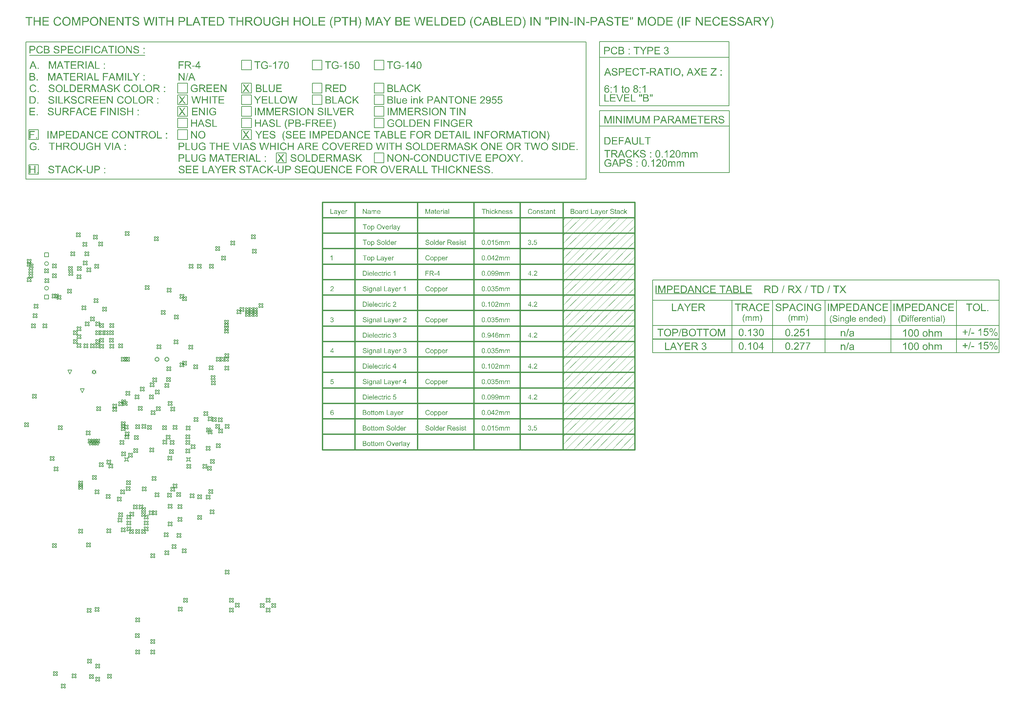
<source format=gbr>
%TF.GenerationSoftware,Altium Limited,Altium Designer,19.1.6 (110)*%
G04 Layer_Color=2752767*
%FSLAX26Y26*%
%MOIN*%
%TF.FileFunction,Drawing*%
%TF.Part,Single*%
G01*
G75*
%TA.AperFunction,NonConductor*%
%ADD62C,0.005000*%
%ADD76C,0.007874*%
%ADD122C,0.006667*%
%ADD123C,0.011811*%
%ADD124C,0.001000*%
G36*
X6317858Y5956833D02*
X6318757D01*
X6320780Y5956608D01*
X6323028Y5956271D01*
X6325501Y5955709D01*
X6328086Y5955034D01*
X6330559Y5954135D01*
X6330672D01*
X6330896Y5954023D01*
X6331234Y5953910D01*
X6331683Y5953686D01*
X6332807Y5953011D01*
X6334268Y5952112D01*
X6335842Y5950988D01*
X6337528Y5949639D01*
X6339102Y5948066D01*
X6340450Y5946155D01*
X6340563Y5945930D01*
X6341012Y5945256D01*
X6341574Y5944132D01*
X6342249Y5942783D01*
X6342923Y5940984D01*
X6343485Y5938961D01*
X6344047Y5936713D01*
X6344272Y5934353D01*
X6334718Y5933678D01*
Y5933791D01*
Y5934016D01*
X6334606Y5934353D01*
X6334493Y5934802D01*
X6334268Y5936151D01*
X6333819Y5937725D01*
X6333032Y5939411D01*
X6332133Y5941209D01*
X6331009Y5942895D01*
X6329435Y5944356D01*
X6329210Y5944469D01*
X6328648Y5944918D01*
X6327524Y5945480D01*
X6326063Y5946267D01*
X6324265Y5946942D01*
X6321904Y5947504D01*
X6319207Y5947953D01*
X6316172Y5948066D01*
X6314711D01*
X6313924Y5947953D01*
X6313137Y5947841D01*
X6311114Y5947616D01*
X6308978Y5947279D01*
X6306843Y5946605D01*
X6304820Y5945818D01*
X6303808Y5945256D01*
X6303021Y5944694D01*
X6302796Y5944581D01*
X6302347Y5944132D01*
X6301672Y5943345D01*
X6300998Y5942446D01*
X6300211Y5941209D01*
X6299537Y5939860D01*
X6299087Y5938287D01*
X6298862Y5936601D01*
Y5936376D01*
Y5935926D01*
X6298975Y5935140D01*
X6299200Y5934240D01*
X6299537Y5933229D01*
X6300099Y5932105D01*
X6300773Y5930981D01*
X6301785Y5929969D01*
X6301897Y5929857D01*
X6302459Y5929520D01*
X6302796Y5929295D01*
X6303358Y5928958D01*
X6303920Y5928620D01*
X6304707Y5928283D01*
X6305606Y5927834D01*
X6306730Y5927497D01*
X6307967Y5926935D01*
X6309316Y5926485D01*
X6310889Y5926035D01*
X6312688Y5925473D01*
X6314711Y5925024D01*
X6316846Y5924462D01*
X6316959D01*
X6317408Y5924349D01*
X6317970Y5924237D01*
X6318870Y5924012D01*
X6319881Y5923787D01*
X6321005Y5923450D01*
X6323590Y5922888D01*
X6326288Y5922101D01*
X6329098Y5921315D01*
X6330334Y5920977D01*
X6331571Y5920528D01*
X6332695Y5920078D01*
X6333594Y5919741D01*
X6333706D01*
X6333931Y5919628D01*
X6334268Y5919404D01*
X6334718Y5919179D01*
X6335842Y5918505D01*
X6337303Y5917605D01*
X6338877Y5916481D01*
X6340563Y5915245D01*
X6342024Y5913671D01*
X6343373Y5911985D01*
X6343485Y5911761D01*
X6343822Y5911199D01*
X6344384Y5910187D01*
X6344946Y5908950D01*
X6345508Y5907377D01*
X6346070Y5905578D01*
X6346408Y5903555D01*
X6346520Y5901307D01*
Y5901195D01*
Y5901083D01*
Y5900745D01*
Y5900296D01*
X6346295Y5899059D01*
X6346070Y5897598D01*
X6345621Y5895800D01*
X6345059Y5893889D01*
X6344160Y5891866D01*
X6343036Y5889842D01*
Y5889730D01*
X6342923Y5889618D01*
X6342361Y5888943D01*
X6341574Y5888044D01*
X6340450Y5886808D01*
X6339102Y5885571D01*
X6337303Y5884110D01*
X6335392Y5882874D01*
X6333032Y5881637D01*
X6332920D01*
X6332695Y5881525D01*
X6332358Y5881413D01*
X6331908Y5881188D01*
X6331346Y5880963D01*
X6330559Y5880738D01*
X6328873Y5880176D01*
X6326625Y5879614D01*
X6324265Y5879164D01*
X6321455Y5878827D01*
X6318532Y5878715D01*
X6316846D01*
X6315947Y5878827D01*
X6314936D01*
X6313812Y5878940D01*
X6312575Y5879052D01*
X6309878Y5879389D01*
X6306955Y5879951D01*
X6304033Y5880626D01*
X6301335Y5881637D01*
X6301223D01*
X6300998Y5881750D01*
X6300661Y5881975D01*
X6300211Y5882199D01*
X6298975Y5882874D01*
X6297401Y5883885D01*
X6295603Y5885122D01*
X6293804Y5886695D01*
X6292006Y5888494D01*
X6290432Y5890629D01*
Y5890742D01*
X6290320Y5890854D01*
X6290095Y5891191D01*
X6289870Y5891753D01*
X6289533Y5892315D01*
X6289196Y5892990D01*
X6288409Y5894676D01*
X6287735Y5896699D01*
X6287060Y5898947D01*
X6286611Y5901532D01*
X6286386Y5904342D01*
X6295828Y5905129D01*
Y5905016D01*
Y5904904D01*
X6295940Y5904230D01*
X6296165Y5903106D01*
X6296390Y5901757D01*
X6296839Y5900296D01*
X6297401Y5898722D01*
X6298076Y5897149D01*
X6298862Y5895687D01*
X6298975Y5895575D01*
X6299312Y5895125D01*
X6299874Y5894451D01*
X6300773Y5893664D01*
X6301785Y5892653D01*
X6303134Y5891753D01*
X6304707Y5890742D01*
X6306506Y5889842D01*
X6306618D01*
X6306730Y5889730D01*
X6307405Y5889505D01*
X6308529Y5889168D01*
X6309878Y5888718D01*
X6311564Y5888269D01*
X6313587Y5887932D01*
X6315722Y5887707D01*
X6318083Y5887595D01*
X6319094D01*
X6320106Y5887707D01*
X6321455Y5887819D01*
X6323028Y5888044D01*
X6324714Y5888269D01*
X6326400Y5888718D01*
X6328086Y5889280D01*
X6328311Y5889393D01*
X6328761Y5889618D01*
X6329548Y5889955D01*
X6330559Y5890517D01*
X6331571Y5891191D01*
X6332695Y5891978D01*
X6333706Y5892877D01*
X6334606Y5893889D01*
X6334718Y5894001D01*
X6334943Y5894451D01*
X6335280Y5895013D01*
X6335730Y5895800D01*
X6336179Y5896811D01*
X6336516Y5897935D01*
X6336741Y5899172D01*
X6336854Y5900408D01*
Y5900520D01*
Y5900970D01*
X6336741Y5901645D01*
X6336629Y5902544D01*
X6336404Y5903555D01*
X6335954Y5904567D01*
X6335505Y5905578D01*
X6334830Y5906590D01*
X6334718Y5906703D01*
X6334493Y5907040D01*
X6333931Y5907489D01*
X6333257Y5908164D01*
X6332245Y5908838D01*
X6331121Y5909625D01*
X6329660Y5910412D01*
X6327974Y5911086D01*
X6327862Y5911199D01*
X6327300Y5911311D01*
X6326513Y5911648D01*
X6325838Y5911761D01*
X6325164Y5911985D01*
X6324265Y5912210D01*
X6323366Y5912547D01*
X6322242Y5912885D01*
X6321005Y5913222D01*
X6319656Y5913559D01*
X6318083Y5913896D01*
X6316397Y5914346D01*
X6314486Y5914795D01*
X6314374D01*
X6314036Y5914908D01*
X6313474Y5915020D01*
X6312800Y5915245D01*
X6311901Y5915470D01*
X6311002Y5915694D01*
X6308754Y5916369D01*
X6306281Y5917043D01*
X6303920Y5917830D01*
X6301672Y5918617D01*
X6300773Y5919066D01*
X6299874Y5919516D01*
X6299762D01*
X6299649Y5919628D01*
X6298975Y5920078D01*
X6298076Y5920640D01*
X6296839Y5921427D01*
X6295490Y5922439D01*
X6294142Y5923675D01*
X6292905Y5925024D01*
X6291781Y5926485D01*
X6291669Y5926710D01*
X6291332Y5927272D01*
X6290994Y5928171D01*
X6290545Y5929295D01*
X6289983Y5930644D01*
X6289646Y5932330D01*
X6289308Y5934128D01*
X6289196Y5936039D01*
Y5936151D01*
Y5936264D01*
Y5936601D01*
Y5937051D01*
X6289421Y5938062D01*
X6289646Y5939523D01*
X6289983Y5941209D01*
X6290545Y5943008D01*
X6291332Y5944806D01*
X6292343Y5946717D01*
Y5946829D01*
X6292456Y5946942D01*
X6292905Y5947504D01*
X6293692Y5948403D01*
X6294816Y5949527D01*
X6296165Y5950763D01*
X6297738Y5952112D01*
X6299649Y5953349D01*
X6301897Y5954360D01*
X6302010D01*
X6302234Y5954472D01*
X6302572Y5954585D01*
X6303021Y5954810D01*
X6303583Y5954922D01*
X6304258Y5955147D01*
X6305944Y5955709D01*
X6308079Y5956158D01*
X6310440Y5956496D01*
X6313025Y5956833D01*
X6315722Y5956945D01*
X6317184D01*
X6317858Y5956833D01*
D02*
G37*
G36*
X6177583D02*
X6178594Y5956721D01*
X6179718Y5956608D01*
X6180955Y5956496D01*
X6182416Y5956271D01*
X6185338Y5955484D01*
X6188598Y5954472D01*
X6190172Y5953798D01*
X6191745Y5953011D01*
X6193319Y5952112D01*
X6194780Y5951100D01*
X6194892Y5950988D01*
X6195117Y5950876D01*
X6195567Y5950538D01*
X6196016Y5950089D01*
X6196691Y5949414D01*
X6197365Y5948740D01*
X6198152Y5947841D01*
X6199051Y5946942D01*
X6199950Y5945818D01*
X6200850Y5944581D01*
X6201749Y5943345D01*
X6202648Y5941884D01*
X6203547Y5940310D01*
X6204334Y5938624D01*
X6205008Y5936826D01*
X6205683Y5934915D01*
X6195792Y5932555D01*
Y5932667D01*
X6195679Y5932892D01*
X6195567Y5933341D01*
X6195342Y5933903D01*
X6195005Y5934578D01*
X6194668Y5935364D01*
X6193768Y5937163D01*
X6192757Y5939074D01*
X6191408Y5941097D01*
X6189834Y5943008D01*
X6188036Y5944581D01*
X6187811Y5944694D01*
X6187137Y5945143D01*
X6186125Y5945818D01*
X6184664Y5946492D01*
X6182866Y5947167D01*
X6180730Y5947841D01*
X6178257Y5948291D01*
X6175560Y5948403D01*
X6174660D01*
X6174098Y5948291D01*
X6173312D01*
X6172525Y5948178D01*
X6170502Y5947841D01*
X6168141Y5947391D01*
X6165668Y5946605D01*
X6163308Y5945593D01*
X6160948Y5944132D01*
X6160835D01*
X6160723Y5943907D01*
X6160048Y5943345D01*
X6158924Y5942446D01*
X6157688Y5941209D01*
X6156339Y5939523D01*
X6154990Y5937613D01*
X6153754Y5935364D01*
X6152742Y5932892D01*
Y5932779D01*
X6152630Y5932555D01*
X6152518Y5932217D01*
X6152405Y5931655D01*
X6152180Y5931093D01*
X6151956Y5930306D01*
X6151618Y5928508D01*
X6151169Y5926260D01*
X6150719Y5923787D01*
X6150494Y5921202D01*
X6150382Y5918392D01*
Y5918280D01*
Y5917943D01*
Y5917493D01*
Y5916819D01*
X6150494Y5915919D01*
Y5914908D01*
X6150607Y5913896D01*
X6150719Y5912660D01*
X6151056Y5910074D01*
X6151618Y5907152D01*
X6152293Y5904342D01*
X6153192Y5901532D01*
Y5901420D01*
X6153304Y5901195D01*
X6153529Y5900858D01*
X6153754Y5900408D01*
X6154428Y5899059D01*
X6155328Y5897486D01*
X6156564Y5895687D01*
X6158025Y5894001D01*
X6159824Y5892203D01*
X6161847Y5890742D01*
X6161959D01*
X6162072Y5890629D01*
X6162409Y5890404D01*
X6162858Y5890180D01*
X6164095Y5889618D01*
X6165668Y5889056D01*
X6167579Y5888381D01*
X6169827Y5887819D01*
X6172188Y5887370D01*
X6174773Y5887257D01*
X6175560D01*
X6176122Y5887370D01*
X6176908D01*
X6177695Y5887482D01*
X6179718Y5887819D01*
X6181854Y5888494D01*
X6184214Y5889280D01*
X6186687Y5890517D01*
X6187811Y5891191D01*
X6188935Y5892091D01*
X6189048Y5892203D01*
X6189160Y5892315D01*
X6189497Y5892653D01*
X6189834Y5892990D01*
X6190396Y5893552D01*
X6190846Y5894114D01*
X6192082Y5895687D01*
X6193431Y5897711D01*
X6194780Y5900183D01*
X6196016Y5903106D01*
X6196916Y5906478D01*
X6206919Y5903892D01*
Y5903780D01*
X6206807Y5903331D01*
X6206582Y5902769D01*
X6206357Y5901869D01*
X6205908Y5900858D01*
X6205458Y5899621D01*
X6205008Y5898385D01*
X6204334Y5896924D01*
X6202760Y5893889D01*
X6200850Y5890854D01*
X6199613Y5889280D01*
X6198377Y5887819D01*
X6197028Y5886358D01*
X6195567Y5885122D01*
X6195454Y5885009D01*
X6195230Y5884897D01*
X6194780Y5884560D01*
X6194106Y5884110D01*
X6193319Y5883660D01*
X6192307Y5883099D01*
X6191296Y5882537D01*
X6189947Y5881975D01*
X6188598Y5881300D01*
X6187024Y5880738D01*
X6185451Y5880176D01*
X6183652Y5879726D01*
X6181742Y5879277D01*
X6179831Y5878940D01*
X6177695Y5878827D01*
X6175560Y5878715D01*
X6174436D01*
X6173536Y5878827D01*
X6172525D01*
X6171288Y5878940D01*
X6169940Y5879164D01*
X6168478Y5879389D01*
X6165331Y5879951D01*
X6161959Y5880850D01*
X6158700Y5882087D01*
X6157126Y5882761D01*
X6155665Y5883660D01*
X6155552Y5883773D01*
X6155328Y5883885D01*
X6154990Y5884222D01*
X6154428Y5884560D01*
X6153754Y5885122D01*
X6153080Y5885684D01*
X6151394Y5887370D01*
X6149483Y5889393D01*
X6147460Y5891866D01*
X6145661Y5894676D01*
X6143975Y5898048D01*
Y5898160D01*
X6143863Y5898497D01*
X6143638Y5898947D01*
X6143413Y5899734D01*
X6143076Y5900520D01*
X6142739Y5901645D01*
X6142402Y5902769D01*
X6142064Y5904117D01*
X6141615Y5905578D01*
X6141278Y5907152D01*
X6140716Y5910636D01*
X6140266Y5914346D01*
X6140041Y5918392D01*
Y5918505D01*
Y5918954D01*
Y5919516D01*
X6140154Y5920415D01*
Y5921427D01*
X6140266Y5922551D01*
X6140378Y5923900D01*
X6140603Y5925361D01*
X6141165Y5928620D01*
X6141952Y5932105D01*
X6143076Y5935589D01*
X6144537Y5938961D01*
Y5939074D01*
X6144762Y5939298D01*
X6144987Y5939748D01*
X6145324Y5940422D01*
X6145886Y5941097D01*
X6146448Y5941996D01*
X6147797Y5943907D01*
X6149595Y5946042D01*
X6151843Y5948291D01*
X6154428Y5950426D01*
X6157351Y5952337D01*
X6157463D01*
X6157688Y5952562D01*
X6158138Y5952787D01*
X6158812Y5953011D01*
X6159599Y5953461D01*
X6160498Y5953798D01*
X6161622Y5954248D01*
X6162746Y5954697D01*
X6164095Y5955034D01*
X6165444Y5955484D01*
X6168591Y5956271D01*
X6171963Y5956721D01*
X6175672Y5956945D01*
X6176796D01*
X6177583Y5956833D01*
D02*
G37*
G36*
X6858277Y5935926D02*
X6858952D01*
X6859738Y5935814D01*
X6861537Y5935477D01*
X6863560Y5934915D01*
X6865696Y5934128D01*
X6867719Y5933004D01*
X6869517Y5931431D01*
X6869742Y5931206D01*
X6870192Y5930531D01*
X6870866Y5929520D01*
X6871765Y5928059D01*
X6872552Y5926035D01*
X6872889Y5924911D01*
X6873226Y5923675D01*
X6873451Y5922326D01*
X6873676Y5920752D01*
X6873901Y5919179D01*
Y5917493D01*
Y5879951D01*
X6864572D01*
Y5914458D01*
Y5914570D01*
Y5914683D01*
Y5915357D01*
Y5916369D01*
X6864459Y5917493D01*
X6864347Y5918842D01*
X6864234Y5920190D01*
X6864010Y5921427D01*
X6863672Y5922439D01*
Y5922551D01*
X6863448Y5922888D01*
X6863223Y5923338D01*
X6862886Y5923900D01*
X6862436Y5924462D01*
X6861874Y5925136D01*
X6861200Y5925810D01*
X6860413Y5926373D01*
X6860300Y5926485D01*
X6859963Y5926597D01*
X6859514Y5926822D01*
X6858839Y5927159D01*
X6858052Y5927497D01*
X6857041Y5927721D01*
X6856029Y5927834D01*
X6854793Y5927946D01*
X6854568D01*
X6853894Y5927834D01*
X6852770Y5927721D01*
X6851421Y5927497D01*
X6849960Y5926935D01*
X6848274Y5926260D01*
X6846700Y5925361D01*
X6845126Y5924012D01*
X6845014Y5923787D01*
X6844564Y5923338D01*
X6843890Y5922326D01*
X6843216Y5921090D01*
X6842541Y5919291D01*
X6841867Y5917268D01*
X6841417Y5914683D01*
X6841305Y5911761D01*
Y5879951D01*
X6831976D01*
Y5915470D01*
Y5915582D01*
Y5915694D01*
Y5916032D01*
Y5916481D01*
X6831863Y5917605D01*
X6831751Y5918954D01*
X6831414Y5920415D01*
X6831076Y5921989D01*
X6830514Y5923450D01*
X6829728Y5924799D01*
X6829615Y5924911D01*
X6829278Y5925248D01*
X6828716Y5925810D01*
X6827929Y5926373D01*
X6826918Y5926935D01*
X6825681Y5927497D01*
X6824108Y5927834D01*
X6822309Y5927946D01*
X6821635D01*
X6820848Y5927834D01*
X6819949Y5927721D01*
X6818825Y5927384D01*
X6817588Y5927047D01*
X6816240Y5926485D01*
X6815003Y5925810D01*
X6814891Y5925698D01*
X6814441Y5925473D01*
X6813879Y5924911D01*
X6813205Y5924349D01*
X6812418Y5923450D01*
X6811631Y5922439D01*
X6810844Y5921202D01*
X6810170Y5919741D01*
X6810058Y5919516D01*
X6809945Y5919066D01*
X6809720Y5918055D01*
X6809496Y5916819D01*
X6809158Y5915245D01*
X6808934Y5913222D01*
X6808821Y5910974D01*
X6808709Y5908276D01*
Y5879951D01*
X6799380D01*
Y5934802D01*
X6807697D01*
Y5927047D01*
X6807810Y5927272D01*
X6808147Y5927721D01*
X6808709Y5928508D01*
X6809496Y5929407D01*
X6810507Y5930419D01*
X6811631Y5931543D01*
X6813092Y5932555D01*
X6814554Y5933566D01*
X6814778Y5933678D01*
X6815340Y5933903D01*
X6816240Y5934353D01*
X6817476Y5934802D01*
X6818937Y5935252D01*
X6820623Y5935702D01*
X6822422Y5935926D01*
X6824445Y5936039D01*
X6825456D01*
X6826580Y5935926D01*
X6827929Y5935702D01*
X6829503Y5935364D01*
X6831189Y5934915D01*
X6832762Y5934353D01*
X6834336Y5933454D01*
X6834561Y5933341D01*
X6835010Y5933004D01*
X6835685Y5932442D01*
X6836472Y5931655D01*
X6837483Y5930644D01*
X6838382Y5929407D01*
X6839282Y5927946D01*
X6839956Y5926373D01*
X6840068Y5926485D01*
X6840293Y5926822D01*
X6840630Y5927272D01*
X6841192Y5927834D01*
X6841754Y5928620D01*
X6842541Y5929407D01*
X6843440Y5930306D01*
X6844564Y5931206D01*
X6845688Y5932105D01*
X6846925Y5933004D01*
X6848386Y5933791D01*
X6849847Y5934578D01*
X6851533Y5935140D01*
X6853219Y5935589D01*
X6855018Y5935926D01*
X6856928Y5936039D01*
X6857715D01*
X6858277Y5935926D01*
D02*
G37*
G36*
X6770268D02*
X6770942D01*
X6771729Y5935814D01*
X6773528Y5935477D01*
X6775551Y5934915D01*
X6777686Y5934128D01*
X6779710Y5933004D01*
X6781508Y5931431D01*
X6781733Y5931206D01*
X6782182Y5930531D01*
X6782857Y5929520D01*
X6783756Y5928059D01*
X6784543Y5926035D01*
X6784880Y5924911D01*
X6785217Y5923675D01*
X6785442Y5922326D01*
X6785667Y5920752D01*
X6785892Y5919179D01*
Y5917493D01*
Y5879951D01*
X6776562D01*
Y5914458D01*
Y5914570D01*
Y5914683D01*
Y5915357D01*
Y5916369D01*
X6776450Y5917493D01*
X6776338Y5918842D01*
X6776225Y5920190D01*
X6776000Y5921427D01*
X6775663Y5922439D01*
Y5922551D01*
X6775438Y5922888D01*
X6775214Y5923338D01*
X6774876Y5923900D01*
X6774427Y5924462D01*
X6773865Y5925136D01*
X6773190Y5925810D01*
X6772404Y5926373D01*
X6772291Y5926485D01*
X6771954Y5926597D01*
X6771504Y5926822D01*
X6770830Y5927159D01*
X6770043Y5927497D01*
X6769032Y5927721D01*
X6768020Y5927834D01*
X6766784Y5927946D01*
X6766559D01*
X6765884Y5927834D01*
X6764760Y5927721D01*
X6763412Y5927497D01*
X6761950Y5926935D01*
X6760264Y5926260D01*
X6758691Y5925361D01*
X6757117Y5924012D01*
X6757005Y5923787D01*
X6756555Y5923338D01*
X6755881Y5922326D01*
X6755206Y5921090D01*
X6754532Y5919291D01*
X6753858Y5917268D01*
X6753408Y5914683D01*
X6753296Y5911761D01*
Y5879951D01*
X6743966D01*
Y5915470D01*
Y5915582D01*
Y5915694D01*
Y5916032D01*
Y5916481D01*
X6743854Y5917605D01*
X6743742Y5918954D01*
X6743404Y5920415D01*
X6743067Y5921989D01*
X6742505Y5923450D01*
X6741718Y5924799D01*
X6741606Y5924911D01*
X6741269Y5925248D01*
X6740707Y5925810D01*
X6739920Y5926373D01*
X6738908Y5926935D01*
X6737672Y5927497D01*
X6736098Y5927834D01*
X6734300Y5927946D01*
X6733626D01*
X6732839Y5927834D01*
X6731940Y5927721D01*
X6730816Y5927384D01*
X6729579Y5927047D01*
X6728230Y5926485D01*
X6726994Y5925810D01*
X6726882Y5925698D01*
X6726432Y5925473D01*
X6725870Y5924911D01*
X6725196Y5924349D01*
X6724409Y5923450D01*
X6723622Y5922439D01*
X6722835Y5921202D01*
X6722161Y5919741D01*
X6722048Y5919516D01*
X6721936Y5919066D01*
X6721711Y5918055D01*
X6721486Y5916819D01*
X6721149Y5915245D01*
X6720924Y5913222D01*
X6720812Y5910974D01*
X6720700Y5908276D01*
Y5879951D01*
X6711370D01*
Y5934802D01*
X6719688D01*
Y5927047D01*
X6719800Y5927272D01*
X6720138Y5927721D01*
X6720700Y5928508D01*
X6721486Y5929407D01*
X6722498Y5930419D01*
X6723622Y5931543D01*
X6725083Y5932555D01*
X6726544Y5933566D01*
X6726769Y5933678D01*
X6727331Y5933903D01*
X6728230Y5934353D01*
X6729467Y5934802D01*
X6730928Y5935252D01*
X6732614Y5935702D01*
X6734412Y5935926D01*
X6736436Y5936039D01*
X6737447D01*
X6738571Y5935926D01*
X6739920Y5935702D01*
X6741494Y5935364D01*
X6743180Y5934915D01*
X6744753Y5934353D01*
X6746327Y5933454D01*
X6746552Y5933341D01*
X6747001Y5933004D01*
X6747676Y5932442D01*
X6748462Y5931655D01*
X6749474Y5930644D01*
X6750373Y5929407D01*
X6751272Y5927946D01*
X6751947Y5926373D01*
X6752059Y5926485D01*
X6752284Y5926822D01*
X6752621Y5927272D01*
X6753183Y5927834D01*
X6753745Y5928620D01*
X6754532Y5929407D01*
X6755431Y5930306D01*
X6756555Y5931206D01*
X6757679Y5932105D01*
X6758916Y5933004D01*
X6760377Y5933791D01*
X6761838Y5934578D01*
X6763524Y5935140D01*
X6765210Y5935589D01*
X6767008Y5935926D01*
X6768919Y5936039D01*
X6769706D01*
X6770268Y5935926D01*
D02*
G37*
G36*
X6401484Y5924237D02*
X6390918D01*
Y5934802D01*
X6401484D01*
Y5924237D01*
D02*
G37*
G36*
X6248170Y5924799D02*
X6281328Y5879951D01*
X6268065D01*
X6241201Y5918055D01*
X6228837Y5906141D01*
Y5879951D01*
X6218834D01*
Y5955596D01*
X6228837D01*
Y5918167D01*
X6266379Y5955596D01*
X6279979D01*
X6248170Y5924799D01*
D02*
G37*
G36*
X6618191Y5955709D02*
X6619090Y5955596D01*
X6620214Y5955484D01*
X6621338Y5955372D01*
X6622687Y5955034D01*
X6625384Y5954360D01*
X6628307Y5953236D01*
X6629656Y5952562D01*
X6631004Y5951775D01*
X6632353Y5950876D01*
X6633590Y5949752D01*
X6633702Y5949639D01*
X6633814Y5949527D01*
X6634152Y5949190D01*
X6634601Y5948628D01*
X6635051Y5948066D01*
X6635613Y5947391D01*
X6636175Y5946492D01*
X6636849Y5945593D01*
X6637973Y5943457D01*
X6638985Y5940872D01*
X6639434Y5939523D01*
X6639772Y5937950D01*
X6639884Y5936489D01*
X6639996Y5934802D01*
Y5934578D01*
Y5934016D01*
X6639884Y5933117D01*
X6639772Y5931993D01*
X6639547Y5930531D01*
X6639210Y5929070D01*
X6638760Y5927497D01*
X6638086Y5925810D01*
X6637973Y5925586D01*
X6637748Y5925024D01*
X6637299Y5924237D01*
X6636624Y5923113D01*
X6635725Y5921652D01*
X6634714Y5920078D01*
X6633365Y5918392D01*
X6631904Y5916594D01*
X6631679Y5916369D01*
X6631117Y5915694D01*
X6630667Y5915245D01*
X6629993Y5914570D01*
X6629318Y5913896D01*
X6628532Y5913109D01*
X6627632Y5912210D01*
X6626508Y5911199D01*
X6625384Y5910187D01*
X6624036Y5908950D01*
X6622687Y5907714D01*
X6621113Y5906365D01*
X6619427Y5904904D01*
X6617629Y5903331D01*
X6617516Y5903218D01*
X6617292Y5902993D01*
X6616842Y5902656D01*
X6616280Y5902207D01*
X6614931Y5900970D01*
X6613133Y5899509D01*
X6611334Y5897935D01*
X6609648Y5896362D01*
X6608075Y5894900D01*
X6607513Y5894338D01*
X6606951Y5893776D01*
X6606838Y5893664D01*
X6606614Y5893327D01*
X6606164Y5892877D01*
X6605602Y5892203D01*
X6604928Y5891529D01*
X6604253Y5890629D01*
X6603017Y5888831D01*
X6640109D01*
Y5879951D01*
X6590091D01*
Y5880064D01*
Y5880513D01*
Y5881188D01*
X6590203Y5881975D01*
X6590316Y5882986D01*
X6590428Y5883998D01*
X6590765Y5885234D01*
X6591102Y5886358D01*
Y5886471D01*
X6591215Y5886583D01*
X6591440Y5887257D01*
X6591889Y5888269D01*
X6592564Y5889505D01*
X6593463Y5891079D01*
X6594474Y5892765D01*
X6595711Y5894563D01*
X6597172Y5896362D01*
Y5896474D01*
X6597397Y5896587D01*
X6597959Y5897261D01*
X6598970Y5898273D01*
X6600319Y5899621D01*
X6602005Y5901307D01*
X6604141Y5903331D01*
X6606614Y5905466D01*
X6609424Y5907827D01*
X6609536Y5907939D01*
X6609986Y5908276D01*
X6610548Y5908838D01*
X6611447Y5909512D01*
X6612458Y5910299D01*
X6613582Y5911311D01*
X6616055Y5913671D01*
X6618865Y5916144D01*
X6621563Y5918842D01*
X6622912Y5920190D01*
X6624036Y5921427D01*
X6625160Y5922663D01*
X6626059Y5923787D01*
Y5923900D01*
X6626284Y5924012D01*
X6626508Y5924349D01*
X6626733Y5924799D01*
X6627408Y5925923D01*
X6628307Y5927384D01*
X6629094Y5929182D01*
X6629768Y5931093D01*
X6630218Y5933004D01*
X6630442Y5935027D01*
Y5935140D01*
Y5935252D01*
X6630330Y5935926D01*
X6630218Y5936938D01*
X6629993Y5938287D01*
X6629431Y5939748D01*
X6628756Y5941322D01*
X6627745Y5942895D01*
X6626396Y5944356D01*
X6626171Y5944469D01*
X6625722Y5944918D01*
X6624822Y5945593D01*
X6623698Y5946267D01*
X6622125Y5946942D01*
X6620439Y5947616D01*
X6618416Y5948066D01*
X6616168Y5948178D01*
X6615493D01*
X6615044Y5948066D01*
X6613807Y5947953D01*
X6612346Y5947616D01*
X6610548Y5947167D01*
X6608749Y5946380D01*
X6606951Y5945368D01*
X6605377Y5944019D01*
X6605265Y5943794D01*
X6604815Y5943233D01*
X6604141Y5942333D01*
X6603466Y5941097D01*
X6602680Y5939523D01*
X6602118Y5937613D01*
X6601668Y5935364D01*
X6601443Y5932892D01*
X6591889Y5933903D01*
Y5934016D01*
Y5934353D01*
X6592002Y5934915D01*
X6592114Y5935702D01*
X6592339Y5936601D01*
X6592564Y5937613D01*
X6593126Y5939973D01*
X6594025Y5942558D01*
X6595374Y5945256D01*
X6596160Y5946605D01*
X6597060Y5947841D01*
X6598071Y5949077D01*
X6599195Y5950201D01*
X6599308Y5950314D01*
X6599532Y5950426D01*
X6599870Y5950763D01*
X6600319Y5951100D01*
X6600994Y5951550D01*
X6601780Y5952000D01*
X6602680Y5952449D01*
X6603804Y5953011D01*
X6604928Y5953573D01*
X6606164Y5954023D01*
X6607625Y5954472D01*
X6609199Y5954922D01*
X6610772Y5955259D01*
X6612571Y5955596D01*
X6614369Y5955709D01*
X6616392Y5955821D01*
X6617404D01*
X6618191Y5955709D01*
D02*
G37*
G36*
X6567498Y5879951D02*
X6558169D01*
Y5938961D01*
X6558057Y5938849D01*
X6557607Y5938399D01*
X6556820Y5937837D01*
X6555809Y5936938D01*
X6554572Y5936039D01*
X6552999Y5934915D01*
X6551200Y5933791D01*
X6549290Y5932555D01*
X6549177D01*
X6549065Y5932442D01*
X6548390Y5931993D01*
X6547379Y5931431D01*
X6546030Y5930756D01*
X6544569Y5929969D01*
X6542995Y5929295D01*
X6541309Y5928508D01*
X6539623Y5927834D01*
Y5936826D01*
X6539736D01*
X6539960Y5936938D01*
X6540410Y5937163D01*
X6540972Y5937500D01*
X6541646Y5937837D01*
X6542433Y5938287D01*
X6544232Y5939298D01*
X6546367Y5940535D01*
X6548615Y5941996D01*
X6550863Y5943682D01*
X6553111Y5945593D01*
X6553224Y5945705D01*
X6553336Y5945818D01*
X6554123Y5946492D01*
X6555134Y5947504D01*
X6556371Y5948852D01*
X6557720Y5950426D01*
X6559068Y5952112D01*
X6560417Y5953910D01*
X6561429Y5955821D01*
X6567498D01*
Y5879951D01*
D02*
G37*
G36*
X6518942D02*
X6508376D01*
Y5890517D01*
X6518942D01*
Y5879951D01*
D02*
G37*
G36*
X6401484D02*
X6390918D01*
Y5890517D01*
X6401484D01*
Y5879951D01*
D02*
G37*
G36*
X6134758D02*
X6123406D01*
X6114639Y5902881D01*
X6082942D01*
X6074737Y5879951D01*
X6064171D01*
X6092946Y5955596D01*
X6103961D01*
X6134758Y5879951D01*
D02*
G37*
G36*
X6032250Y5955484D02*
X6033261D01*
X6035509Y5955372D01*
X6037982Y5955034D01*
X6040455Y5954697D01*
X6042928Y5954135D01*
X6044052Y5953798D01*
X6045063Y5953461D01*
X6045176D01*
X6045288Y5953349D01*
X6045962Y5953124D01*
X6046862Y5952562D01*
X6048098Y5951775D01*
X6049447Y5950763D01*
X6050908Y5949527D01*
X6052257Y5948066D01*
X6053493Y5946267D01*
X6053606Y5946042D01*
X6054055Y5945368D01*
X6054505Y5944356D01*
X6055179Y5942895D01*
X6055741Y5941209D01*
X6056303Y5939298D01*
X6056640Y5937163D01*
X6056753Y5934915D01*
Y5934802D01*
Y5934578D01*
Y5934128D01*
X6056640Y5933566D01*
Y5932892D01*
X6056528Y5932105D01*
X6056078Y5930194D01*
X6055516Y5928059D01*
X6054505Y5925810D01*
X6053268Y5923450D01*
X6052369Y5922326D01*
X6051470Y5921315D01*
X6051358Y5921202D01*
X6051245Y5921090D01*
X6050908Y5920752D01*
X6050458Y5920415D01*
X6049896Y5919966D01*
X6049222Y5919516D01*
X6048435Y5918954D01*
X6047536Y5918392D01*
X6046412Y5917830D01*
X6045288Y5917156D01*
X6043939Y5916594D01*
X6042478Y5916032D01*
X6040904Y5915582D01*
X6039218Y5915020D01*
X6037420Y5914683D01*
X6035397Y5914346D01*
X6035622Y5914233D01*
X6036071Y5914008D01*
X6036746Y5913671D01*
X6037645Y5913109D01*
X6039668Y5911985D01*
X6040567Y5911199D01*
X6041466Y5910524D01*
X6041691Y5910299D01*
X6042253Y5909850D01*
X6043040Y5908950D01*
X6044164Y5907714D01*
X6045400Y5906253D01*
X6046749Y5904567D01*
X6048210Y5902656D01*
X6049672Y5900520D01*
X6062822Y5879951D01*
X6050346D01*
X6040342Y5895575D01*
Y5895687D01*
X6040118Y5895912D01*
X6039893Y5896249D01*
X6039556Y5896699D01*
X6038769Y5897935D01*
X6037757Y5899509D01*
X6036633Y5901195D01*
X6035397Y5902881D01*
X6034160Y5904567D01*
X6033036Y5906028D01*
X6032924Y5906141D01*
X6032587Y5906590D01*
X6032025Y5907265D01*
X6031350Y5908051D01*
X6029777Y5909737D01*
X6028878Y5910412D01*
X6027978Y5911086D01*
X6027866Y5911199D01*
X6027641Y5911311D01*
X6027192Y5911536D01*
X6026517Y5911873D01*
X6025056Y5912547D01*
X6023370Y5913109D01*
X6023258D01*
X6023033Y5913222D01*
X6022583D01*
X6022021Y5913334D01*
X6021234Y5913447D01*
X6020335D01*
X6019211Y5913559D01*
X6006285D01*
Y5879951D01*
X5996282D01*
Y5955596D01*
X6031463D01*
X6032250Y5955484D01*
D02*
G37*
G36*
X5985828Y5946717D02*
X5960876D01*
Y5879951D01*
X5950872D01*
Y5946717D01*
X5925919D01*
Y5955596D01*
X5985828D01*
Y5946717D01*
D02*
G37*
G36*
X6676864Y5955709D02*
X6678325Y5955484D01*
X6680011Y5955259D01*
X6681809Y5954810D01*
X6683608Y5954135D01*
X6685406Y5953349D01*
X6685631Y5953236D01*
X6686193Y5952899D01*
X6686980Y5952337D01*
X6688104Y5951550D01*
X6689228Y5950538D01*
X6690576Y5949302D01*
X6691813Y5947953D01*
X6692937Y5946267D01*
X6693049Y5946042D01*
X6693386Y5945480D01*
X6693948Y5944469D01*
X6694623Y5943120D01*
X6695410Y5941547D01*
X6696196Y5939636D01*
X6696983Y5937388D01*
X6697658Y5935027D01*
Y5934915D01*
X6697770Y5934690D01*
X6697882Y5934353D01*
X6697995Y5933791D01*
X6698107Y5933117D01*
X6698220Y5932330D01*
X6698444Y5931431D01*
X6698557Y5930306D01*
X6698782Y5929070D01*
X6698894Y5927721D01*
X6699006Y5926260D01*
X6699231Y5924686D01*
X6699344Y5923001D01*
Y5921202D01*
X6699456Y5919179D01*
Y5917156D01*
Y5917043D01*
Y5916594D01*
Y5915919D01*
Y5914908D01*
X6699344Y5913784D01*
Y5912547D01*
X6699231Y5911086D01*
X6699119Y5909512D01*
X6698782Y5906141D01*
X6698220Y5902544D01*
X6697545Y5898947D01*
X6697096Y5897261D01*
X6696646Y5895687D01*
Y5895575D01*
X6696534Y5895350D01*
X6696309Y5894900D01*
X6696196Y5894338D01*
X6695859Y5893664D01*
X6695522Y5892877D01*
X6694623Y5891079D01*
X6693499Y5889056D01*
X6692038Y5886920D01*
X6690352Y5884897D01*
X6688441Y5883099D01*
X6688328D01*
X6688216Y5882874D01*
X6687879Y5882649D01*
X6687429Y5882424D01*
X6686305Y5881750D01*
X6684732Y5880963D01*
X6682708Y5880064D01*
X6680348Y5879389D01*
X6677763Y5878940D01*
X6674728Y5878715D01*
X6673716D01*
X6672930Y5878827D01*
X6672030Y5878940D01*
X6670906Y5879164D01*
X6669782Y5879389D01*
X6668546Y5879726D01*
X6667197Y5880064D01*
X6665736Y5880626D01*
X6664275Y5881188D01*
X6662926Y5881975D01*
X6661465Y5882874D01*
X6660116Y5883885D01*
X6658767Y5885122D01*
X6657531Y5886471D01*
X6657418Y5886583D01*
X6657194Y5886920D01*
X6656856Y5887482D01*
X6656407Y5888269D01*
X6655845Y5889280D01*
X6655170Y5890629D01*
X6654496Y5892091D01*
X6653822Y5893889D01*
X6653147Y5895912D01*
X6652473Y5898160D01*
X6651798Y5900633D01*
X6651236Y5903443D01*
X6650787Y5906478D01*
X6650450Y5909737D01*
X6650225Y5913334D01*
X6650112Y5917156D01*
Y5917268D01*
Y5917718D01*
Y5918392D01*
Y5919404D01*
X6650225Y5920528D01*
Y5921877D01*
X6650337Y5923338D01*
X6650450Y5924911D01*
X6650787Y5928283D01*
X6651236Y5931880D01*
X6651911Y5935477D01*
X6652360Y5937163D01*
X6652810Y5938736D01*
Y5938849D01*
X6652922Y5939074D01*
X6653147Y5939523D01*
X6653372Y5940085D01*
X6653597Y5940760D01*
X6653934Y5941547D01*
X6654946Y5943345D01*
X6656070Y5945368D01*
X6657418Y5947504D01*
X6659104Y5949527D01*
X6661015Y5951325D01*
X6661128D01*
X6661240Y5951550D01*
X6661577Y5951775D01*
X6662027Y5952000D01*
X6662589Y5952337D01*
X6663151Y5952787D01*
X6664837Y5953573D01*
X6666748Y5954360D01*
X6669108Y5955147D01*
X6671806Y5955596D01*
X6674728Y5955821D01*
X6675740D01*
X6676864Y5955709D01*
D02*
G37*
G36*
X6471172D02*
X6472633Y5955484D01*
X6474319Y5955259D01*
X6476117Y5954810D01*
X6477916Y5954135D01*
X6479714Y5953349D01*
X6479939Y5953236D01*
X6480501Y5952899D01*
X6481288Y5952337D01*
X6482412Y5951550D01*
X6483536Y5950538D01*
X6484884Y5949302D01*
X6486121Y5947953D01*
X6487245Y5946267D01*
X6487357Y5946042D01*
X6487694Y5945480D01*
X6488256Y5944469D01*
X6488931Y5943120D01*
X6489718Y5941547D01*
X6490504Y5939636D01*
X6491291Y5937388D01*
X6491966Y5935027D01*
Y5934915D01*
X6492078Y5934690D01*
X6492190Y5934353D01*
X6492303Y5933791D01*
X6492415Y5933117D01*
X6492528Y5932330D01*
X6492752Y5931431D01*
X6492865Y5930306D01*
X6493090Y5929070D01*
X6493202Y5927721D01*
X6493314Y5926260D01*
X6493539Y5924686D01*
X6493652Y5923001D01*
Y5921202D01*
X6493764Y5919179D01*
Y5917156D01*
Y5917043D01*
Y5916594D01*
Y5915919D01*
Y5914908D01*
X6493652Y5913784D01*
Y5912547D01*
X6493539Y5911086D01*
X6493427Y5909512D01*
X6493090Y5906141D01*
X6492528Y5902544D01*
X6491853Y5898947D01*
X6491404Y5897261D01*
X6490954Y5895687D01*
Y5895575D01*
X6490842Y5895350D01*
X6490617Y5894900D01*
X6490504Y5894338D01*
X6490167Y5893664D01*
X6489830Y5892877D01*
X6488931Y5891079D01*
X6487807Y5889056D01*
X6486346Y5886920D01*
X6484660Y5884897D01*
X6482749Y5883099D01*
X6482636D01*
X6482524Y5882874D01*
X6482187Y5882649D01*
X6481737Y5882424D01*
X6480613Y5881750D01*
X6479040Y5880963D01*
X6477016Y5880064D01*
X6474656Y5879389D01*
X6472071Y5878940D01*
X6469036Y5878715D01*
X6468024D01*
X6467238Y5878827D01*
X6466338Y5878940D01*
X6465214Y5879164D01*
X6464090Y5879389D01*
X6462854Y5879726D01*
X6461505Y5880064D01*
X6460044Y5880626D01*
X6458583Y5881188D01*
X6457234Y5881975D01*
X6455773Y5882874D01*
X6454424Y5883885D01*
X6453075Y5885122D01*
X6451839Y5886471D01*
X6451726Y5886583D01*
X6451502Y5886920D01*
X6451164Y5887482D01*
X6450715Y5888269D01*
X6450153Y5889280D01*
X6449478Y5890629D01*
X6448804Y5892091D01*
X6448130Y5893889D01*
X6447455Y5895912D01*
X6446781Y5898160D01*
X6446106Y5900633D01*
X6445544Y5903443D01*
X6445095Y5906478D01*
X6444758Y5909737D01*
X6444533Y5913334D01*
X6444420Y5917156D01*
Y5917268D01*
Y5917718D01*
Y5918392D01*
Y5919404D01*
X6444533Y5920528D01*
Y5921877D01*
X6444645Y5923338D01*
X6444758Y5924911D01*
X6445095Y5928283D01*
X6445544Y5931880D01*
X6446219Y5935477D01*
X6446668Y5937163D01*
X6447118Y5938736D01*
Y5938849D01*
X6447230Y5939074D01*
X6447455Y5939523D01*
X6447680Y5940085D01*
X6447905Y5940760D01*
X6448242Y5941547D01*
X6449254Y5943345D01*
X6450378Y5945368D01*
X6451726Y5947504D01*
X6453412Y5949527D01*
X6455323Y5951325D01*
X6455436D01*
X6455548Y5951550D01*
X6455885Y5951775D01*
X6456335Y5952000D01*
X6456897Y5952337D01*
X6457459Y5952787D01*
X6459145Y5953573D01*
X6461056Y5954360D01*
X6463416Y5955147D01*
X6466114Y5955596D01*
X6469036Y5955821D01*
X6470048D01*
X6471172Y5955709D01*
D02*
G37*
G36*
X6179718Y5863474D02*
X6180618D01*
X6182641Y5863249D01*
X6184889Y5862912D01*
X6187362Y5862350D01*
X6189947Y5861675D01*
X6192420Y5860776D01*
X6192532D01*
X6192757Y5860663D01*
X6193094Y5860551D01*
X6193544Y5860326D01*
X6194668Y5859652D01*
X6196129Y5858753D01*
X6197702Y5857629D01*
X6199388Y5856280D01*
X6200962Y5854706D01*
X6202311Y5852796D01*
X6202423Y5852571D01*
X6202873Y5851896D01*
X6203435Y5850772D01*
X6204109Y5849423D01*
X6204784Y5847625D01*
X6205346Y5845602D01*
X6205908Y5843354D01*
X6206132Y5840993D01*
X6196578Y5840319D01*
Y5840431D01*
Y5840656D01*
X6196466Y5840993D01*
X6196354Y5841443D01*
X6196129Y5842792D01*
X6195679Y5844365D01*
X6194892Y5846051D01*
X6193993Y5847850D01*
X6192869Y5849536D01*
X6191296Y5850997D01*
X6191071Y5851109D01*
X6190509Y5851559D01*
X6189385Y5852121D01*
X6187924Y5852908D01*
X6186125Y5853582D01*
X6183765Y5854144D01*
X6181067Y5854594D01*
X6178032Y5854706D01*
X6176571D01*
X6175784Y5854594D01*
X6174998Y5854481D01*
X6172974Y5854257D01*
X6170839Y5853919D01*
X6168703Y5853245D01*
X6166680Y5852458D01*
X6165668Y5851896D01*
X6164882Y5851334D01*
X6164657Y5851222D01*
X6164207Y5850772D01*
X6163533Y5849985D01*
X6162858Y5849086D01*
X6162072Y5847850D01*
X6161397Y5846501D01*
X6160948Y5844927D01*
X6160723Y5843242D01*
Y5843017D01*
Y5842567D01*
X6160835Y5841780D01*
X6161060Y5840881D01*
X6161397Y5839869D01*
X6161959Y5838745D01*
X6162634Y5837622D01*
X6163645Y5836610D01*
X6163758Y5836498D01*
X6164320Y5836160D01*
X6164657Y5835935D01*
X6165219Y5835598D01*
X6165781Y5835261D01*
X6166568Y5834924D01*
X6167467Y5834474D01*
X6168591Y5834137D01*
X6169827Y5833575D01*
X6171176Y5833126D01*
X6172750Y5832676D01*
X6174548Y5832114D01*
X6176571Y5831664D01*
X6178707Y5831102D01*
X6178819D01*
X6179269Y5830990D01*
X6179831Y5830877D01*
X6180730Y5830653D01*
X6181742Y5830428D01*
X6182866Y5830091D01*
X6185451Y5829529D01*
X6188148Y5828742D01*
X6190958Y5827955D01*
X6192195Y5827618D01*
X6193431Y5827168D01*
X6194555Y5826719D01*
X6195454Y5826382D01*
X6195567D01*
X6195792Y5826269D01*
X6196129Y5826044D01*
X6196578Y5825819D01*
X6197702Y5825145D01*
X6199164Y5824246D01*
X6200737Y5823122D01*
X6202423Y5821886D01*
X6203884Y5820312D01*
X6205233Y5818626D01*
X6205346Y5818401D01*
X6205683Y5817839D01*
X6206245Y5816828D01*
X6206807Y5815591D01*
X6207369Y5814017D01*
X6207931Y5812219D01*
X6208268Y5810196D01*
X6208380Y5807948D01*
Y5807836D01*
Y5807723D01*
Y5807386D01*
Y5806936D01*
X6208156Y5805700D01*
X6207931Y5804239D01*
X6207481Y5802440D01*
X6206919Y5800529D01*
X6206020Y5798506D01*
X6204896Y5796483D01*
Y5796371D01*
X6204784Y5796258D01*
X6204222Y5795584D01*
X6203435Y5794685D01*
X6202311Y5793448D01*
X6200962Y5792212D01*
X6199164Y5790751D01*
X6197253Y5789514D01*
X6194892Y5788278D01*
X6194780D01*
X6194555Y5788166D01*
X6194218Y5788053D01*
X6193768Y5787828D01*
X6193206Y5787604D01*
X6192420Y5787379D01*
X6190734Y5786817D01*
X6188486Y5786255D01*
X6186125Y5785805D01*
X6183315Y5785468D01*
X6180393Y5785355D01*
X6178707D01*
X6177808Y5785468D01*
X6176796D01*
X6175672Y5785580D01*
X6174436Y5785693D01*
X6171738Y5786030D01*
X6168816Y5786592D01*
X6165893Y5787266D01*
X6163196Y5788278D01*
X6163083D01*
X6162858Y5788390D01*
X6162521Y5788615D01*
X6162072Y5788840D01*
X6160835Y5789514D01*
X6159262Y5790526D01*
X6157463Y5791762D01*
X6155665Y5793336D01*
X6153866Y5795134D01*
X6152293Y5797270D01*
Y5797382D01*
X6152180Y5797495D01*
X6151956Y5797832D01*
X6151731Y5798394D01*
X6151394Y5798956D01*
X6151056Y5799630D01*
X6150270Y5801316D01*
X6149595Y5803340D01*
X6148921Y5805587D01*
X6148471Y5808173D01*
X6148246Y5810983D01*
X6157688Y5811770D01*
Y5811657D01*
Y5811545D01*
X6157800Y5810870D01*
X6158025Y5809746D01*
X6158250Y5808398D01*
X6158700Y5806936D01*
X6159262Y5805363D01*
X6159936Y5803789D01*
X6160723Y5802328D01*
X6160835Y5802216D01*
X6161172Y5801766D01*
X6161734Y5801092D01*
X6162634Y5800305D01*
X6163645Y5799293D01*
X6164994Y5798394D01*
X6166568Y5797382D01*
X6168366Y5796483D01*
X6168478D01*
X6168591Y5796371D01*
X6169265Y5796146D01*
X6170389Y5795809D01*
X6171738Y5795359D01*
X6173424Y5794909D01*
X6175447Y5794572D01*
X6177583Y5794347D01*
X6179943Y5794235D01*
X6180955D01*
X6181966Y5794347D01*
X6183315Y5794460D01*
X6184889Y5794685D01*
X6186575Y5794909D01*
X6188261Y5795359D01*
X6189947Y5795921D01*
X6190172Y5796033D01*
X6190621Y5796258D01*
X6191408Y5796596D01*
X6192420Y5797158D01*
X6193431Y5797832D01*
X6194555Y5798619D01*
X6195567Y5799518D01*
X6196466Y5800529D01*
X6196578Y5800642D01*
X6196803Y5801092D01*
X6197140Y5801654D01*
X6197590Y5802440D01*
X6198040Y5803452D01*
X6198377Y5804576D01*
X6198602Y5805812D01*
X6198714Y5807049D01*
Y5807161D01*
Y5807611D01*
X6198602Y5808285D01*
X6198489Y5809184D01*
X6198264Y5810196D01*
X6197815Y5811208D01*
X6197365Y5812219D01*
X6196691Y5813231D01*
X6196578Y5813343D01*
X6196354Y5813680D01*
X6195792Y5814130D01*
X6195117Y5814804D01*
X6194106Y5815479D01*
X6192982Y5816266D01*
X6191520Y5817052D01*
X6189834Y5817727D01*
X6189722Y5817839D01*
X6189160Y5817952D01*
X6188373Y5818289D01*
X6187699Y5818401D01*
X6187024Y5818626D01*
X6186125Y5818851D01*
X6185226Y5819188D01*
X6184102Y5819525D01*
X6182866Y5819862D01*
X6181517Y5820199D01*
X6179943Y5820537D01*
X6178257Y5820986D01*
X6176346Y5821436D01*
X6176234D01*
X6175897Y5821548D01*
X6175335Y5821661D01*
X6174660Y5821886D01*
X6173761Y5822110D01*
X6172862Y5822335D01*
X6170614Y5823010D01*
X6168141Y5823684D01*
X6165781Y5824471D01*
X6163533Y5825257D01*
X6162634Y5825707D01*
X6161734Y5826157D01*
X6161622D01*
X6161510Y5826269D01*
X6160835Y5826719D01*
X6159936Y5827281D01*
X6158700Y5828068D01*
X6157351Y5829079D01*
X6156002Y5830315D01*
X6154766Y5831664D01*
X6153642Y5833126D01*
X6153529Y5833350D01*
X6153192Y5833912D01*
X6152855Y5834811D01*
X6152405Y5835935D01*
X6151843Y5837284D01*
X6151506Y5838970D01*
X6151169Y5840769D01*
X6151056Y5842680D01*
Y5842792D01*
Y5842904D01*
Y5843242D01*
Y5843691D01*
X6151281Y5844703D01*
X6151506Y5846164D01*
X6151843Y5847850D01*
X6152405Y5849648D01*
X6153192Y5851447D01*
X6154204Y5853358D01*
Y5853470D01*
X6154316Y5853582D01*
X6154766Y5854144D01*
X6155552Y5855043D01*
X6156676Y5856167D01*
X6158025Y5857404D01*
X6159599Y5858753D01*
X6161510Y5859989D01*
X6163758Y5861001D01*
X6163870D01*
X6164095Y5861113D01*
X6164432Y5861225D01*
X6164882Y5861450D01*
X6165444Y5861563D01*
X6166118Y5861788D01*
X6167804Y5862350D01*
X6169940Y5862799D01*
X6172300Y5863136D01*
X6174885Y5863474D01*
X6177583Y5863586D01*
X6179044D01*
X6179718Y5863474D01*
D02*
G37*
G36*
X5965821D02*
X5966608D01*
X5968631Y5863249D01*
X5970879Y5862912D01*
X5973464Y5862462D01*
X5975937Y5861788D01*
X5978522Y5860888D01*
X5978635D01*
X5978860Y5860776D01*
X5979197Y5860663D01*
X5979646Y5860439D01*
X5980770Y5859764D01*
X5982344Y5858977D01*
X5983918Y5857854D01*
X5985716Y5856617D01*
X5987402Y5855156D01*
X5988863Y5853470D01*
X5989088Y5853245D01*
X5989538Y5852571D01*
X5990212Y5851559D01*
X5990999Y5850098D01*
X5991898Y5848300D01*
X5992910Y5846164D01*
X5993809Y5843803D01*
X5994596Y5840993D01*
X5985604Y5838521D01*
Y5838633D01*
X5985491Y5838745D01*
X5985266Y5839532D01*
X5984929Y5840544D01*
X5984480Y5841893D01*
X5983805Y5843354D01*
X5983131Y5844815D01*
X5982232Y5846276D01*
X5981332Y5847625D01*
X5981220Y5847738D01*
X5980883Y5848187D01*
X5980321Y5848749D01*
X5979534Y5849536D01*
X5978522Y5850435D01*
X5977286Y5851334D01*
X5975825Y5852234D01*
X5974139Y5853020D01*
X5973914Y5853133D01*
X5973352Y5853358D01*
X5972340Y5853695D01*
X5971104Y5854032D01*
X5969643Y5854369D01*
X5967844Y5854706D01*
X5965934Y5854931D01*
X5963798Y5855043D01*
X5962674D01*
X5961325Y5854931D01*
X5959752Y5854819D01*
X5957841Y5854481D01*
X5955930Y5854144D01*
X5953907Y5853582D01*
X5951884Y5852908D01*
X5951659Y5852796D01*
X5951097Y5852571D01*
X5950198Y5852009D01*
X5949074Y5851447D01*
X5947725Y5850547D01*
X5946376Y5849648D01*
X5945027Y5848524D01*
X5943791Y5847288D01*
X5943678Y5847176D01*
X5943341Y5846726D01*
X5942779Y5846051D01*
X5942105Y5845152D01*
X5941318Y5844028D01*
X5940531Y5842792D01*
X5939744Y5841331D01*
X5939070Y5839869D01*
Y5839757D01*
X5938958Y5839532D01*
X5938845Y5839195D01*
X5938620Y5838633D01*
X5938396Y5837959D01*
X5938171Y5837172D01*
X5937946Y5836273D01*
X5937721Y5835261D01*
X5937159Y5833013D01*
X5936710Y5830428D01*
X5936372Y5827618D01*
X5936260Y5824583D01*
Y5824471D01*
Y5824133D01*
Y5823572D01*
X5936372Y5822897D01*
Y5821998D01*
X5936485Y5820986D01*
X5936597Y5819862D01*
X5936710Y5818626D01*
X5937047Y5816041D01*
X5937721Y5813118D01*
X5938508Y5810308D01*
X5939632Y5807611D01*
Y5807498D01*
X5939744Y5807274D01*
X5939969Y5806936D01*
X5940306Y5806487D01*
X5941093Y5805250D01*
X5942217Y5803789D01*
X5943678Y5802103D01*
X5945364Y5800417D01*
X5947388Y5798843D01*
X5949748Y5797495D01*
X5949860D01*
X5950085Y5797382D01*
X5950422Y5797158D01*
X5950872Y5797045D01*
X5951546Y5796708D01*
X5952221Y5796483D01*
X5954019Y5795921D01*
X5956155Y5795247D01*
X5958628Y5794797D01*
X5961213Y5794347D01*
X5963910Y5794235D01*
X5965034D01*
X5965596Y5794347D01*
X5966271D01*
X5967957Y5794572D01*
X5969868Y5794797D01*
X5972003Y5795247D01*
X5974251Y5795921D01*
X5976612Y5796708D01*
X5976724D01*
X5976836Y5796820D01*
X5977174Y5796933D01*
X5977623Y5797158D01*
X5978747Y5797607D01*
X5980096Y5798282D01*
X5981670Y5799068D01*
X5983243Y5800080D01*
X5984704Y5801092D01*
X5986053Y5802103D01*
Y5816266D01*
X5963798D01*
Y5825145D01*
X5995832D01*
Y5797045D01*
X5995720Y5796933D01*
X5995495Y5796820D01*
X5995045Y5796483D01*
X5994596Y5796146D01*
X5993921Y5795584D01*
X5993022Y5795022D01*
X5992123Y5794460D01*
X5991111Y5793785D01*
X5988863Y5792324D01*
X5986278Y5790863D01*
X5983468Y5789514D01*
X5980546Y5788278D01*
X5980433D01*
X5980208Y5788166D01*
X5979759Y5788053D01*
X5979197Y5787828D01*
X5978522Y5787604D01*
X5977623Y5787379D01*
X5976612Y5787042D01*
X5975600Y5786817D01*
X5973127Y5786255D01*
X5970430Y5785805D01*
X5967507Y5785468D01*
X5964472Y5785355D01*
X5963348D01*
X5962562Y5785468D01*
X5961662D01*
X5960426Y5785580D01*
X5959190Y5785805D01*
X5957728Y5785917D01*
X5954694Y5786480D01*
X5951209Y5787379D01*
X5947725Y5788503D01*
X5944240Y5790076D01*
X5944128Y5790189D01*
X5943791Y5790301D01*
X5943341Y5790526D01*
X5942779Y5790975D01*
X5941992Y5791425D01*
X5941093Y5792100D01*
X5939070Y5793561D01*
X5936934Y5795471D01*
X5934574Y5797832D01*
X5932438Y5800642D01*
X5930528Y5803789D01*
Y5803901D01*
X5930303Y5804239D01*
X5930078Y5804688D01*
X5929853Y5805363D01*
X5929516Y5806262D01*
X5929066Y5807274D01*
X5928617Y5808398D01*
X5928280Y5809746D01*
X5927830Y5811208D01*
X5927380Y5812781D01*
X5926594Y5816153D01*
X5926144Y5819975D01*
X5925919Y5824021D01*
Y5824133D01*
Y5824471D01*
Y5825145D01*
X5926032Y5825932D01*
Y5826944D01*
X5926144Y5828068D01*
X5926256Y5829304D01*
X5926481Y5830765D01*
X5927043Y5833912D01*
X5927830Y5837397D01*
X5928954Y5841106D01*
X5930528Y5844703D01*
X5930640Y5844815D01*
X5930752Y5845152D01*
X5930977Y5845602D01*
X5931427Y5846276D01*
X5931876Y5847063D01*
X5932438Y5847962D01*
X5933900Y5850098D01*
X5935810Y5852346D01*
X5938058Y5854706D01*
X5940756Y5856954D01*
X5942217Y5857966D01*
X5943791Y5858865D01*
X5943903Y5858977D01*
X5944240Y5859090D01*
X5944690Y5859315D01*
X5945364Y5859652D01*
X5946151Y5859989D01*
X5947163Y5860326D01*
X5948287Y5860776D01*
X5949523Y5861225D01*
X5950984Y5861675D01*
X5952446Y5862125D01*
X5954132Y5862462D01*
X5955818Y5862799D01*
X5959639Y5863361D01*
X5963686Y5863586D01*
X5965034D01*
X5965821Y5863474D01*
D02*
G37*
G36*
X6720138Y5842567D02*
X6720812D01*
X6721599Y5842455D01*
X6723397Y5842118D01*
X6725420Y5841556D01*
X6727556Y5840769D01*
X6729579Y5839645D01*
X6731378Y5838071D01*
X6731602Y5837846D01*
X6732052Y5837172D01*
X6732726Y5836160D01*
X6733626Y5834699D01*
X6734412Y5832676D01*
X6734750Y5831552D01*
X6735087Y5830315D01*
X6735312Y5828967D01*
X6735536Y5827393D01*
X6735761Y5825819D01*
Y5824133D01*
Y5786592D01*
X6726432D01*
Y5821099D01*
Y5821211D01*
Y5821324D01*
Y5821998D01*
Y5823010D01*
X6726320Y5824133D01*
X6726207Y5825482D01*
X6726095Y5826831D01*
X6725870Y5828068D01*
X6725533Y5829079D01*
Y5829191D01*
X6725308Y5829529D01*
X6725083Y5829978D01*
X6724746Y5830540D01*
X6724296Y5831102D01*
X6723734Y5831777D01*
X6723060Y5832451D01*
X6722273Y5833013D01*
X6722161Y5833126D01*
X6721824Y5833238D01*
X6721374Y5833463D01*
X6720700Y5833800D01*
X6719913Y5834137D01*
X6718901Y5834362D01*
X6717890Y5834474D01*
X6716653Y5834587D01*
X6716428D01*
X6715754Y5834474D01*
X6714630Y5834362D01*
X6713281Y5834137D01*
X6711820Y5833575D01*
X6710134Y5832901D01*
X6708560Y5832002D01*
X6706987Y5830653D01*
X6706874Y5830428D01*
X6706425Y5829978D01*
X6705750Y5828967D01*
X6705076Y5827730D01*
X6704402Y5825932D01*
X6703727Y5823909D01*
X6703278Y5821324D01*
X6703165Y5818401D01*
Y5786592D01*
X6693836D01*
Y5822110D01*
Y5822223D01*
Y5822335D01*
Y5822672D01*
Y5823122D01*
X6693724Y5824246D01*
X6693611Y5825595D01*
X6693274Y5827056D01*
X6692937Y5828630D01*
X6692375Y5830091D01*
X6691588Y5831440D01*
X6691476Y5831552D01*
X6691138Y5831889D01*
X6690576Y5832451D01*
X6689790Y5833013D01*
X6688778Y5833575D01*
X6687542Y5834137D01*
X6685968Y5834474D01*
X6684170Y5834587D01*
X6683495D01*
X6682708Y5834474D01*
X6681809Y5834362D01*
X6680685Y5834025D01*
X6679449Y5833688D01*
X6678100Y5833126D01*
X6676864Y5832451D01*
X6676751Y5832339D01*
X6676302Y5832114D01*
X6675740Y5831552D01*
X6675065Y5830990D01*
X6674278Y5830091D01*
X6673492Y5829079D01*
X6672705Y5827843D01*
X6672030Y5826382D01*
X6671918Y5826157D01*
X6671806Y5825707D01*
X6671581Y5824695D01*
X6671356Y5823459D01*
X6671019Y5821886D01*
X6670794Y5819862D01*
X6670682Y5817614D01*
X6670569Y5814917D01*
Y5786592D01*
X6661240D01*
Y5841443D01*
X6669558D01*
Y5833688D01*
X6669670Y5833912D01*
X6670007Y5834362D01*
X6670569Y5835149D01*
X6671356Y5836048D01*
X6672368Y5837060D01*
X6673492Y5838184D01*
X6674953Y5839195D01*
X6676414Y5840207D01*
X6676639Y5840319D01*
X6677201Y5840544D01*
X6678100Y5840993D01*
X6679336Y5841443D01*
X6680798Y5841893D01*
X6682484Y5842342D01*
X6684282Y5842567D01*
X6686305Y5842680D01*
X6687317D01*
X6688441Y5842567D01*
X6689790Y5842342D01*
X6691363Y5842005D01*
X6693049Y5841556D01*
X6694623Y5840993D01*
X6696196Y5840094D01*
X6696421Y5839982D01*
X6696871Y5839645D01*
X6697545Y5839083D01*
X6698332Y5838296D01*
X6699344Y5837284D01*
X6700243Y5836048D01*
X6701142Y5834587D01*
X6701816Y5833013D01*
X6701929Y5833126D01*
X6702154Y5833463D01*
X6702491Y5833912D01*
X6703053Y5834474D01*
X6703615Y5835261D01*
X6704402Y5836048D01*
X6705301Y5836947D01*
X6706425Y5837846D01*
X6707549Y5838745D01*
X6708785Y5839645D01*
X6710246Y5840431D01*
X6711708Y5841218D01*
X6713394Y5841780D01*
X6715080Y5842230D01*
X6716878Y5842567D01*
X6718789Y5842680D01*
X6719576D01*
X6720138Y5842567D01*
D02*
G37*
G36*
X6632128D02*
X6632803D01*
X6633590Y5842455D01*
X6635388Y5842118D01*
X6637411Y5841556D01*
X6639547Y5840769D01*
X6641570Y5839645D01*
X6643368Y5838071D01*
X6643593Y5837846D01*
X6644043Y5837172D01*
X6644717Y5836160D01*
X6645616Y5834699D01*
X6646403Y5832676D01*
X6646740Y5831552D01*
X6647078Y5830315D01*
X6647302Y5828967D01*
X6647527Y5827393D01*
X6647752Y5825819D01*
Y5824133D01*
Y5786592D01*
X6638423D01*
Y5821099D01*
Y5821211D01*
Y5821324D01*
Y5821998D01*
Y5823010D01*
X6638310Y5824133D01*
X6638198Y5825482D01*
X6638086Y5826831D01*
X6637861Y5828068D01*
X6637524Y5829079D01*
Y5829191D01*
X6637299Y5829529D01*
X6637074Y5829978D01*
X6636737Y5830540D01*
X6636287Y5831102D01*
X6635725Y5831777D01*
X6635051Y5832451D01*
X6634264Y5833013D01*
X6634152Y5833126D01*
X6633814Y5833238D01*
X6633365Y5833463D01*
X6632690Y5833800D01*
X6631904Y5834137D01*
X6630892Y5834362D01*
X6629880Y5834474D01*
X6628644Y5834587D01*
X6628419D01*
X6627745Y5834474D01*
X6626621Y5834362D01*
X6625272Y5834137D01*
X6623811Y5833575D01*
X6622125Y5832901D01*
X6620551Y5832002D01*
X6618978Y5830653D01*
X6618865Y5830428D01*
X6618416Y5829978D01*
X6617741Y5828967D01*
X6617067Y5827730D01*
X6616392Y5825932D01*
X6615718Y5823909D01*
X6615268Y5821324D01*
X6615156Y5818401D01*
Y5786592D01*
X6605827D01*
Y5822110D01*
Y5822223D01*
Y5822335D01*
Y5822672D01*
Y5823122D01*
X6605714Y5824246D01*
X6605602Y5825595D01*
X6605265Y5827056D01*
X6604928Y5828630D01*
X6604366Y5830091D01*
X6603579Y5831440D01*
X6603466Y5831552D01*
X6603129Y5831889D01*
X6602567Y5832451D01*
X6601780Y5833013D01*
X6600769Y5833575D01*
X6599532Y5834137D01*
X6597959Y5834474D01*
X6596160Y5834587D01*
X6595486D01*
X6594699Y5834474D01*
X6593800Y5834362D01*
X6592676Y5834025D01*
X6591440Y5833688D01*
X6590091Y5833126D01*
X6588854Y5832451D01*
X6588742Y5832339D01*
X6588292Y5832114D01*
X6587730Y5831552D01*
X6587056Y5830990D01*
X6586269Y5830091D01*
X6585482Y5829079D01*
X6584696Y5827843D01*
X6584021Y5826382D01*
X6583909Y5826157D01*
X6583796Y5825707D01*
X6583572Y5824695D01*
X6583347Y5823459D01*
X6583010Y5821886D01*
X6582785Y5819862D01*
X6582672Y5817614D01*
X6582560Y5814917D01*
Y5786592D01*
X6573231D01*
Y5841443D01*
X6581548D01*
Y5833688D01*
X6581661Y5833912D01*
X6581998Y5834362D01*
X6582560Y5835149D01*
X6583347Y5836048D01*
X6584358Y5837060D01*
X6585482Y5838184D01*
X6586944Y5839195D01*
X6588405Y5840207D01*
X6588630Y5840319D01*
X6589192Y5840544D01*
X6590091Y5840993D01*
X6591327Y5841443D01*
X6592788Y5841893D01*
X6594474Y5842342D01*
X6596273Y5842567D01*
X6598296Y5842680D01*
X6599308D01*
X6600432Y5842567D01*
X6601780Y5842342D01*
X6603354Y5842005D01*
X6605040Y5841556D01*
X6606614Y5840993D01*
X6608187Y5840094D01*
X6608412Y5839982D01*
X6608862Y5839645D01*
X6609536Y5839083D01*
X6610323Y5838296D01*
X6611334Y5837284D01*
X6612234Y5836048D01*
X6613133Y5834587D01*
X6613807Y5833013D01*
X6613920Y5833126D01*
X6614144Y5833463D01*
X6614482Y5833912D01*
X6615044Y5834474D01*
X6615606Y5835261D01*
X6616392Y5836048D01*
X6617292Y5836947D01*
X6618416Y5837846D01*
X6619540Y5838745D01*
X6620776Y5839645D01*
X6622237Y5840431D01*
X6623698Y5841218D01*
X6625384Y5841780D01*
X6627070Y5842230D01*
X6628869Y5842567D01*
X6630780Y5842680D01*
X6631566D01*
X6632128Y5842567D01*
D02*
G37*
G36*
X6263344Y5830877D02*
X6252778D01*
Y5841443D01*
X6263344D01*
Y5830877D01*
D02*
G37*
G36*
X6480051Y5862350D02*
X6480950Y5862237D01*
X6482074Y5862125D01*
X6483198Y5862012D01*
X6484547Y5861675D01*
X6487245Y5861001D01*
X6490167Y5859877D01*
X6491516Y5859202D01*
X6492865Y5858416D01*
X6494214Y5857516D01*
X6495450Y5856392D01*
X6495562Y5856280D01*
X6495675Y5856167D01*
X6496012Y5855830D01*
X6496462Y5855268D01*
X6496911Y5854706D01*
X6497473Y5854032D01*
X6498035Y5853133D01*
X6498710Y5852234D01*
X6499834Y5850098D01*
X6500845Y5847513D01*
X6501295Y5846164D01*
X6501632Y5844590D01*
X6501744Y5843129D01*
X6501857Y5841443D01*
Y5841218D01*
Y5840656D01*
X6501744Y5839757D01*
X6501632Y5838633D01*
X6501407Y5837172D01*
X6501070Y5835711D01*
X6500620Y5834137D01*
X6499946Y5832451D01*
X6499834Y5832226D01*
X6499609Y5831664D01*
X6499159Y5830877D01*
X6498485Y5829753D01*
X6497586Y5828292D01*
X6496574Y5826719D01*
X6495225Y5825033D01*
X6493764Y5823234D01*
X6493539Y5823010D01*
X6492977Y5822335D01*
X6492528Y5821886D01*
X6491853Y5821211D01*
X6491179Y5820537D01*
X6490392Y5819750D01*
X6489493Y5818851D01*
X6488369Y5817839D01*
X6487245Y5816828D01*
X6485896Y5815591D01*
X6484547Y5814355D01*
X6482974Y5813006D01*
X6481288Y5811545D01*
X6479489Y5809971D01*
X6479377Y5809859D01*
X6479152Y5809634D01*
X6478702Y5809297D01*
X6478140Y5808847D01*
X6476792Y5807611D01*
X6474993Y5806150D01*
X6473195Y5804576D01*
X6471509Y5803002D01*
X6469935Y5801541D01*
X6469373Y5800979D01*
X6468811Y5800417D01*
X6468699Y5800305D01*
X6468474Y5799967D01*
X6468024Y5799518D01*
X6467462Y5798843D01*
X6466788Y5798169D01*
X6466114Y5797270D01*
X6464877Y5795471D01*
X6501969D01*
Y5786592D01*
X6451951D01*
Y5786704D01*
Y5787154D01*
Y5787828D01*
X6452064Y5788615D01*
X6452176Y5789627D01*
X6452288Y5790638D01*
X6452626Y5791875D01*
X6452963Y5792999D01*
Y5793111D01*
X6453075Y5793224D01*
X6453300Y5793898D01*
X6453750Y5794909D01*
X6454424Y5796146D01*
X6455323Y5797720D01*
X6456335Y5799405D01*
X6457571Y5801204D01*
X6459032Y5803002D01*
Y5803115D01*
X6459257Y5803227D01*
X6459819Y5803901D01*
X6460831Y5804913D01*
X6462180Y5806262D01*
X6463866Y5807948D01*
X6466001Y5809971D01*
X6468474Y5812107D01*
X6471284Y5814467D01*
X6471396Y5814579D01*
X6471846Y5814917D01*
X6472408Y5815479D01*
X6473307Y5816153D01*
X6474319Y5816940D01*
X6475443Y5817952D01*
X6477916Y5820312D01*
X6480726Y5822785D01*
X6483423Y5825482D01*
X6484772Y5826831D01*
X6485896Y5828068D01*
X6487020Y5829304D01*
X6487919Y5830428D01*
Y5830540D01*
X6488144Y5830653D01*
X6488369Y5830990D01*
X6488594Y5831440D01*
X6489268Y5832564D01*
X6490167Y5834025D01*
X6490954Y5835823D01*
X6491628Y5837734D01*
X6492078Y5839645D01*
X6492303Y5841668D01*
Y5841780D01*
Y5841893D01*
X6492190Y5842567D01*
X6492078Y5843579D01*
X6491853Y5844927D01*
X6491291Y5846389D01*
X6490617Y5847962D01*
X6489605Y5849536D01*
X6488256Y5850997D01*
X6488032Y5851109D01*
X6487582Y5851559D01*
X6486683Y5852234D01*
X6485559Y5852908D01*
X6483985Y5853582D01*
X6482299Y5854257D01*
X6480276Y5854706D01*
X6478028Y5854819D01*
X6477354D01*
X6476904Y5854706D01*
X6475668Y5854594D01*
X6474206Y5854257D01*
X6472408Y5853807D01*
X6470610Y5853020D01*
X6468811Y5852009D01*
X6467238Y5850660D01*
X6467125Y5850435D01*
X6466676Y5849873D01*
X6466001Y5848974D01*
X6465327Y5847738D01*
X6464540Y5846164D01*
X6463978Y5844253D01*
X6463528Y5842005D01*
X6463304Y5839532D01*
X6453750Y5840544D01*
Y5840656D01*
Y5840993D01*
X6453862Y5841556D01*
X6453974Y5842342D01*
X6454199Y5843242D01*
X6454424Y5844253D01*
X6454986Y5846614D01*
X6455885Y5849199D01*
X6457234Y5851896D01*
X6458021Y5853245D01*
X6458920Y5854481D01*
X6459932Y5855718D01*
X6461056Y5856842D01*
X6461168Y5856954D01*
X6461393Y5857067D01*
X6461730Y5857404D01*
X6462180Y5857741D01*
X6462854Y5858191D01*
X6463641Y5858640D01*
X6464540Y5859090D01*
X6465664Y5859652D01*
X6466788Y5860214D01*
X6468024Y5860663D01*
X6469486Y5861113D01*
X6471059Y5861563D01*
X6472633Y5861900D01*
X6474431Y5862237D01*
X6476230Y5862350D01*
X6478253Y5862462D01*
X6479264D01*
X6480051Y5862350D01*
D02*
G37*
G36*
X6429359Y5786592D02*
X6420030D01*
Y5845602D01*
X6419917Y5845489D01*
X6419468Y5845040D01*
X6418681Y5844478D01*
X6417669Y5843579D01*
X6416433Y5842680D01*
X6414859Y5841556D01*
X6413061Y5840431D01*
X6411150Y5839195D01*
X6411038D01*
X6410925Y5839083D01*
X6410251Y5838633D01*
X6409239Y5838071D01*
X6407890Y5837397D01*
X6406429Y5836610D01*
X6404856Y5835935D01*
X6403170Y5835149D01*
X6401484Y5834474D01*
Y5843466D01*
X6401596D01*
X6401821Y5843579D01*
X6402270Y5843803D01*
X6402832Y5844141D01*
X6403507Y5844478D01*
X6404294Y5844927D01*
X6406092Y5845939D01*
X6408228Y5847176D01*
X6410476Y5848637D01*
X6412724Y5850323D01*
X6414972Y5852234D01*
X6415084Y5852346D01*
X6415196Y5852458D01*
X6415983Y5853133D01*
X6416995Y5854144D01*
X6418231Y5855493D01*
X6419580Y5857067D01*
X6420929Y5858753D01*
X6422278Y5860551D01*
X6423289Y5862462D01*
X6429359D01*
Y5786592D01*
D02*
G37*
G36*
X6380802D02*
X6370236D01*
Y5797158D01*
X6380802D01*
Y5786592D01*
D02*
G37*
G36*
X6263344D02*
X6252778D01*
Y5797158D01*
X6263344D01*
Y5786592D01*
D02*
G37*
G36*
X6113852Y5862125D02*
X6115650Y5862012D01*
X6117561Y5861900D01*
X6119472Y5861675D01*
X6121046Y5861450D01*
X6121270D01*
X6121945Y5861225D01*
X6123069Y5861001D01*
X6124305Y5860663D01*
X6125766Y5860214D01*
X6127340Y5859652D01*
X6128914Y5858865D01*
X6130375Y5857966D01*
X6130600Y5857854D01*
X6131049Y5857516D01*
X6131724Y5856954D01*
X6132623Y5856055D01*
X6133522Y5855043D01*
X6134534Y5853807D01*
X6135545Y5852346D01*
X6136444Y5850660D01*
X6136557Y5850435D01*
X6136782Y5849873D01*
X6137231Y5848861D01*
X6137681Y5847625D01*
X6138018Y5846051D01*
X6138468Y5844365D01*
X6138692Y5842342D01*
X6138805Y5840319D01*
Y5840207D01*
Y5839869D01*
Y5839420D01*
X6138692Y5838745D01*
X6138580Y5837846D01*
X6138468Y5836947D01*
X6138243Y5835823D01*
X6138018Y5834699D01*
X6137344Y5832114D01*
X6136220Y5829416D01*
X6135545Y5827955D01*
X6134646Y5826606D01*
X6133747Y5825257D01*
X6132623Y5824021D01*
X6132510Y5823909D01*
X6132286Y5823684D01*
X6131948Y5823459D01*
X6131386Y5823010D01*
X6130712Y5822448D01*
X6129813Y5821886D01*
X6128801Y5821324D01*
X6127565Y5820761D01*
X6126104Y5820087D01*
X6124530Y5819525D01*
X6122732Y5818963D01*
X6120708Y5818401D01*
X6118460Y5817952D01*
X6115988Y5817727D01*
X6113402Y5817502D01*
X6110480Y5817390D01*
X6091147D01*
Y5786592D01*
X6081144D01*
Y5862237D01*
X6112166D01*
X6113852Y5862125D01*
D02*
G37*
G36*
X6072938Y5786592D02*
X6061586D01*
X6052819Y5809521D01*
X6021122D01*
X6012917Y5786592D01*
X6002351D01*
X6031126Y5862237D01*
X6042141D01*
X6072938Y5786592D01*
D02*
G37*
G36*
X6538724Y5862350D02*
X6540185Y5862125D01*
X6541871Y5861900D01*
X6543670Y5861450D01*
X6545468Y5860776D01*
X6547266Y5859989D01*
X6547491Y5859877D01*
X6548053Y5859539D01*
X6548840Y5858977D01*
X6549964Y5858191D01*
X6551088Y5857179D01*
X6552437Y5855943D01*
X6553673Y5854594D01*
X6554797Y5852908D01*
X6554910Y5852683D01*
X6555247Y5852121D01*
X6555809Y5851109D01*
X6556483Y5849761D01*
X6557270Y5848187D01*
X6558057Y5846276D01*
X6558844Y5844028D01*
X6559518Y5841668D01*
Y5841556D01*
X6559630Y5841331D01*
X6559743Y5840993D01*
X6559855Y5840431D01*
X6559968Y5839757D01*
X6560080Y5838970D01*
X6560305Y5838071D01*
X6560417Y5836947D01*
X6560642Y5835711D01*
X6560754Y5834362D01*
X6560867Y5832901D01*
X6561092Y5831327D01*
X6561204Y5829641D01*
Y5827843D01*
X6561316Y5825819D01*
Y5823796D01*
Y5823684D01*
Y5823234D01*
Y5822560D01*
Y5821548D01*
X6561204Y5820424D01*
Y5819188D01*
X6561092Y5817727D01*
X6560979Y5816153D01*
X6560642Y5812781D01*
X6560080Y5809184D01*
X6559406Y5805587D01*
X6558956Y5803901D01*
X6558506Y5802328D01*
Y5802216D01*
X6558394Y5801991D01*
X6558169Y5801541D01*
X6558057Y5800979D01*
X6557720Y5800305D01*
X6557382Y5799518D01*
X6556483Y5797720D01*
X6555359Y5795696D01*
X6553898Y5793561D01*
X6552212Y5791538D01*
X6550301Y5789739D01*
X6550189D01*
X6550076Y5789514D01*
X6549739Y5789289D01*
X6549290Y5789065D01*
X6548166Y5788390D01*
X6546592Y5787604D01*
X6544569Y5786704D01*
X6542208Y5786030D01*
X6539623Y5785580D01*
X6536588Y5785355D01*
X6535577D01*
X6534790Y5785468D01*
X6533891Y5785580D01*
X6532767Y5785805D01*
X6531643Y5786030D01*
X6530406Y5786367D01*
X6529058Y5786704D01*
X6527596Y5787266D01*
X6526135Y5787828D01*
X6524786Y5788615D01*
X6523325Y5789514D01*
X6521976Y5790526D01*
X6520628Y5791762D01*
X6519391Y5793111D01*
X6519279Y5793224D01*
X6519054Y5793561D01*
X6518717Y5794123D01*
X6518267Y5794909D01*
X6517705Y5795921D01*
X6517031Y5797270D01*
X6516356Y5798731D01*
X6515682Y5800529D01*
X6515008Y5802553D01*
X6514333Y5804801D01*
X6513659Y5807274D01*
X6513097Y5810083D01*
X6512647Y5813118D01*
X6512310Y5816378D01*
X6512085Y5819975D01*
X6511973Y5823796D01*
Y5823909D01*
Y5824358D01*
Y5825033D01*
Y5826044D01*
X6512085Y5827168D01*
Y5828517D01*
X6512198Y5829978D01*
X6512310Y5831552D01*
X6512647Y5834924D01*
X6513097Y5838521D01*
X6513771Y5842118D01*
X6514221Y5843803D01*
X6514670Y5845377D01*
Y5845489D01*
X6514783Y5845714D01*
X6515008Y5846164D01*
X6515232Y5846726D01*
X6515457Y5847400D01*
X6515794Y5848187D01*
X6516806Y5849985D01*
X6517930Y5852009D01*
X6519279Y5854144D01*
X6520965Y5856167D01*
X6522876Y5857966D01*
X6522988D01*
X6523100Y5858191D01*
X6523438Y5858416D01*
X6523887Y5858640D01*
X6524449Y5858977D01*
X6525011Y5859427D01*
X6526697Y5860214D01*
X6528608Y5861001D01*
X6530968Y5861788D01*
X6533666Y5862237D01*
X6536588Y5862462D01*
X6537600D01*
X6538724Y5862350D01*
D02*
G37*
G36*
X6333032D02*
X6334493Y5862125D01*
X6336179Y5861900D01*
X6337978Y5861450D01*
X6339776Y5860776D01*
X6341574Y5859989D01*
X6341799Y5859877D01*
X6342361Y5859539D01*
X6343148Y5858977D01*
X6344272Y5858191D01*
X6345396Y5857179D01*
X6346745Y5855943D01*
X6347981Y5854594D01*
X6349105Y5852908D01*
X6349218Y5852683D01*
X6349555Y5852121D01*
X6350117Y5851109D01*
X6350791Y5849761D01*
X6351578Y5848187D01*
X6352365Y5846276D01*
X6353152Y5844028D01*
X6353826Y5841668D01*
Y5841556D01*
X6353938Y5841331D01*
X6354051Y5840993D01*
X6354163Y5840431D01*
X6354276Y5839757D01*
X6354388Y5838970D01*
X6354613Y5838071D01*
X6354725Y5836947D01*
X6354950Y5835711D01*
X6355062Y5834362D01*
X6355175Y5832901D01*
X6355400Y5831327D01*
X6355512Y5829641D01*
Y5827843D01*
X6355624Y5825819D01*
Y5823796D01*
Y5823684D01*
Y5823234D01*
Y5822560D01*
Y5821548D01*
X6355512Y5820424D01*
Y5819188D01*
X6355400Y5817727D01*
X6355287Y5816153D01*
X6354950Y5812781D01*
X6354388Y5809184D01*
X6353714Y5805587D01*
X6353264Y5803901D01*
X6352814Y5802328D01*
Y5802216D01*
X6352702Y5801991D01*
X6352477Y5801541D01*
X6352365Y5800979D01*
X6352028Y5800305D01*
X6351690Y5799518D01*
X6350791Y5797720D01*
X6349667Y5795696D01*
X6348206Y5793561D01*
X6346520Y5791538D01*
X6344609Y5789739D01*
X6344497D01*
X6344384Y5789514D01*
X6344047Y5789289D01*
X6343598Y5789065D01*
X6342474Y5788390D01*
X6340900Y5787604D01*
X6338877Y5786704D01*
X6336516Y5786030D01*
X6333931Y5785580D01*
X6330896Y5785355D01*
X6329885D01*
X6329098Y5785468D01*
X6328199Y5785580D01*
X6327075Y5785805D01*
X6325951Y5786030D01*
X6324714Y5786367D01*
X6323366Y5786704D01*
X6321904Y5787266D01*
X6320443Y5787828D01*
X6319094Y5788615D01*
X6317633Y5789514D01*
X6316284Y5790526D01*
X6314936Y5791762D01*
X6313699Y5793111D01*
X6313587Y5793224D01*
X6313362Y5793561D01*
X6313025Y5794123D01*
X6312575Y5794909D01*
X6312013Y5795921D01*
X6311339Y5797270D01*
X6310664Y5798731D01*
X6309990Y5800529D01*
X6309316Y5802553D01*
X6308641Y5804801D01*
X6307967Y5807274D01*
X6307405Y5810083D01*
X6306955Y5813118D01*
X6306618Y5816378D01*
X6306393Y5819975D01*
X6306281Y5823796D01*
Y5823909D01*
Y5824358D01*
Y5825033D01*
Y5826044D01*
X6306393Y5827168D01*
Y5828517D01*
X6306506Y5829978D01*
X6306618Y5831552D01*
X6306955Y5834924D01*
X6307405Y5838521D01*
X6308079Y5842118D01*
X6308529Y5843803D01*
X6308978Y5845377D01*
Y5845489D01*
X6309091Y5845714D01*
X6309316Y5846164D01*
X6309540Y5846726D01*
X6309765Y5847400D01*
X6310102Y5848187D01*
X6311114Y5849985D01*
X6312238Y5852009D01*
X6313587Y5854144D01*
X6315273Y5856167D01*
X6317184Y5857966D01*
X6317296D01*
X6317408Y5858191D01*
X6317746Y5858416D01*
X6318195Y5858640D01*
X6318757Y5858977D01*
X6319319Y5859427D01*
X6321005Y5860214D01*
X6322916Y5861001D01*
X6325276Y5861788D01*
X6327974Y5862237D01*
X6330896Y5862462D01*
X6331908D01*
X6333032Y5862350D01*
D02*
G37*
G36*
X5953518Y6616549D02*
X5954305D01*
X5955204Y6616436D01*
X5957227Y6615987D01*
X5959588Y6615425D01*
X5962060Y6614526D01*
X5964421Y6613289D01*
X5965545Y6612502D01*
X5966669Y6611603D01*
X5966781D01*
X5966894Y6611378D01*
X5967231Y6611041D01*
X5967568Y6610704D01*
X5968580Y6609580D01*
X5969704Y6608006D01*
X5970940Y6605983D01*
X5972064Y6603623D01*
X5972963Y6600925D01*
X5973638Y6597778D01*
X5964421Y6597104D01*
Y6597216D01*
X5964309Y6597328D01*
X5964196Y6598003D01*
X5963859Y6598902D01*
X5963522Y6600138D01*
X5962960Y6601375D01*
X5962285Y6602724D01*
X5961611Y6603960D01*
X5960824Y6604972D01*
X5960599Y6605196D01*
X5960150Y6605646D01*
X5959363Y6606208D01*
X5958239Y6606995D01*
X5956890Y6607782D01*
X5955316Y6608344D01*
X5953518Y6608793D01*
X5951495Y6609018D01*
X5950708D01*
X5949921Y6608906D01*
X5948797Y6608681D01*
X5947561Y6608456D01*
X5946324Y6608006D01*
X5944976Y6607332D01*
X5943627Y6606545D01*
X5943402Y6606433D01*
X5942953Y6605983D01*
X5942053Y6605196D01*
X5941154Y6604185D01*
X5940030Y6602836D01*
X5938794Y6601150D01*
X5937670Y6599239D01*
X5936658Y6597104D01*
Y6596991D01*
X5936546Y6596879D01*
X5936433Y6596429D01*
X5936208Y6595980D01*
X5936096Y6595305D01*
X5935871Y6594631D01*
X5935646Y6593732D01*
X5935422Y6592608D01*
X5935084Y6591484D01*
X5934860Y6590135D01*
X5934635Y6588786D01*
X5934523Y6587212D01*
X5934298Y6585526D01*
X5934185Y6583728D01*
X5934073Y6581705D01*
Y6579794D01*
X5934185Y6579906D01*
X5934635Y6580468D01*
X5935309Y6581368D01*
X5936321Y6582492D01*
X5937445Y6583728D01*
X5938906Y6584964D01*
X5940480Y6586201D01*
X5942166Y6587212D01*
X5942278D01*
X5942391Y6587325D01*
X5943065Y6587662D01*
X5943964Y6587999D01*
X5945313Y6588561D01*
X5946886Y6589011D01*
X5948573Y6589348D01*
X5950483Y6589685D01*
X5952394Y6589798D01*
X5953293D01*
X5953968Y6589685D01*
X5954755Y6589573D01*
X5955654Y6589460D01*
X5957902Y6588898D01*
X5960374Y6588112D01*
X5961723Y6587550D01*
X5963072Y6586875D01*
X5964309Y6586088D01*
X5965657Y6585189D01*
X5967006Y6584178D01*
X5968243Y6582941D01*
X5968355Y6582829D01*
X5968580Y6582604D01*
X5968805Y6582267D01*
X5969254Y6581705D01*
X5969816Y6581030D01*
X5970378Y6580244D01*
X5970940Y6579232D01*
X5971614Y6578220D01*
X5972176Y6576984D01*
X5972739Y6575635D01*
X5973301Y6574174D01*
X5973863Y6572600D01*
X5974312Y6570914D01*
X5974537Y6569116D01*
X5974762Y6567318D01*
X5974874Y6565294D01*
Y6565182D01*
Y6564957D01*
Y6564620D01*
Y6564058D01*
X5974762Y6563496D01*
Y6562709D01*
X5974537Y6561023D01*
X5974087Y6559000D01*
X5973525Y6556752D01*
X5972739Y6554392D01*
X5971727Y6552031D01*
Y6551919D01*
X5971614Y6551806D01*
X5971390Y6551469D01*
X5971165Y6551020D01*
X5970490Y6549896D01*
X5969591Y6548547D01*
X5968355Y6547086D01*
X5966894Y6545512D01*
X5965208Y6544051D01*
X5963297Y6542702D01*
X5963185D01*
X5963072Y6542590D01*
X5962735Y6542365D01*
X5962398Y6542252D01*
X5961274Y6541690D01*
X5959812Y6541128D01*
X5958014Y6540566D01*
X5955878Y6540004D01*
X5953631Y6539667D01*
X5951158Y6539555D01*
X5950596D01*
X5950034Y6539667D01*
X5949247D01*
X5948235Y6539780D01*
X5947111Y6540004D01*
X5945762Y6540229D01*
X5944414Y6540566D01*
X5942953Y6541016D01*
X5941379Y6541578D01*
X5939805Y6542252D01*
X5938232Y6543152D01*
X5936658Y6544051D01*
X5935084Y6545175D01*
X5933623Y6546524D01*
X5932162Y6547985D01*
X5932050Y6548097D01*
X5931825Y6548434D01*
X5931488Y6548884D01*
X5931038Y6549671D01*
X5930476Y6550570D01*
X5929802Y6551694D01*
X5929240Y6553155D01*
X5928565Y6554729D01*
X5927779Y6556527D01*
X5927217Y6558550D01*
X5926542Y6560911D01*
X5925980Y6563496D01*
X5925530Y6566194D01*
X5925193Y6569228D01*
X5924968Y6572600D01*
X5924856Y6576085D01*
Y6576197D01*
Y6576310D01*
Y6576647D01*
Y6577096D01*
X5924968Y6578220D01*
Y6579682D01*
X5925081Y6581480D01*
X5925306Y6583503D01*
X5925530Y6585864D01*
X5925868Y6588336D01*
X5926317Y6590922D01*
X5926879Y6593507D01*
X5927441Y6596204D01*
X5928228Y6598790D01*
X5929240Y6601375D01*
X5930251Y6603735D01*
X5931488Y6605983D01*
X5932949Y6608006D01*
X5933061Y6608119D01*
X5933286Y6608344D01*
X5933736Y6608793D01*
X5934298Y6609355D01*
X5934972Y6610030D01*
X5935871Y6610704D01*
X5936883Y6611491D01*
X5938007Y6612390D01*
X5939243Y6613177D01*
X5940704Y6613964D01*
X5942278Y6614638D01*
X5943964Y6615312D01*
X5945875Y6615874D01*
X5947786Y6616324D01*
X5949809Y6616549D01*
X5952057Y6616661D01*
X5952956D01*
X5953518Y6616549D01*
D02*
G37*
G36*
X6293528Y6585077D02*
X6282962D01*
Y6595642D01*
X6293528D01*
Y6585077D01*
D02*
G37*
G36*
X5999827D02*
X5989261D01*
Y6595642D01*
X5999827D01*
Y6585077D01*
D02*
G37*
G36*
X6342085Y6540791D02*
X6332756D01*
Y6599801D01*
X6332643Y6599689D01*
X6332194Y6599239D01*
X6331407Y6598677D01*
X6330395Y6597778D01*
X6329159Y6596879D01*
X6327585Y6595755D01*
X6325787Y6594631D01*
X6323876Y6593394D01*
X6323764D01*
X6323651Y6593282D01*
X6322977Y6592832D01*
X6321965Y6592270D01*
X6320617Y6591596D01*
X6319155Y6590809D01*
X6317582Y6590135D01*
X6315896Y6589348D01*
X6314210Y6588674D01*
Y6597666D01*
X6314322D01*
X6314547Y6597778D01*
X6314997Y6598003D01*
X6315559Y6598340D01*
X6316233Y6598677D01*
X6317020Y6599127D01*
X6318818Y6600138D01*
X6320954Y6601375D01*
X6323202Y6602836D01*
X6325450Y6604522D01*
X6327698Y6606433D01*
X6327810Y6606545D01*
X6327922Y6606658D01*
X6328709Y6607332D01*
X6329721Y6608344D01*
X6330957Y6609692D01*
X6332306Y6611266D01*
X6333655Y6612952D01*
X6335004Y6614750D01*
X6336015Y6616661D01*
X6342085D01*
Y6540791D01*
D02*
G37*
G36*
X6293528D02*
X6282962D01*
Y6551357D01*
X6293528D01*
Y6540791D01*
D02*
G37*
G36*
X6048384D02*
X6039055D01*
Y6599801D01*
X6038942Y6599689D01*
X6038493Y6599239D01*
X6037706Y6598677D01*
X6036694Y6597778D01*
X6035458Y6596879D01*
X6033884Y6595755D01*
X6032086Y6594631D01*
X6030175Y6593394D01*
X6030062D01*
X6029950Y6593282D01*
X6029276Y6592832D01*
X6028264Y6592270D01*
X6026915Y6591596D01*
X6025454Y6590809D01*
X6023881Y6590135D01*
X6022194Y6589348D01*
X6020508Y6588674D01*
Y6597666D01*
X6020621D01*
X6020846Y6597778D01*
X6021295Y6598003D01*
X6021857Y6598340D01*
X6022532Y6598677D01*
X6023319Y6599127D01*
X6025117Y6600138D01*
X6027252Y6601375D01*
X6029501Y6602836D01*
X6031748Y6604522D01*
X6033997Y6606433D01*
X6034109Y6606545D01*
X6034221Y6606658D01*
X6035008Y6607332D01*
X6036020Y6608344D01*
X6037256Y6609692D01*
X6038605Y6611266D01*
X6039954Y6612952D01*
X6041302Y6614750D01*
X6042314Y6616661D01*
X6048384D01*
Y6540791D01*
D02*
G37*
G36*
X5999827D02*
X5989261D01*
Y6551357D01*
X5999827D01*
Y6540791D01*
D02*
G37*
G36*
X6115037Y6595642D02*
X6124366D01*
Y6588449D01*
X6115037D01*
Y6556302D01*
Y6556190D01*
Y6555628D01*
Y6554954D01*
X6115149Y6554167D01*
X6115262Y6552481D01*
X6115374Y6551694D01*
X6115486Y6551132D01*
X6115599Y6550907D01*
X6115824Y6550458D01*
X6116386Y6549896D01*
X6117060Y6549334D01*
X6117285Y6549221D01*
X6117847Y6549109D01*
X6118859Y6548884D01*
X6120207Y6548772D01*
X6121331D01*
X6121893Y6548884D01*
X6122680D01*
X6124366Y6549109D01*
X6125602Y6540904D01*
X6125378D01*
X6124928Y6540791D01*
X6124141Y6540679D01*
X6123242Y6540566D01*
X6122118Y6540342D01*
X6120994Y6540229D01*
X6118521Y6540117D01*
X6117734D01*
X6116723Y6540229D01*
X6115599Y6540342D01*
X6114363Y6540454D01*
X6113126Y6540791D01*
X6111777Y6541128D01*
X6110653Y6541690D01*
X6110541Y6541803D01*
X6110204Y6542028D01*
X6109754Y6542365D01*
X6109192Y6542814D01*
X6108518Y6543376D01*
X6107956Y6544163D01*
X6107281Y6544950D01*
X6106832Y6545849D01*
Y6545962D01*
X6106607Y6546411D01*
X6106494Y6547086D01*
X6106270Y6548210D01*
X6106045Y6549671D01*
X6105932Y6550570D01*
Y6551582D01*
X6105820Y6552706D01*
X6105708Y6553942D01*
Y6555403D01*
Y6556864D01*
Y6588449D01*
X6098851D01*
Y6595642D01*
X6105708D01*
Y6609130D01*
X6115037Y6614750D01*
Y6595642D01*
D02*
G37*
G36*
X6245309Y6616549D02*
X6246095Y6616436D01*
X6247107Y6616324D01*
X6249355Y6615987D01*
X6251828Y6615200D01*
X6254525Y6614188D01*
X6255874Y6613514D01*
X6257110Y6612727D01*
X6258459Y6611828D01*
X6259583Y6610816D01*
X6259696Y6610704D01*
X6259808Y6610592D01*
X6260145Y6610254D01*
X6260483Y6609805D01*
X6261044Y6609243D01*
X6261494Y6608568D01*
X6262618Y6606882D01*
X6263742Y6604859D01*
X6264754Y6602499D01*
X6265428Y6599801D01*
X6265541Y6598340D01*
X6265653Y6596879D01*
Y6596766D01*
Y6596654D01*
Y6595980D01*
X6265541Y6594968D01*
X6265316Y6593732D01*
X6264979Y6592270D01*
X6264417Y6590809D01*
X6263742Y6589236D01*
X6262843Y6587662D01*
X6262730Y6587550D01*
X6262281Y6586988D01*
X6261606Y6586313D01*
X6260707Y6585526D01*
X6259583Y6584515D01*
X6258122Y6583503D01*
X6256436Y6582604D01*
X6254413Y6581705D01*
X6254525D01*
X6254750Y6581592D01*
X6255087Y6581480D01*
X6255537Y6581255D01*
X6256886Y6580693D01*
X6258459Y6579906D01*
X6260145Y6578895D01*
X6261944Y6577658D01*
X6263630Y6576197D01*
X6265091Y6574399D01*
X6265203Y6574174D01*
X6265653Y6573500D01*
X6266215Y6572488D01*
X6267002Y6571027D01*
X6267676Y6569228D01*
X6268238Y6567205D01*
X6268688Y6564845D01*
X6268800Y6562372D01*
Y6562260D01*
Y6561922D01*
Y6561473D01*
X6268688Y6560798D01*
X6268575Y6559899D01*
X6268463Y6559000D01*
X6268238Y6557876D01*
X6267901Y6556752D01*
X6267114Y6554167D01*
X6266552Y6552818D01*
X6265878Y6551469D01*
X6265091Y6550008D01*
X6264079Y6548659D01*
X6263068Y6547310D01*
X6261831Y6546074D01*
X6261719Y6545962D01*
X6261494Y6545849D01*
X6261157Y6545512D01*
X6260595Y6545062D01*
X6259921Y6544613D01*
X6259134Y6544051D01*
X6258122Y6543376D01*
X6256998Y6542814D01*
X6255762Y6542252D01*
X6254413Y6541578D01*
X6252952Y6541016D01*
X6251378Y6540566D01*
X6249692Y6540117D01*
X6247781Y6539892D01*
X6245870Y6539667D01*
X6243847Y6539555D01*
X6242723D01*
X6241936Y6539667D01*
X6241037Y6539780D01*
X6239913Y6539892D01*
X6238677Y6540117D01*
X6237328Y6540342D01*
X6234518Y6541128D01*
X6232944Y6541690D01*
X6231483Y6542365D01*
X6230022Y6543039D01*
X6228449Y6543938D01*
X6227100Y6544950D01*
X6225751Y6546074D01*
X6225639Y6546186D01*
X6225414Y6546411D01*
X6225077Y6546748D01*
X6224739Y6547310D01*
X6224177Y6547872D01*
X6223615Y6548659D01*
X6222941Y6549558D01*
X6222379Y6550682D01*
X6221704Y6551806D01*
X6221030Y6553043D01*
X6220019Y6555853D01*
X6219569Y6557426D01*
X6219232Y6559000D01*
X6219007Y6560798D01*
X6218895Y6562597D01*
Y6562709D01*
Y6562934D01*
Y6563271D01*
X6219007Y6563833D01*
Y6564508D01*
X6219119Y6565182D01*
X6219344Y6566980D01*
X6219794Y6568891D01*
X6220468Y6570914D01*
X6221367Y6573050D01*
X6222604Y6574961D01*
Y6575073D01*
X6222828Y6575186D01*
X6223278Y6575748D01*
X6224177Y6576647D01*
X6225301Y6577658D01*
X6226875Y6578782D01*
X6228673Y6579906D01*
X6230809Y6580918D01*
X6233282Y6581705D01*
X6233169D01*
X6233057Y6581817D01*
X6232382Y6582154D01*
X6231258Y6582604D01*
X6230022Y6583278D01*
X6228561Y6584178D01*
X6227212Y6585189D01*
X6225863Y6586426D01*
X6224627Y6587774D01*
X6224515Y6587999D01*
X6224177Y6588449D01*
X6223728Y6589348D01*
X6223278Y6590472D01*
X6222828Y6591821D01*
X6222379Y6593394D01*
X6222042Y6595193D01*
X6221929Y6597104D01*
Y6597216D01*
Y6597441D01*
Y6597890D01*
X6222042Y6598452D01*
X6222154Y6599239D01*
X6222266Y6600026D01*
X6222716Y6601937D01*
X6223391Y6604185D01*
X6224402Y6606545D01*
X6225077Y6607669D01*
X6225863Y6608793D01*
X6226762Y6609917D01*
X6227774Y6611041D01*
X6227886Y6611154D01*
X6227999Y6611266D01*
X6228449Y6611603D01*
X6228898Y6611940D01*
X6229460Y6612390D01*
X6230135Y6612840D01*
X6231034Y6613289D01*
X6232045Y6613851D01*
X6233057Y6614413D01*
X6234293Y6614863D01*
X6236991Y6615762D01*
X6240138Y6616436D01*
X6241824Y6616549D01*
X6243623Y6616661D01*
X6244634D01*
X6245309Y6616549D01*
D02*
G37*
G36*
X6157524Y6596766D02*
X6158423Y6596654D01*
X6159547Y6596542D01*
X6160784Y6596317D01*
X6162245Y6595980D01*
X6165167Y6595080D01*
X6166628Y6594518D01*
X6168202Y6593732D01*
X6169776Y6592945D01*
X6171349Y6591933D01*
X6172810Y6590809D01*
X6174159Y6589460D01*
X6174272Y6589348D01*
X6174497Y6589123D01*
X6174834Y6588674D01*
X6175283Y6588112D01*
X6175845Y6587325D01*
X6176407Y6586426D01*
X6177082Y6585302D01*
X6177756Y6584065D01*
X6178431Y6582716D01*
X6179105Y6581143D01*
X6179667Y6579457D01*
X6180229Y6577658D01*
X6180678Y6575635D01*
X6181016Y6573500D01*
X6181240Y6571252D01*
X6181353Y6568891D01*
Y6568779D01*
Y6568442D01*
Y6567880D01*
Y6567205D01*
X6181240Y6566306D01*
Y6565182D01*
X6181128Y6564058D01*
X6180903Y6562822D01*
X6180566Y6560236D01*
X6180004Y6557426D01*
X6179217Y6554729D01*
X6178093Y6552256D01*
Y6552144D01*
X6177981Y6552031D01*
X6177756Y6551694D01*
X6177531Y6551244D01*
X6176744Y6550120D01*
X6175733Y6548772D01*
X6174497Y6547310D01*
X6172923Y6545737D01*
X6171012Y6544163D01*
X6168877Y6542814D01*
X6168764D01*
X6168652Y6542702D01*
X6168315Y6542477D01*
X6167865Y6542365D01*
X6167303Y6542028D01*
X6166628Y6541803D01*
X6164943Y6541241D01*
X6162919Y6540566D01*
X6160671Y6540117D01*
X6158199Y6539667D01*
X6155613Y6539555D01*
X6154489D01*
X6153703Y6539667D01*
X6152691Y6539780D01*
X6151567Y6539892D01*
X6150331Y6540117D01*
X6148982Y6540454D01*
X6146059Y6541353D01*
X6144486Y6541915D01*
X6142912Y6542590D01*
X6141451Y6543489D01*
X6139877Y6544500D01*
X6138416Y6545624D01*
X6137067Y6546861D01*
X6136955Y6546973D01*
X6136730Y6547198D01*
X6136393Y6547648D01*
X6135943Y6548210D01*
X6135381Y6548996D01*
X6134819Y6549896D01*
X6134145Y6551020D01*
X6133583Y6552368D01*
X6132908Y6553717D01*
X6132234Y6555291D01*
X6131672Y6557089D01*
X6131110Y6559000D01*
X6130660Y6561023D01*
X6130323Y6563271D01*
X6130099Y6565632D01*
X6129986Y6568217D01*
Y6568442D01*
Y6568891D01*
X6130099Y6569678D01*
Y6570690D01*
X6130211Y6571926D01*
X6130436Y6573387D01*
X6130660Y6574961D01*
X6130998Y6576759D01*
X6131447Y6578558D01*
X6132009Y6580356D01*
X6132684Y6582267D01*
X6133583Y6584065D01*
X6134482Y6585864D01*
X6135606Y6587662D01*
X6136955Y6589236D01*
X6138416Y6590697D01*
X6138529Y6590809D01*
X6138753Y6590922D01*
X6139091Y6591259D01*
X6139653Y6591708D01*
X6140327Y6592158D01*
X6141226Y6592608D01*
X6142125Y6593170D01*
X6143249Y6593844D01*
X6144373Y6594406D01*
X6145722Y6594968D01*
X6148645Y6595867D01*
X6152016Y6596654D01*
X6153703Y6596766D01*
X6155613Y6596879D01*
X6156737D01*
X6157524Y6596766D01*
D02*
G37*
G36*
X6415932Y6511949D02*
X6413346Y6497675D01*
X6407839D01*
X6405366Y6511949D01*
Y6524426D01*
X6415932D01*
Y6511949D01*
D02*
G37*
G36*
X6398847D02*
X6396486Y6497675D01*
X6390754D01*
X6388281Y6511949D01*
Y6524426D01*
X6398847D01*
Y6511949D01*
D02*
G37*
G36*
X6307915D02*
X6305330Y6497675D01*
X6299823D01*
X6297350Y6511949D01*
Y6524426D01*
X6307915D01*
Y6511949D01*
D02*
G37*
G36*
X6290831D02*
X6288470Y6497675D01*
X6282738D01*
X6280265Y6511949D01*
Y6524426D01*
X6290831D01*
Y6511949D01*
D02*
G37*
G36*
X6086375Y6448781D02*
X6075922D01*
X6046698Y6524426D01*
X6057600D01*
X6077270Y6469350D01*
Y6469237D01*
X6077383Y6469013D01*
X6077495Y6468675D01*
X6077720Y6468226D01*
X6078057Y6466989D01*
X6078619Y6465303D01*
X6079294Y6463393D01*
X6079968Y6461369D01*
X6081204Y6456986D01*
Y6457098D01*
X6081317Y6457323D01*
X6081429Y6457548D01*
X6081542Y6457997D01*
X6081879Y6459234D01*
X6082441Y6460807D01*
X6083003Y6462718D01*
X6083677Y6464854D01*
X6084464Y6467102D01*
X6085251Y6469350D01*
X6105820Y6524426D01*
X6115936D01*
X6086375Y6448781D01*
D02*
G37*
G36*
X6351189Y6524313D02*
X6352088D01*
X6353999Y6524089D01*
X6356247Y6523864D01*
X6358495Y6523414D01*
X6360856Y6522852D01*
X6362879Y6522065D01*
X6362991D01*
X6363104Y6521953D01*
X6363778Y6521616D01*
X6364677Y6521054D01*
X6365914Y6520379D01*
X6367262Y6519368D01*
X6368611Y6518131D01*
X6369848Y6516670D01*
X6371084Y6514984D01*
X6371197Y6514759D01*
X6371534Y6514197D01*
X6372096Y6513186D01*
X6372658Y6511949D01*
X6373107Y6510488D01*
X6373669Y6508802D01*
X6374007Y6506891D01*
X6374119Y6504981D01*
Y6504756D01*
Y6504194D01*
X6374007Y6503182D01*
X6373782Y6502058D01*
X6373444Y6500597D01*
X6372995Y6499136D01*
X6372320Y6497450D01*
X6371421Y6495876D01*
X6371309Y6495651D01*
X6370972Y6495202D01*
X6370297Y6494415D01*
X6369511Y6493403D01*
X6368386Y6492279D01*
X6366925Y6491155D01*
X6365352Y6490031D01*
X6363441Y6489020D01*
X6363553D01*
X6363778Y6488907D01*
X6364115Y6488795D01*
X6364565Y6488683D01*
X6365801Y6488121D01*
X6367375Y6487446D01*
X6369061Y6486435D01*
X6370747Y6485198D01*
X6372545Y6483737D01*
X6374007Y6482051D01*
X6374119Y6481826D01*
X6374569Y6481152D01*
X6375243Y6480140D01*
X6375917Y6478791D01*
X6376592Y6477105D01*
X6377266Y6475195D01*
X6377716Y6473059D01*
X6377828Y6470699D01*
Y6470586D01*
Y6470474D01*
Y6469799D01*
X6377716Y6468788D01*
X6377603Y6467439D01*
X6377266Y6465865D01*
X6376929Y6464179D01*
X6376367Y6462493D01*
X6375580Y6460695D01*
X6375468Y6460470D01*
X6375131Y6459908D01*
X6374681Y6459121D01*
X6374007Y6458110D01*
X6373220Y6456986D01*
X6372320Y6455862D01*
X6371197Y6454738D01*
X6369960Y6453726D01*
X6369848Y6453614D01*
X6369398Y6453277D01*
X6368611Y6452827D01*
X6367712Y6452377D01*
X6366476Y6451703D01*
X6365127Y6451141D01*
X6363441Y6450579D01*
X6361642Y6450017D01*
X6361418D01*
X6360743Y6449792D01*
X6359732Y6449680D01*
X6358270Y6449455D01*
X6356472Y6449230D01*
X6354449Y6449005D01*
X6352088Y6448893D01*
X6349503Y6448781D01*
X6320729D01*
Y6524426D01*
X6350515D01*
X6351189Y6524313D01*
D02*
G37*
G36*
X6205069Y6457660D02*
X6242274D01*
Y6448781D01*
X6195066D01*
Y6524426D01*
X6205069D01*
Y6457660D01*
D02*
G37*
G36*
X6179892Y6515546D02*
X6135157D01*
Y6492392D01*
X6177082D01*
Y6483512D01*
X6135157D01*
Y6457660D01*
X6181690D01*
Y6448781D01*
X6125153D01*
Y6524426D01*
X6179892D01*
Y6515546D01*
D02*
G37*
G36*
X6038942D02*
X5994207D01*
Y6492392D01*
X6036132D01*
Y6483512D01*
X5994207D01*
Y6457660D01*
X6040740D01*
Y6448781D01*
X5984203D01*
Y6524426D01*
X6038942D01*
Y6515546D01*
D02*
G37*
G36*
X5934860Y6457660D02*
X5972064D01*
Y6448781D01*
X5924856D01*
Y6524426D01*
X5934860D01*
Y6457660D01*
D02*
G37*
G36*
X6960773Y4577106D02*
X6961785Y4576994D01*
X6962909Y4576882D01*
X6964145Y4576769D01*
X6965606Y4576544D01*
X6968529Y4575758D01*
X6971788Y4574746D01*
X6973362Y4574072D01*
X6974936Y4573285D01*
X6976509Y4572386D01*
X6977971Y4571374D01*
X6978083Y4571262D01*
X6978308Y4571149D01*
X6978757Y4570812D01*
X6979207Y4570362D01*
X6979881Y4569688D01*
X6980556Y4569014D01*
X6981342Y4568114D01*
X6982242Y4567215D01*
X6983141Y4566091D01*
X6984040Y4564855D01*
X6984939Y4563618D01*
X6985838Y4562157D01*
X6986738Y4560584D01*
X6987525Y4558898D01*
X6988199Y4557099D01*
X6988873Y4555188D01*
X6978982Y4552828D01*
Y4552940D01*
X6978870Y4553165D01*
X6978757Y4553615D01*
X6978533Y4554177D01*
X6978195Y4554851D01*
X6977858Y4555638D01*
X6976959Y4557436D01*
X6975947Y4559347D01*
X6974599Y4561370D01*
X6973025Y4563281D01*
X6971226Y4564855D01*
X6971002Y4564967D01*
X6970327Y4565417D01*
X6969316Y4566091D01*
X6967855Y4566766D01*
X6966056Y4567440D01*
X6963921Y4568114D01*
X6961448Y4568564D01*
X6958750Y4568676D01*
X6957851D01*
X6957289Y4568564D01*
X6956502D01*
X6955715Y4568452D01*
X6953692Y4568114D01*
X6951332Y4567665D01*
X6948859Y4566878D01*
X6946498Y4565866D01*
X6944138Y4564405D01*
X6944026D01*
X6943913Y4564180D01*
X6943239Y4563618D01*
X6942115Y4562719D01*
X6940878Y4561483D01*
X6939530Y4559797D01*
X6938181Y4557886D01*
X6936944Y4555638D01*
X6935933Y4553165D01*
Y4553053D01*
X6935820Y4552828D01*
X6935708Y4552491D01*
X6935596Y4551929D01*
X6935371Y4551367D01*
X6935146Y4550580D01*
X6934809Y4548782D01*
X6934359Y4546534D01*
X6933910Y4544061D01*
X6933685Y4541476D01*
X6933573Y4538666D01*
Y4538553D01*
Y4538216D01*
Y4537766D01*
Y4537092D01*
X6933685Y4536193D01*
Y4535181D01*
X6933797Y4534170D01*
X6933910Y4532933D01*
X6934247Y4530348D01*
X6934809Y4527426D01*
X6935483Y4524616D01*
X6936382Y4521806D01*
Y4521693D01*
X6936495Y4521468D01*
X6936720Y4521131D01*
X6936944Y4520682D01*
X6937619Y4519333D01*
X6938518Y4517759D01*
X6939755Y4515961D01*
X6941216Y4514275D01*
X6943014Y4512476D01*
X6945037Y4511015D01*
X6945150D01*
X6945262Y4510903D01*
X6945599Y4510678D01*
X6946049Y4510453D01*
X6947285Y4509891D01*
X6948859Y4509329D01*
X6950770Y4508655D01*
X6953018Y4508093D01*
X6955378Y4507643D01*
X6957963Y4507531D01*
X6958750D01*
X6959312Y4507643D01*
X6960099D01*
X6960886Y4507756D01*
X6962909Y4508093D01*
X6965044Y4508767D01*
X6967405Y4509554D01*
X6969878Y4510790D01*
X6971002Y4511465D01*
X6972126Y4512364D01*
X6972238Y4512476D01*
X6972350Y4512589D01*
X6972688Y4512926D01*
X6973025Y4513263D01*
X6973587Y4513825D01*
X6974037Y4514387D01*
X6975273Y4515961D01*
X6976622Y4517984D01*
X6977971Y4520457D01*
X6979207Y4523379D01*
X6980106Y4526751D01*
X6990110Y4524166D01*
Y4524054D01*
X6989997Y4523604D01*
X6989773Y4523042D01*
X6989548Y4522143D01*
X6989098Y4521131D01*
X6988649Y4519895D01*
X6988199Y4518658D01*
X6987525Y4517197D01*
X6985951Y4514162D01*
X6984040Y4511128D01*
X6982804Y4509554D01*
X6981567Y4508093D01*
X6980218Y4506632D01*
X6978757Y4505395D01*
X6978645Y4505283D01*
X6978420Y4505170D01*
X6977971Y4504833D01*
X6977296Y4504384D01*
X6976509Y4503934D01*
X6975498Y4503372D01*
X6974486Y4502810D01*
X6973137Y4502248D01*
X6971788Y4501574D01*
X6970215Y4501012D01*
X6968641Y4500450D01*
X6966843Y4500000D01*
X6964932Y4499550D01*
X6963021Y4499213D01*
X6960886Y4499101D01*
X6958750Y4498988D01*
X6957626D01*
X6956727Y4499101D01*
X6955715D01*
X6954479Y4499213D01*
X6953130Y4499438D01*
X6951669Y4499663D01*
X6948522Y4500225D01*
X6945150Y4501124D01*
X6941890Y4502360D01*
X6940316Y4503035D01*
X6938855Y4503934D01*
X6938743Y4504046D01*
X6938518Y4504159D01*
X6938181Y4504496D01*
X6937619Y4504833D01*
X6936944Y4505395D01*
X6936270Y4505957D01*
X6934584Y4507643D01*
X6932673Y4509666D01*
X6930650Y4512139D01*
X6928852Y4514949D01*
X6927166Y4518321D01*
Y4518434D01*
X6927053Y4518771D01*
X6926828Y4519220D01*
X6926604Y4520007D01*
X6926266Y4520794D01*
X6925929Y4521918D01*
X6925592Y4523042D01*
X6925255Y4524391D01*
X6924805Y4525852D01*
X6924468Y4527426D01*
X6923906Y4530910D01*
X6923457Y4534619D01*
X6923232Y4538666D01*
Y4538778D01*
Y4539228D01*
Y4539790D01*
X6923344Y4540689D01*
Y4541700D01*
X6923457Y4542824D01*
X6923569Y4544173D01*
X6923794Y4545634D01*
X6924356Y4548894D01*
X6925142Y4552378D01*
X6926266Y4555863D01*
X6927728Y4559235D01*
Y4559347D01*
X6927953Y4559572D01*
X6928177Y4560022D01*
X6928515Y4560696D01*
X6929077Y4561370D01*
X6929639Y4562270D01*
X6930987Y4564180D01*
X6932786Y4566316D01*
X6935034Y4568564D01*
X6937619Y4570700D01*
X6940541Y4572610D01*
X6940654D01*
X6940878Y4572835D01*
X6941328Y4573060D01*
X6942002Y4573285D01*
X6942789Y4573734D01*
X6943689Y4574072D01*
X6944812Y4574521D01*
X6945936Y4574971D01*
X6947285Y4575308D01*
X6948634Y4575758D01*
X6951781Y4576544D01*
X6955153Y4576994D01*
X6958863Y4577219D01*
X6959986D01*
X6960773Y4577106D01*
D02*
G37*
G36*
X8356332Y4539790D02*
X8384656Y4500225D01*
X8372405D01*
X8353297Y4527088D01*
X8353184Y4527201D01*
X8352960Y4527538D01*
X8352735Y4527988D01*
X8352285Y4528550D01*
X8351274Y4530011D01*
X8350150Y4531697D01*
X8350037Y4531584D01*
X8349700Y4531135D01*
X8349363Y4530460D01*
X8348801Y4529674D01*
X8347565Y4527875D01*
X8347003Y4527088D01*
X8346553Y4526414D01*
X8327445Y4500225D01*
X8315418D01*
X8344530Y4539340D01*
X8318790Y4575870D01*
X8330592D01*
X8344417Y4556425D01*
Y4556312D01*
X8344642Y4556200D01*
X8344867Y4555863D01*
X8345092Y4555413D01*
X8345879Y4554289D01*
X8346778Y4553053D01*
X8347789Y4551479D01*
X8348801Y4550018D01*
X8349700Y4548557D01*
X8350487Y4547208D01*
X8350599Y4547433D01*
X8350936Y4547882D01*
X8351498Y4548782D01*
X8352173Y4549793D01*
X8353072Y4551030D01*
X8354196Y4552491D01*
X8355320Y4554064D01*
X8356557Y4555750D01*
X8371730Y4575870D01*
X8382633D01*
X8356332Y4539790D01*
D02*
G37*
G36*
X7904484D02*
X7932809Y4500225D01*
X7920557D01*
X7901449Y4527088D01*
X7901337Y4527201D01*
X7901112Y4527538D01*
X7900887Y4527988D01*
X7900437Y4528550D01*
X7899426Y4530011D01*
X7898302Y4531697D01*
X7898189Y4531584D01*
X7897852Y4531135D01*
X7897515Y4530460D01*
X7896953Y4529674D01*
X7895717Y4527875D01*
X7895154Y4527088D01*
X7894705Y4526414D01*
X7875597Y4500225D01*
X7863570D01*
X7892682Y4539340D01*
X7866942Y4575870D01*
X7878744D01*
X7892569Y4556425D01*
Y4556312D01*
X7892794Y4556200D01*
X7893019Y4555863D01*
X7893244Y4555413D01*
X7894030Y4554289D01*
X7894930Y4553053D01*
X7895941Y4551479D01*
X7896953Y4550018D01*
X7897852Y4548557D01*
X7898639Y4547208D01*
X7898751Y4547433D01*
X7899088Y4547882D01*
X7899650Y4548782D01*
X7900325Y4549793D01*
X7901224Y4551030D01*
X7902348Y4552491D01*
X7903472Y4554064D01*
X7904708Y4555750D01*
X7919882Y4575870D01*
X7930785D01*
X7904484Y4539790D01*
D02*
G37*
G36*
X6909294Y4500225D02*
X6899066D01*
X6859276Y4559572D01*
Y4500225D01*
X6849722D01*
Y4575870D01*
X6859838D01*
X6899740Y4516410D01*
Y4575870D01*
X6909294D01*
Y4500225D01*
D02*
G37*
G36*
X6546017D02*
X6536351D01*
Y4563506D01*
X6514208Y4500225D01*
X6505216D01*
X6483410Y4564630D01*
Y4500225D01*
X6473744D01*
Y4575870D01*
X6488806D01*
X6506677Y4522255D01*
Y4522143D01*
X6506790Y4521918D01*
X6506902Y4521581D01*
X6507127Y4521019D01*
X6507577Y4519670D01*
X6508026Y4518096D01*
X6508700Y4516298D01*
X6509262Y4514387D01*
X6509824Y4512589D01*
X6510274Y4511015D01*
X6510386Y4511240D01*
X6510499Y4511802D01*
X6510836Y4512701D01*
X6511286Y4514050D01*
X6511848Y4515848D01*
X6512522Y4517872D01*
X6513421Y4520344D01*
X6514320Y4523154D01*
X6532529Y4575870D01*
X6546017D01*
Y4500225D01*
D02*
G37*
G36*
X8312833Y4566990D02*
X8287880D01*
Y4500225D01*
X8277877D01*
Y4566990D01*
X8252924D01*
Y4575870D01*
X8312833D01*
Y4566990D01*
D02*
G37*
G36*
X8125350Y4575758D02*
X8127485Y4575645D01*
X8129733Y4575420D01*
X8131869Y4575083D01*
X8133780Y4574746D01*
X8133892D01*
X8134117Y4574634D01*
X8134454D01*
X8134904Y4574409D01*
X8136140Y4574072D01*
X8137601Y4573510D01*
X8139400Y4572835D01*
X8141198Y4571824D01*
X8143109Y4570700D01*
X8144907Y4569351D01*
X8145020D01*
X8145132Y4569126D01*
X8145469Y4568789D01*
X8145919Y4568452D01*
X8146931Y4567328D01*
X8148279Y4565866D01*
X8149740Y4563956D01*
X8151202Y4561820D01*
X8152551Y4559235D01*
X8153787Y4556425D01*
Y4556312D01*
X8153899Y4556088D01*
X8154124Y4555638D01*
X8154236Y4555076D01*
X8154461Y4554289D01*
X8154798Y4553390D01*
X8155023Y4552378D01*
X8155360Y4551254D01*
X8155585Y4549906D01*
X8155810Y4548557D01*
X8156372Y4545522D01*
X8156709Y4542150D01*
X8156822Y4538441D01*
Y4538328D01*
Y4538104D01*
Y4537654D01*
Y4536980D01*
X8156709Y4536193D01*
Y4535406D01*
X8156597Y4533270D01*
X8156372Y4530910D01*
X8155922Y4528325D01*
X8155473Y4525740D01*
X8154798Y4523154D01*
Y4523042D01*
X8154686Y4522817D01*
X8154574Y4522480D01*
X8154461Y4522030D01*
X8154012Y4520794D01*
X8153450Y4519333D01*
X8152663Y4517534D01*
X8151764Y4515736D01*
X8150752Y4513825D01*
X8149628Y4512139D01*
X8149516Y4511914D01*
X8149066Y4511465D01*
X8148392Y4510566D01*
X8147605Y4509666D01*
X8146593Y4508542D01*
X8145357Y4507306D01*
X8144008Y4506182D01*
X8142659Y4505170D01*
X8142547Y4505058D01*
X8141985Y4504721D01*
X8141198Y4504271D01*
X8140186Y4503822D01*
X8138838Y4503147D01*
X8137264Y4502585D01*
X8135578Y4502023D01*
X8133667Y4501461D01*
X8133443D01*
X8133105Y4501349D01*
X8132768Y4501236D01*
X8131644Y4501124D01*
X8130183Y4500899D01*
X8128385Y4500674D01*
X8126361Y4500450D01*
X8124001Y4500337D01*
X8121528Y4500225D01*
X8094327D01*
Y4575870D01*
X8123327D01*
X8125350Y4575758D01*
D02*
G37*
G36*
X8083986Y4566990D02*
X8059034D01*
Y4500225D01*
X8049030D01*
Y4566990D01*
X8024077D01*
Y4575870D01*
X8083986D01*
Y4566990D01*
D02*
G37*
G36*
X7831087Y4575758D02*
X7832098D01*
X7834346Y4575645D01*
X7836819Y4575308D01*
X7839292Y4574971D01*
X7841765Y4574409D01*
X7842889Y4574072D01*
X7843900Y4573734D01*
X7844012D01*
X7844125Y4573622D01*
X7844799Y4573397D01*
X7845699Y4572835D01*
X7846935Y4572048D01*
X7848284Y4571037D01*
X7849745Y4569800D01*
X7851094Y4568339D01*
X7852330Y4566541D01*
X7852443Y4566316D01*
X7852892Y4565642D01*
X7853342Y4564630D01*
X7854016Y4563169D01*
X7854578Y4561483D01*
X7855140Y4559572D01*
X7855477Y4557436D01*
X7855590Y4555188D01*
Y4555076D01*
Y4554851D01*
Y4554402D01*
X7855477Y4553840D01*
Y4553165D01*
X7855365Y4552378D01*
X7854915Y4550468D01*
X7854353Y4548332D01*
X7853342Y4546084D01*
X7852105Y4543724D01*
X7851206Y4542600D01*
X7850307Y4541588D01*
X7850194Y4541476D01*
X7850082Y4541363D01*
X7849745Y4541026D01*
X7849295Y4540689D01*
X7848733Y4540239D01*
X7848059Y4539790D01*
X7847272Y4539228D01*
X7846373Y4538666D01*
X7845249Y4538104D01*
X7844125Y4537429D01*
X7842776Y4536867D01*
X7841315Y4536305D01*
X7839741Y4535856D01*
X7838055Y4535294D01*
X7836257Y4534956D01*
X7834234Y4534619D01*
X7834458Y4534507D01*
X7834908Y4534282D01*
X7835583Y4533945D01*
X7836482Y4533383D01*
X7838505Y4532259D01*
X7839404Y4531472D01*
X7840303Y4530798D01*
X7840528Y4530573D01*
X7841090Y4530123D01*
X7841877Y4529224D01*
X7843001Y4527988D01*
X7844237Y4526526D01*
X7845586Y4524840D01*
X7847047Y4522930D01*
X7848508Y4520794D01*
X7861659Y4500225D01*
X7849183D01*
X7839179Y4515848D01*
Y4515961D01*
X7838954Y4516186D01*
X7838730Y4516523D01*
X7838392Y4516972D01*
X7837606Y4518209D01*
X7836594Y4519782D01*
X7835470Y4521468D01*
X7834234Y4523154D01*
X7832997Y4524840D01*
X7831873Y4526302D01*
X7831761Y4526414D01*
X7831424Y4526864D01*
X7830862Y4527538D01*
X7830187Y4528325D01*
X7828614Y4530011D01*
X7827715Y4530685D01*
X7826815Y4531360D01*
X7826703Y4531472D01*
X7826478Y4531584D01*
X7826029Y4531809D01*
X7825354Y4532146D01*
X7823893Y4532821D01*
X7822207Y4533383D01*
X7822095D01*
X7821870Y4533495D01*
X7821420D01*
X7820858Y4533608D01*
X7820071Y4533720D01*
X7819172D01*
X7818048Y4533832D01*
X7805122D01*
Y4500225D01*
X7795118D01*
Y4575870D01*
X7830300D01*
X7831087Y4575758D01*
D02*
G37*
G36*
X7661700D02*
X7663835Y4575645D01*
X7666083Y4575420D01*
X7668219Y4575083D01*
X7670130Y4574746D01*
X7670242D01*
X7670467Y4574634D01*
X7670804D01*
X7671254Y4574409D01*
X7672490Y4574072D01*
X7673951Y4573510D01*
X7675750Y4572835D01*
X7677548Y4571824D01*
X7679459Y4570700D01*
X7681257Y4569351D01*
X7681370D01*
X7681482Y4569126D01*
X7681819Y4568789D01*
X7682269Y4568452D01*
X7683280Y4567328D01*
X7684629Y4565866D01*
X7686091Y4563956D01*
X7687552Y4561820D01*
X7688900Y4559235D01*
X7690137Y4556425D01*
Y4556312D01*
X7690249Y4556088D01*
X7690474Y4555638D01*
X7690587Y4555076D01*
X7690811Y4554289D01*
X7691149Y4553390D01*
X7691373Y4552378D01*
X7691711Y4551254D01*
X7691935Y4549906D01*
X7692160Y4548557D01*
X7692722Y4545522D01*
X7693059Y4542150D01*
X7693172Y4538441D01*
Y4538328D01*
Y4538104D01*
Y4537654D01*
Y4536980D01*
X7693059Y4536193D01*
Y4535406D01*
X7692947Y4533270D01*
X7692722Y4530910D01*
X7692273Y4528325D01*
X7691823Y4525740D01*
X7691149Y4523154D01*
Y4523042D01*
X7691036Y4522817D01*
X7690924Y4522480D01*
X7690811Y4522030D01*
X7690362Y4520794D01*
X7689800Y4519333D01*
X7689013Y4517534D01*
X7688114Y4515736D01*
X7687102Y4513825D01*
X7685978Y4512139D01*
X7685866Y4511914D01*
X7685416Y4511465D01*
X7684742Y4510566D01*
X7683955Y4509666D01*
X7682943Y4508542D01*
X7681707Y4507306D01*
X7680358Y4506182D01*
X7679009Y4505170D01*
X7678897Y4505058D01*
X7678335Y4504721D01*
X7677548Y4504271D01*
X7676537Y4503822D01*
X7675188Y4503147D01*
X7673614Y4502585D01*
X7671928Y4502023D01*
X7670017Y4501461D01*
X7669792D01*
X7669455Y4501349D01*
X7669118Y4501236D01*
X7667994Y4501124D01*
X7666533Y4500899D01*
X7664734Y4500674D01*
X7662711Y4500450D01*
X7660351Y4500337D01*
X7657878Y4500225D01*
X7630677D01*
Y4575870D01*
X7659676D01*
X7661700Y4575758D01*
D02*
G37*
G36*
X7590438D02*
X7591450D01*
X7593698Y4575645D01*
X7596171Y4575308D01*
X7598643Y4574971D01*
X7601116Y4574409D01*
X7602240Y4574072D01*
X7603252Y4573734D01*
X7603364D01*
X7603476Y4573622D01*
X7604151Y4573397D01*
X7605050Y4572835D01*
X7606287Y4572048D01*
X7607635Y4571037D01*
X7609096Y4569800D01*
X7610445Y4568339D01*
X7611682Y4566541D01*
X7611794Y4566316D01*
X7612244Y4565642D01*
X7612693Y4564630D01*
X7613368Y4563169D01*
X7613930Y4561483D01*
X7614492Y4559572D01*
X7614829Y4557436D01*
X7614941Y4555188D01*
Y4555076D01*
Y4554851D01*
Y4554402D01*
X7614829Y4553840D01*
Y4553165D01*
X7614717Y4552378D01*
X7614267Y4550468D01*
X7613705Y4548332D01*
X7612693Y4546084D01*
X7611457Y4543724D01*
X7610558Y4542600D01*
X7609658Y4541588D01*
X7609546Y4541476D01*
X7609434Y4541363D01*
X7609096Y4541026D01*
X7608647Y4540689D01*
X7608085Y4540239D01*
X7607410Y4539790D01*
X7606624Y4539228D01*
X7605725Y4538666D01*
X7604600Y4538104D01*
X7603476Y4537429D01*
X7602128Y4536867D01*
X7600667Y4536305D01*
X7599093Y4535856D01*
X7597407Y4535294D01*
X7595609Y4534956D01*
X7593585Y4534619D01*
X7593810Y4534507D01*
X7594260Y4534282D01*
X7594934Y4533945D01*
X7595833Y4533383D01*
X7597856Y4532259D01*
X7598756Y4531472D01*
X7599655Y4530798D01*
X7599880Y4530573D01*
X7600442Y4530123D01*
X7601229Y4529224D01*
X7602352Y4527988D01*
X7603589Y4526526D01*
X7604938Y4524840D01*
X7606399Y4522930D01*
X7607860Y4520794D01*
X7621011Y4500225D01*
X7608534D01*
X7598531Y4515848D01*
Y4515961D01*
X7598306Y4516186D01*
X7598081Y4516523D01*
X7597744Y4516972D01*
X7596957Y4518209D01*
X7595946Y4519782D01*
X7594822Y4521468D01*
X7593585Y4523154D01*
X7592349Y4524840D01*
X7591225Y4526302D01*
X7591113Y4526414D01*
X7590775Y4526864D01*
X7590213Y4527538D01*
X7589539Y4528325D01*
X7587965Y4530011D01*
X7587066Y4530685D01*
X7586167Y4531360D01*
X7586055Y4531472D01*
X7585830Y4531584D01*
X7585380Y4531809D01*
X7584706Y4532146D01*
X7583244Y4532821D01*
X7581559Y4533383D01*
X7581446D01*
X7581221Y4533495D01*
X7580772D01*
X7580210Y4533608D01*
X7579423Y4533720D01*
X7578524D01*
X7577400Y4533832D01*
X7564474D01*
Y4500225D01*
X7554470D01*
Y4575870D01*
X7589651D01*
X7590438Y4575758D01*
D02*
G37*
G36*
X7421389Y4566990D02*
X7376653D01*
Y4543836D01*
X7418578D01*
Y4534956D01*
X7376653D01*
Y4509104D01*
X7423187D01*
Y4500225D01*
X7366650D01*
Y4575870D01*
X7421389D01*
Y4566990D01*
D02*
G37*
G36*
X7317306Y4509104D02*
X7354511D01*
Y4500225D01*
X7307302D01*
Y4575870D01*
X7317306D01*
Y4509104D01*
D02*
G37*
G36*
X7267288Y4575758D02*
X7268187D01*
X7270098Y4575533D01*
X7272346Y4575308D01*
X7274594Y4574858D01*
X7276954Y4574296D01*
X7278978Y4573510D01*
X7279090D01*
X7279203Y4573397D01*
X7279877Y4573060D01*
X7280776Y4572498D01*
X7282012Y4571824D01*
X7283361Y4570812D01*
X7284710Y4569576D01*
X7285947Y4568114D01*
X7287183Y4566428D01*
X7287295Y4566204D01*
X7287632Y4565642D01*
X7288194Y4564630D01*
X7288757Y4563394D01*
X7289206Y4561932D01*
X7289768Y4560246D01*
X7290105Y4558336D01*
X7290218Y4556425D01*
Y4556200D01*
Y4555638D01*
X7290105Y4554626D01*
X7289881Y4553502D01*
X7289543Y4552041D01*
X7289094Y4550580D01*
X7288419Y4548894D01*
X7287520Y4547320D01*
X7287408Y4547096D01*
X7287070Y4546646D01*
X7286396Y4545859D01*
X7285609Y4544848D01*
X7284485Y4543724D01*
X7283024Y4542600D01*
X7281450Y4541476D01*
X7279540Y4540464D01*
X7279652D01*
X7279877Y4540352D01*
X7280214Y4540239D01*
X7280664Y4540127D01*
X7281900Y4539565D01*
X7283474Y4538890D01*
X7285160Y4537879D01*
X7286846Y4536642D01*
X7288644Y4535181D01*
X7290105Y4533495D01*
X7290218Y4533270D01*
X7290667Y4532596D01*
X7291342Y4531584D01*
X7292016Y4530236D01*
X7292690Y4528550D01*
X7293365Y4526639D01*
X7293815Y4524503D01*
X7293927Y4522143D01*
Y4522030D01*
Y4521918D01*
Y4521244D01*
X7293815Y4520232D01*
X7293702Y4518883D01*
X7293365Y4517310D01*
X7293028Y4515624D01*
X7292466Y4513938D01*
X7291679Y4512139D01*
X7291566Y4511914D01*
X7291229Y4511352D01*
X7290780Y4510566D01*
X7290105Y4509554D01*
X7289319Y4508430D01*
X7288419Y4507306D01*
X7287295Y4506182D01*
X7286059Y4505170D01*
X7285947Y4505058D01*
X7285497Y4504721D01*
X7284710Y4504271D01*
X7283811Y4503822D01*
X7282574Y4503147D01*
X7281226Y4502585D01*
X7279540Y4502023D01*
X7277741Y4501461D01*
X7277516D01*
X7276842Y4501236D01*
X7275831Y4501124D01*
X7274369Y4500899D01*
X7272571Y4500674D01*
X7270548Y4500450D01*
X7268187Y4500337D01*
X7265602Y4500225D01*
X7236828D01*
Y4575870D01*
X7266614D01*
X7267288Y4575758D01*
D02*
G37*
G36*
X7229072Y4500225D02*
X7217720D01*
X7208953Y4523154D01*
X7177256D01*
X7169051Y4500225D01*
X7158485D01*
X7187259Y4575870D01*
X7198275D01*
X7229072Y4500225D01*
D02*
G37*
G36*
X7156462Y4566990D02*
X7131509D01*
Y4500225D01*
X7121505D01*
Y4566990D01*
X7096552D01*
Y4575870D01*
X7156462D01*
Y4566990D01*
D02*
G37*
G36*
X7057325D02*
X7012590D01*
Y4543836D01*
X7054515D01*
Y4534956D01*
X7012590D01*
Y4509104D01*
X7059123D01*
Y4500225D01*
X7002586D01*
Y4575870D01*
X7057325D01*
Y4566990D01*
D02*
G37*
G36*
X6841629Y4500225D02*
X6830277D01*
X6821510Y4523154D01*
X6789813D01*
X6781608Y4500225D01*
X6771042D01*
X6799816Y4575870D01*
X6810832D01*
X6841629Y4500225D01*
D02*
G37*
G36*
X6734062Y4575758D02*
X6736198Y4575645D01*
X6738446Y4575420D01*
X6740582Y4575083D01*
X6742493Y4574746D01*
X6742605D01*
X6742830Y4574634D01*
X6743167D01*
X6743617Y4574409D01*
X6744853Y4574072D01*
X6746314Y4573510D01*
X6748113Y4572835D01*
X6749911Y4571824D01*
X6751822Y4570700D01*
X6753620Y4569351D01*
X6753733D01*
X6753845Y4569126D01*
X6754182Y4568789D01*
X6754632Y4568452D01*
X6755643Y4567328D01*
X6756992Y4565866D01*
X6758453Y4563956D01*
X6759914Y4561820D01*
X6761263Y4559235D01*
X6762500Y4556425D01*
Y4556312D01*
X6762612Y4556088D01*
X6762837Y4555638D01*
X6762949Y4555076D01*
X6763174Y4554289D01*
X6763511Y4553390D01*
X6763736Y4552378D01*
X6764073Y4551254D01*
X6764298Y4549906D01*
X6764523Y4548557D01*
X6765085Y4545522D01*
X6765422Y4542150D01*
X6765534Y4538441D01*
Y4538328D01*
Y4538104D01*
Y4537654D01*
Y4536980D01*
X6765422Y4536193D01*
Y4535406D01*
X6765310Y4533270D01*
X6765085Y4530910D01*
X6764635Y4528325D01*
X6764186Y4525740D01*
X6763511Y4523154D01*
Y4523042D01*
X6763399Y4522817D01*
X6763287Y4522480D01*
X6763174Y4522030D01*
X6762725Y4520794D01*
X6762163Y4519333D01*
X6761376Y4517534D01*
X6760476Y4515736D01*
X6759465Y4513825D01*
X6758341Y4512139D01*
X6758229Y4511914D01*
X6757779Y4511465D01*
X6757105Y4510566D01*
X6756318Y4509666D01*
X6755306Y4508542D01*
X6754070Y4507306D01*
X6752721Y4506182D01*
X6751372Y4505170D01*
X6751260Y4505058D01*
X6750698Y4504721D01*
X6749911Y4504271D01*
X6748899Y4503822D01*
X6747551Y4503147D01*
X6745977Y4502585D01*
X6744291Y4502023D01*
X6742380Y4501461D01*
X6742155D01*
X6741818Y4501349D01*
X6741481Y4501236D01*
X6740357Y4501124D01*
X6738896Y4500899D01*
X6737097Y4500674D01*
X6735074Y4500450D01*
X6732714Y4500337D01*
X6730241Y4500225D01*
X6703040D01*
Y4575870D01*
X6732039D01*
X6734062Y4575758D01*
D02*
G37*
G36*
X6687417Y4566990D02*
X6642681D01*
Y4543836D01*
X6684606D01*
Y4534956D01*
X6642681D01*
Y4509104D01*
X6689215D01*
Y4500225D01*
X6632678D01*
Y4575870D01*
X6687417D01*
Y4566990D01*
D02*
G37*
G36*
X6594799Y4575758D02*
X6596597Y4575645D01*
X6598508Y4575533D01*
X6600419Y4575308D01*
X6601993Y4575083D01*
X6602217D01*
X6602892Y4574858D01*
X6604016Y4574634D01*
X6605252Y4574296D01*
X6606713Y4573847D01*
X6608287Y4573285D01*
X6609860Y4572498D01*
X6611322Y4571599D01*
X6611547Y4571486D01*
X6611996Y4571149D01*
X6612671Y4570587D01*
X6613570Y4569688D01*
X6614469Y4568676D01*
X6615480Y4567440D01*
X6616492Y4565979D01*
X6617391Y4564293D01*
X6617504Y4564068D01*
X6617729Y4563506D01*
X6618178Y4562494D01*
X6618628Y4561258D01*
X6618965Y4559684D01*
X6619414Y4557998D01*
X6619639Y4555975D01*
X6619752Y4553952D01*
Y4553840D01*
Y4553502D01*
Y4553053D01*
X6619639Y4552378D01*
X6619527Y4551479D01*
X6619414Y4550580D01*
X6619190Y4549456D01*
X6618965Y4548332D01*
X6618291Y4545747D01*
X6617167Y4543049D01*
X6616492Y4541588D01*
X6615593Y4540239D01*
X6614694Y4538890D01*
X6613570Y4537654D01*
X6613457Y4537542D01*
X6613233Y4537317D01*
X6612895Y4537092D01*
X6612333Y4536642D01*
X6611659Y4536080D01*
X6610760Y4535518D01*
X6609748Y4534956D01*
X6608512Y4534394D01*
X6607051Y4533720D01*
X6605477Y4533158D01*
X6603678Y4532596D01*
X6601655Y4532034D01*
X6599407Y4531584D01*
X6596935Y4531360D01*
X6594349Y4531135D01*
X6591427Y4531022D01*
X6572094D01*
Y4500225D01*
X6562091D01*
Y4575870D01*
X6593113D01*
X6594799Y4575758D01*
D02*
G37*
G36*
X6456435Y4500225D02*
X6446431D01*
Y4575870D01*
X6456435D01*
Y4500225D01*
D02*
G37*
G36*
X8199197Y4498988D02*
X8191778D01*
X8213696Y4577106D01*
X8221114D01*
X8199197Y4498988D01*
D02*
G37*
G36*
X7970350D02*
X7962932D01*
X7984850Y4577106D01*
X7992268D01*
X7970350Y4498988D01*
D02*
G37*
G36*
X7735547D02*
X7728128D01*
X7750046Y4577106D01*
X7757465D01*
X7735547Y4498988D01*
D02*
G37*
G36*
X7314082Y7312182D02*
X7315132D01*
X7317493Y7311919D01*
X7320118Y7311526D01*
X7323004Y7310870D01*
X7326021Y7310083D01*
X7328908Y7309033D01*
X7329039D01*
X7329301Y7308902D01*
X7329695Y7308770D01*
X7330220Y7308508D01*
X7331532Y7307721D01*
X7333238Y7306671D01*
X7335074Y7305359D01*
X7337042Y7303785D01*
X7338879Y7301948D01*
X7340453Y7299718D01*
X7340585Y7299455D01*
X7341109Y7298668D01*
X7341766Y7297356D01*
X7342553Y7295782D01*
X7343340Y7293682D01*
X7343996Y7291321D01*
X7344652Y7288697D01*
X7344914Y7285942D01*
X7333762Y7285154D01*
Y7285286D01*
Y7285548D01*
X7333631Y7285942D01*
X7333500Y7286467D01*
X7333238Y7288041D01*
X7332713Y7289878D01*
X7331794Y7291846D01*
X7330745Y7293945D01*
X7329433Y7295913D01*
X7327596Y7297618D01*
X7327333Y7297750D01*
X7326677Y7298275D01*
X7325365Y7298931D01*
X7323660Y7299849D01*
X7321561Y7300636D01*
X7318806Y7301292D01*
X7315657Y7301817D01*
X7312114Y7301948D01*
X7310409D01*
X7309490Y7301817D01*
X7308572Y7301686D01*
X7306210Y7301423D01*
X7303717Y7301030D01*
X7301225Y7300243D01*
X7298863Y7299324D01*
X7297682Y7298668D01*
X7296764Y7298012D01*
X7296502Y7297881D01*
X7295977Y7297356D01*
X7295190Y7296438D01*
X7294402Y7295388D01*
X7293484Y7293945D01*
X7292697Y7292370D01*
X7292172Y7290534D01*
X7291909Y7288566D01*
Y7288303D01*
Y7287779D01*
X7292041Y7286860D01*
X7292303Y7285810D01*
X7292697Y7284630D01*
X7293353Y7283318D01*
X7294140Y7282006D01*
X7295321Y7280825D01*
X7295452Y7280694D01*
X7296108Y7280300D01*
X7296502Y7280038D01*
X7297158Y7279644D01*
X7297814Y7279251D01*
X7298732Y7278857D01*
X7299782Y7278332D01*
X7301093Y7277939D01*
X7302537Y7277283D01*
X7304111Y7276758D01*
X7305948Y7276233D01*
X7308047Y7275577D01*
X7310409Y7275052D01*
X7312901Y7274396D01*
X7313033D01*
X7313557Y7274265D01*
X7314213Y7274134D01*
X7315263Y7273871D01*
X7316444Y7273609D01*
X7317756Y7273215D01*
X7320774Y7272559D01*
X7323922Y7271641D01*
X7327202Y7270722D01*
X7328645Y7270329D01*
X7330089Y7269804D01*
X7331401Y7269279D01*
X7332450Y7268886D01*
X7332582D01*
X7332844Y7268755D01*
X7333238Y7268492D01*
X7333762Y7268230D01*
X7335074Y7267443D01*
X7336780Y7266393D01*
X7338617Y7265081D01*
X7340585Y7263638D01*
X7342290Y7261801D01*
X7343865Y7259833D01*
X7343996Y7259570D01*
X7344390Y7258914D01*
X7345046Y7257734D01*
X7345702Y7256291D01*
X7346358Y7254454D01*
X7347014Y7252355D01*
X7347407Y7249993D01*
X7347538Y7247369D01*
Y7247238D01*
Y7247106D01*
Y7246713D01*
Y7246188D01*
X7347276Y7244745D01*
X7347014Y7243039D01*
X7346489Y7240940D01*
X7345833Y7238710D01*
X7344783Y7236348D01*
X7343471Y7233986D01*
Y7233855D01*
X7343340Y7233724D01*
X7342684Y7232937D01*
X7341766Y7231887D01*
X7340453Y7230444D01*
X7338879Y7229001D01*
X7336780Y7227295D01*
X7334550Y7225852D01*
X7331794Y7224409D01*
X7331663D01*
X7331401Y7224278D01*
X7331007Y7224146D01*
X7330482Y7223884D01*
X7329826Y7223622D01*
X7328908Y7223359D01*
X7326940Y7222703D01*
X7324316Y7222047D01*
X7321561Y7221523D01*
X7318281Y7221129D01*
X7314869Y7220998D01*
X7312901D01*
X7311852Y7221129D01*
X7310671D01*
X7309359Y7221260D01*
X7307916Y7221391D01*
X7304767Y7221785D01*
X7301356Y7222441D01*
X7297945Y7223228D01*
X7294796Y7224409D01*
X7294665D01*
X7294402Y7224540D01*
X7294009Y7224802D01*
X7293484Y7225065D01*
X7292041Y7225852D01*
X7290204Y7227033D01*
X7288105Y7228476D01*
X7286006Y7230313D01*
X7283906Y7232412D01*
X7282069Y7234905D01*
Y7235036D01*
X7281938Y7235167D01*
X7281676Y7235561D01*
X7281413Y7236217D01*
X7281020Y7236873D01*
X7280626Y7237660D01*
X7279708Y7239628D01*
X7278921Y7241990D01*
X7278133Y7244614D01*
X7277609Y7247631D01*
X7277346Y7250911D01*
X7288367Y7251830D01*
Y7251699D01*
Y7251567D01*
X7288498Y7250780D01*
X7288761Y7249468D01*
X7289023Y7247894D01*
X7289548Y7246188D01*
X7290204Y7244351D01*
X7290991Y7242515D01*
X7291909Y7240809D01*
X7292041Y7240678D01*
X7292434Y7240153D01*
X7293090Y7239366D01*
X7294140Y7238447D01*
X7295321Y7237266D01*
X7296895Y7236217D01*
X7298732Y7235036D01*
X7300831Y7233986D01*
X7300962D01*
X7301093Y7233855D01*
X7301881Y7233593D01*
X7303193Y7233199D01*
X7304767Y7232675D01*
X7306735Y7232150D01*
X7309097Y7231756D01*
X7311590Y7231494D01*
X7314345Y7231363D01*
X7315525D01*
X7316706Y7231494D01*
X7318281Y7231625D01*
X7320118Y7231887D01*
X7322086Y7232150D01*
X7324053Y7232675D01*
X7326021Y7233331D01*
X7326284Y7233462D01*
X7326809Y7233724D01*
X7327727Y7234118D01*
X7328908Y7234774D01*
X7330089Y7235561D01*
X7331401Y7236479D01*
X7332582Y7237529D01*
X7333631Y7238710D01*
X7333762Y7238841D01*
X7334025Y7239366D01*
X7334418Y7240022D01*
X7334943Y7240940D01*
X7335468Y7242121D01*
X7335861Y7243433D01*
X7336124Y7244876D01*
X7336255Y7246319D01*
Y7246450D01*
Y7246975D01*
X7336124Y7247762D01*
X7335993Y7248812D01*
X7335730Y7249993D01*
X7335206Y7251174D01*
X7334681Y7252355D01*
X7333894Y7253535D01*
X7333762Y7253667D01*
X7333500Y7254060D01*
X7332844Y7254585D01*
X7332057Y7255372D01*
X7330876Y7256159D01*
X7329564Y7257078D01*
X7327858Y7257996D01*
X7325890Y7258783D01*
X7325759Y7258914D01*
X7325103Y7259046D01*
X7324185Y7259439D01*
X7323398Y7259570D01*
X7322610Y7259833D01*
X7321561Y7260095D01*
X7320511Y7260489D01*
X7319199Y7260882D01*
X7317756Y7261276D01*
X7316181Y7261670D01*
X7314345Y7262063D01*
X7312377Y7262588D01*
X7310146Y7263113D01*
X7310015D01*
X7309622Y7263244D01*
X7308966Y7263375D01*
X7308178Y7263638D01*
X7307129Y7263900D01*
X7306079Y7264163D01*
X7303455Y7264950D01*
X7300569Y7265737D01*
X7297814Y7266655D01*
X7295190Y7267574D01*
X7294140Y7268099D01*
X7293090Y7268623D01*
X7292959D01*
X7292828Y7268755D01*
X7292041Y7269279D01*
X7290991Y7269935D01*
X7289548Y7270854D01*
X7287974Y7272034D01*
X7286399Y7273478D01*
X7284956Y7275052D01*
X7283644Y7276758D01*
X7283513Y7277020D01*
X7283119Y7277676D01*
X7282725Y7278726D01*
X7282201Y7280038D01*
X7281545Y7281612D01*
X7281151Y7283580D01*
X7280757Y7285679D01*
X7280626Y7287910D01*
Y7288041D01*
Y7288172D01*
Y7288566D01*
Y7289091D01*
X7280889Y7290271D01*
X7281151Y7291977D01*
X7281545Y7293945D01*
X7282201Y7296044D01*
X7283119Y7298143D01*
X7284300Y7300374D01*
Y7300505D01*
X7284431Y7300636D01*
X7284956Y7301292D01*
X7285874Y7302342D01*
X7287186Y7303654D01*
X7288761Y7305097D01*
X7290597Y7306671D01*
X7292828Y7308114D01*
X7295452Y7309295D01*
X7295583D01*
X7295846Y7309426D01*
X7296239Y7309558D01*
X7296764Y7309820D01*
X7297420Y7309951D01*
X7298207Y7310214D01*
X7300175Y7310870D01*
X7302668Y7311395D01*
X7305423Y7311788D01*
X7308441Y7312182D01*
X7311590Y7312313D01*
X7313295D01*
X7314082Y7312182D01*
D02*
G37*
G36*
X7231820D02*
X7232869D01*
X7235231Y7311919D01*
X7237855Y7311526D01*
X7240742Y7310870D01*
X7243759Y7310083D01*
X7246645Y7309033D01*
X7246777D01*
X7247039Y7308902D01*
X7247433Y7308770D01*
X7247958Y7308508D01*
X7249270Y7307721D01*
X7250975Y7306671D01*
X7252812Y7305359D01*
X7254780Y7303785D01*
X7256617Y7301948D01*
X7258191Y7299718D01*
X7258322Y7299455D01*
X7258847Y7298668D01*
X7259503Y7297356D01*
X7260290Y7295782D01*
X7261078Y7293682D01*
X7261734Y7291321D01*
X7262390Y7288697D01*
X7262652Y7285942D01*
X7251500Y7285154D01*
Y7285286D01*
Y7285548D01*
X7251369Y7285942D01*
X7251238Y7286467D01*
X7250975Y7288041D01*
X7250450Y7289878D01*
X7249532Y7291846D01*
X7248482Y7293945D01*
X7247170Y7295913D01*
X7245333Y7297618D01*
X7245071Y7297750D01*
X7244415Y7298275D01*
X7243103Y7298931D01*
X7241398Y7299849D01*
X7239298Y7300636D01*
X7236543Y7301292D01*
X7233394Y7301817D01*
X7229852Y7301948D01*
X7228146D01*
X7227228Y7301817D01*
X7226310Y7301686D01*
X7223948Y7301423D01*
X7221455Y7301030D01*
X7218962Y7300243D01*
X7216601Y7299324D01*
X7215420Y7298668D01*
X7214502Y7298012D01*
X7214239Y7297881D01*
X7213714Y7297356D01*
X7212927Y7296438D01*
X7212140Y7295388D01*
X7211221Y7293945D01*
X7210434Y7292370D01*
X7209909Y7290534D01*
X7209647Y7288566D01*
Y7288303D01*
Y7287779D01*
X7209778Y7286860D01*
X7210041Y7285810D01*
X7210434Y7284630D01*
X7211090Y7283318D01*
X7211877Y7282006D01*
X7213058Y7280825D01*
X7213190Y7280694D01*
X7213846Y7280300D01*
X7214239Y7280038D01*
X7214895Y7279644D01*
X7215551Y7279251D01*
X7216470Y7278857D01*
X7217519Y7278332D01*
X7218831Y7277939D01*
X7220274Y7277283D01*
X7221849Y7276758D01*
X7223685Y7276233D01*
X7225785Y7275577D01*
X7228146Y7275052D01*
X7230639Y7274396D01*
X7230770D01*
X7231295Y7274265D01*
X7231951Y7274134D01*
X7233001Y7273871D01*
X7234181Y7273609D01*
X7235493Y7273215D01*
X7238511Y7272559D01*
X7241660Y7271641D01*
X7244940Y7270722D01*
X7246383Y7270329D01*
X7247826Y7269804D01*
X7249138Y7269279D01*
X7250188Y7268886D01*
X7250319D01*
X7250582Y7268755D01*
X7250975Y7268492D01*
X7251500Y7268230D01*
X7252812Y7267443D01*
X7254517Y7266393D01*
X7256354Y7265081D01*
X7258322Y7263638D01*
X7260028Y7261801D01*
X7261602Y7259833D01*
X7261734Y7259570D01*
X7262127Y7258914D01*
X7262783Y7257734D01*
X7263439Y7256291D01*
X7264095Y7254454D01*
X7264751Y7252355D01*
X7265145Y7249993D01*
X7265276Y7247369D01*
Y7247238D01*
Y7247106D01*
Y7246713D01*
Y7246188D01*
X7265014Y7244745D01*
X7264751Y7243039D01*
X7264226Y7240940D01*
X7263570Y7238710D01*
X7262521Y7236348D01*
X7261209Y7233986D01*
Y7233855D01*
X7261078Y7233724D01*
X7260422Y7232937D01*
X7259503Y7231887D01*
X7258191Y7230444D01*
X7256617Y7229001D01*
X7254517Y7227295D01*
X7252287Y7225852D01*
X7249532Y7224409D01*
X7249401D01*
X7249138Y7224278D01*
X7248745Y7224146D01*
X7248220Y7223884D01*
X7247564Y7223622D01*
X7246645Y7223359D01*
X7244677Y7222703D01*
X7242053Y7222047D01*
X7239298Y7221523D01*
X7236018Y7221129D01*
X7232607Y7220998D01*
X7230639D01*
X7229590Y7221129D01*
X7228409D01*
X7227097Y7221260D01*
X7225654Y7221391D01*
X7222505Y7221785D01*
X7219093Y7222441D01*
X7215682Y7223228D01*
X7212533Y7224409D01*
X7212402D01*
X7212140Y7224540D01*
X7211746Y7224802D01*
X7211221Y7225065D01*
X7209778Y7225852D01*
X7207941Y7227033D01*
X7205842Y7228476D01*
X7203743Y7230313D01*
X7201644Y7232412D01*
X7199807Y7234905D01*
Y7235036D01*
X7199676Y7235167D01*
X7199413Y7235561D01*
X7199151Y7236217D01*
X7198757Y7236873D01*
X7198364Y7237660D01*
X7197445Y7239628D01*
X7196658Y7241990D01*
X7195871Y7244614D01*
X7195346Y7247631D01*
X7195084Y7250911D01*
X7206105Y7251830D01*
Y7251699D01*
Y7251567D01*
X7206236Y7250780D01*
X7206498Y7249468D01*
X7206761Y7247894D01*
X7207285Y7246188D01*
X7207941Y7244351D01*
X7208729Y7242515D01*
X7209647Y7240809D01*
X7209778Y7240678D01*
X7210172Y7240153D01*
X7210828Y7239366D01*
X7211877Y7238447D01*
X7213058Y7237266D01*
X7214633Y7236217D01*
X7216470Y7235036D01*
X7218569Y7233986D01*
X7218700D01*
X7218831Y7233855D01*
X7219618Y7233593D01*
X7220930Y7233199D01*
X7222505Y7232675D01*
X7224473Y7232150D01*
X7226834Y7231756D01*
X7229327Y7231494D01*
X7232082Y7231363D01*
X7233263D01*
X7234444Y7231494D01*
X7236018Y7231625D01*
X7237855Y7231887D01*
X7239823Y7232150D01*
X7241791Y7232675D01*
X7243759Y7233331D01*
X7244021Y7233462D01*
X7244546Y7233724D01*
X7245465Y7234118D01*
X7246645Y7234774D01*
X7247826Y7235561D01*
X7249138Y7236479D01*
X7250319Y7237529D01*
X7251369Y7238710D01*
X7251500Y7238841D01*
X7251762Y7239366D01*
X7252156Y7240022D01*
X7252681Y7240940D01*
X7253206Y7242121D01*
X7253599Y7243433D01*
X7253861Y7244876D01*
X7253993Y7246319D01*
Y7246450D01*
Y7246975D01*
X7253861Y7247762D01*
X7253730Y7248812D01*
X7253468Y7249993D01*
X7252943Y7251174D01*
X7252418Y7252355D01*
X7251631Y7253535D01*
X7251500Y7253667D01*
X7251238Y7254060D01*
X7250582Y7254585D01*
X7249794Y7255372D01*
X7248614Y7256159D01*
X7247301Y7257078D01*
X7245596Y7257996D01*
X7243628Y7258783D01*
X7243497Y7258914D01*
X7242841Y7259046D01*
X7241922Y7259439D01*
X7241135Y7259570D01*
X7240348Y7259833D01*
X7239298Y7260095D01*
X7238249Y7260489D01*
X7236937Y7260882D01*
X7235493Y7261276D01*
X7233919Y7261670D01*
X7232082Y7262063D01*
X7230114Y7262588D01*
X7227884Y7263113D01*
X7227753D01*
X7227359Y7263244D01*
X7226703Y7263375D01*
X7225916Y7263638D01*
X7224866Y7263900D01*
X7223817Y7264163D01*
X7221193Y7264950D01*
X7218306Y7265737D01*
X7215551Y7266655D01*
X7212927Y7267574D01*
X7211877Y7268099D01*
X7210828Y7268623D01*
X7210697D01*
X7210565Y7268755D01*
X7209778Y7269279D01*
X7208729Y7269935D01*
X7207285Y7270854D01*
X7205711Y7272034D01*
X7204137Y7273478D01*
X7202694Y7275052D01*
X7201382Y7276758D01*
X7201250Y7277020D01*
X7200857Y7277676D01*
X7200463Y7278726D01*
X7199938Y7280038D01*
X7199282Y7281612D01*
X7198889Y7283580D01*
X7198495Y7285679D01*
X7198364Y7287910D01*
Y7288041D01*
Y7288172D01*
Y7288566D01*
Y7289091D01*
X7198626Y7290271D01*
X7198889Y7291977D01*
X7199282Y7293945D01*
X7199938Y7296044D01*
X7200857Y7298143D01*
X7202038Y7300374D01*
Y7300505D01*
X7202169Y7300636D01*
X7202694Y7301292D01*
X7203612Y7302342D01*
X7204924Y7303654D01*
X7206498Y7305097D01*
X7208335Y7306671D01*
X7210565Y7308114D01*
X7213190Y7309295D01*
X7213321D01*
X7213583Y7309426D01*
X7213977Y7309558D01*
X7214502Y7309820D01*
X7215158Y7309951D01*
X7215945Y7310214D01*
X7217913Y7310870D01*
X7220405Y7311395D01*
X7223161Y7311788D01*
X7226178Y7312182D01*
X7229327Y7312313D01*
X7231033D01*
X7231820Y7312182D01*
D02*
G37*
G36*
X5982140D02*
X5983190D01*
X5985551Y7311919D01*
X5988175Y7311526D01*
X5991061Y7310870D01*
X5994079Y7310083D01*
X5996966Y7309033D01*
X5997097D01*
X5997359Y7308902D01*
X5997753Y7308770D01*
X5998278Y7308508D01*
X5999590Y7307721D01*
X6001295Y7306671D01*
X6003132Y7305359D01*
X6005100Y7303785D01*
X6006937Y7301948D01*
X6008511Y7299718D01*
X6008642Y7299455D01*
X6009167Y7298668D01*
X6009823Y7297356D01*
X6010610Y7295782D01*
X6011398Y7293682D01*
X6012053Y7291321D01*
X6012709Y7288697D01*
X6012972Y7285942D01*
X6001820Y7285154D01*
Y7285286D01*
Y7285548D01*
X6001689Y7285942D01*
X6001557Y7286467D01*
X6001295Y7288041D01*
X6000770Y7289878D01*
X5999852Y7291846D01*
X5998802Y7293945D01*
X5997490Y7295913D01*
X5995654Y7297618D01*
X5995391Y7297750D01*
X5994735Y7298275D01*
X5993423Y7298931D01*
X5991717Y7299849D01*
X5989618Y7300636D01*
X5986863Y7301292D01*
X5983714Y7301817D01*
X5980172Y7301948D01*
X5978466D01*
X5977548Y7301817D01*
X5976630Y7301686D01*
X5974268Y7301423D01*
X5971775Y7301030D01*
X5969282Y7300243D01*
X5966921Y7299324D01*
X5965740Y7298668D01*
X5964822Y7298012D01*
X5964559Y7297881D01*
X5964034Y7297356D01*
X5963247Y7296438D01*
X5962460Y7295388D01*
X5961542Y7293945D01*
X5960754Y7292370D01*
X5960230Y7290534D01*
X5959967Y7288566D01*
Y7288303D01*
Y7287779D01*
X5960098Y7286860D01*
X5960361Y7285810D01*
X5960754Y7284630D01*
X5961410Y7283318D01*
X5962198Y7282006D01*
X5963378Y7280825D01*
X5963510Y7280694D01*
X5964166Y7280300D01*
X5964559Y7280038D01*
X5965215Y7279644D01*
X5965871Y7279251D01*
X5966789Y7278857D01*
X5967839Y7278332D01*
X5969151Y7277939D01*
X5970594Y7277283D01*
X5972169Y7276758D01*
X5974006Y7276233D01*
X5976105Y7275577D01*
X5978466Y7275052D01*
X5980959Y7274396D01*
X5981090D01*
X5981615Y7274265D01*
X5982271Y7274134D01*
X5983321Y7273871D01*
X5984502Y7273609D01*
X5985814Y7273215D01*
X5988831Y7272559D01*
X5991980Y7271641D01*
X5995260Y7270722D01*
X5996703Y7270329D01*
X5998146Y7269804D01*
X5999458Y7269279D01*
X6000508Y7268886D01*
X6000639D01*
X6000901Y7268755D01*
X6001295Y7268492D01*
X6001820Y7268230D01*
X6003132Y7267443D01*
X6004837Y7266393D01*
X6006674Y7265081D01*
X6008642Y7263638D01*
X6010348Y7261801D01*
X6011922Y7259833D01*
X6012053Y7259570D01*
X6012447Y7258914D01*
X6013103Y7257734D01*
X6013759Y7256291D01*
X6014415Y7254454D01*
X6015071Y7252355D01*
X6015465Y7249993D01*
X6015596Y7247369D01*
Y7247238D01*
Y7247106D01*
Y7246713D01*
Y7246188D01*
X6015333Y7244745D01*
X6015071Y7243039D01*
X6014546Y7240940D01*
X6013890Y7238710D01*
X6012841Y7236348D01*
X6011529Y7233986D01*
Y7233855D01*
X6011398Y7233724D01*
X6010742Y7232937D01*
X6009823Y7231887D01*
X6008511Y7230444D01*
X6006937Y7229001D01*
X6004837Y7227295D01*
X6002607Y7225852D01*
X5999852Y7224409D01*
X5999721D01*
X5999458Y7224278D01*
X5999065Y7224146D01*
X5998540Y7223884D01*
X5997884Y7223622D01*
X5996966Y7223359D01*
X5994998Y7222703D01*
X5992373Y7222047D01*
X5989618Y7221523D01*
X5986338Y7221129D01*
X5982927Y7220998D01*
X5980959D01*
X5979909Y7221129D01*
X5978729D01*
X5977417Y7221260D01*
X5975974Y7221391D01*
X5972825Y7221785D01*
X5969413Y7222441D01*
X5966002Y7223228D01*
X5962854Y7224409D01*
X5962722D01*
X5962460Y7224540D01*
X5962066Y7224802D01*
X5961542Y7225065D01*
X5960098Y7225852D01*
X5958261Y7227033D01*
X5956162Y7228476D01*
X5954063Y7230313D01*
X5951964Y7232412D01*
X5950127Y7234905D01*
Y7235036D01*
X5949996Y7235167D01*
X5949734Y7235561D01*
X5949471Y7236217D01*
X5949078Y7236873D01*
X5948684Y7237660D01*
X5947766Y7239628D01*
X5946978Y7241990D01*
X5946191Y7244614D01*
X5945666Y7247631D01*
X5945404Y7250911D01*
X5956425Y7251830D01*
Y7251699D01*
Y7251567D01*
X5956556Y7250780D01*
X5956818Y7249468D01*
X5957081Y7247894D01*
X5957605Y7246188D01*
X5958261Y7244351D01*
X5959049Y7242515D01*
X5959967Y7240809D01*
X5960098Y7240678D01*
X5960492Y7240153D01*
X5961148Y7239366D01*
X5962198Y7238447D01*
X5963378Y7237266D01*
X5964953Y7236217D01*
X5966789Y7235036D01*
X5968889Y7233986D01*
X5969020D01*
X5969151Y7233855D01*
X5969938Y7233593D01*
X5971250Y7233199D01*
X5972825Y7232675D01*
X5974793Y7232150D01*
X5977154Y7231756D01*
X5979647Y7231494D01*
X5982402Y7231363D01*
X5983583D01*
X5984764Y7231494D01*
X5986338Y7231625D01*
X5988175Y7231887D01*
X5990143Y7232150D01*
X5992111Y7232675D01*
X5994079Y7233331D01*
X5994342Y7233462D01*
X5994866Y7233724D01*
X5995785Y7234118D01*
X5996966Y7234774D01*
X5998146Y7235561D01*
X5999458Y7236479D01*
X6000639Y7237529D01*
X6001689Y7238710D01*
X6001820Y7238841D01*
X6002082Y7239366D01*
X6002476Y7240022D01*
X6003001Y7240940D01*
X6003525Y7242121D01*
X6003919Y7243433D01*
X6004181Y7244876D01*
X6004313Y7246319D01*
Y7246450D01*
Y7246975D01*
X6004181Y7247762D01*
X6004050Y7248812D01*
X6003788Y7249993D01*
X6003263Y7251174D01*
X6002738Y7252355D01*
X6001951Y7253535D01*
X6001820Y7253667D01*
X6001557Y7254060D01*
X6000901Y7254585D01*
X6000114Y7255372D01*
X5998934Y7256159D01*
X5997622Y7257078D01*
X5995916Y7257996D01*
X5993948Y7258783D01*
X5993817Y7258914D01*
X5993161Y7259046D01*
X5992242Y7259439D01*
X5991455Y7259570D01*
X5990668Y7259833D01*
X5989618Y7260095D01*
X5988569Y7260489D01*
X5987257Y7260882D01*
X5985814Y7261276D01*
X5984239Y7261670D01*
X5982402Y7262063D01*
X5980434Y7262588D01*
X5978204Y7263113D01*
X5978073D01*
X5977679Y7263244D01*
X5977023Y7263375D01*
X5976236Y7263638D01*
X5975186Y7263900D01*
X5974137Y7264163D01*
X5971513Y7264950D01*
X5968626Y7265737D01*
X5965871Y7266655D01*
X5963247Y7267574D01*
X5962198Y7268099D01*
X5961148Y7268623D01*
X5961017D01*
X5960886Y7268755D01*
X5960098Y7269279D01*
X5959049Y7269935D01*
X5957605Y7270854D01*
X5956031Y7272034D01*
X5954457Y7273478D01*
X5953014Y7275052D01*
X5951702Y7276758D01*
X5951570Y7277020D01*
X5951177Y7277676D01*
X5950783Y7278726D01*
X5950258Y7280038D01*
X5949602Y7281612D01*
X5949209Y7283580D01*
X5948815Y7285679D01*
X5948684Y7287910D01*
Y7288041D01*
Y7288172D01*
Y7288566D01*
Y7289091D01*
X5948946Y7290271D01*
X5949209Y7291977D01*
X5949602Y7293945D01*
X5950258Y7296044D01*
X5951177Y7298143D01*
X5952358Y7300374D01*
Y7300505D01*
X5952489Y7300636D01*
X5953014Y7301292D01*
X5953932Y7302342D01*
X5955244Y7303654D01*
X5956818Y7305097D01*
X5958655Y7306671D01*
X5960886Y7308114D01*
X5963510Y7309295D01*
X5963641D01*
X5963903Y7309426D01*
X5964297Y7309558D01*
X5964822Y7309820D01*
X5965477Y7309951D01*
X5966265Y7310214D01*
X5968233Y7310870D01*
X5970725Y7311395D01*
X5973481Y7311788D01*
X5976498Y7312182D01*
X5979647Y7312313D01*
X5981353D01*
X5982140Y7312182D01*
D02*
G37*
G36*
X1162377D02*
X1163426D01*
X1165788Y7311919D01*
X1168412Y7311526D01*
X1171298Y7310870D01*
X1174316Y7310083D01*
X1177202Y7309033D01*
X1177333D01*
X1177596Y7308902D01*
X1177989Y7308770D01*
X1178514Y7308508D01*
X1179826Y7307721D01*
X1181532Y7306671D01*
X1183369Y7305359D01*
X1185337Y7303785D01*
X1187174Y7301948D01*
X1188748Y7299718D01*
X1188879Y7299455D01*
X1189404Y7298668D01*
X1190060Y7297356D01*
X1190847Y7295782D01*
X1191634Y7293682D01*
X1192290Y7291321D01*
X1192946Y7288697D01*
X1193209Y7285942D01*
X1182057Y7285154D01*
Y7285286D01*
Y7285548D01*
X1181926Y7285942D01*
X1181794Y7286467D01*
X1181532Y7288041D01*
X1181007Y7289878D01*
X1180089Y7291846D01*
X1179039Y7293945D01*
X1177727Y7295913D01*
X1175890Y7297618D01*
X1175628Y7297750D01*
X1174972Y7298275D01*
X1173660Y7298931D01*
X1171954Y7299849D01*
X1169855Y7300636D01*
X1167100Y7301292D01*
X1163951Y7301817D01*
X1160409Y7301948D01*
X1158703D01*
X1157785Y7301817D01*
X1156866Y7301686D01*
X1154505Y7301423D01*
X1152012Y7301030D01*
X1149519Y7300243D01*
X1147158Y7299324D01*
X1145977Y7298668D01*
X1145058Y7298012D01*
X1144796Y7297881D01*
X1144271Y7297356D01*
X1143484Y7296438D01*
X1142697Y7295388D01*
X1141778Y7293945D01*
X1140991Y7292370D01*
X1140466Y7290534D01*
X1140204Y7288566D01*
Y7288303D01*
Y7287779D01*
X1140335Y7286860D01*
X1140598Y7285810D01*
X1140991Y7284630D01*
X1141647Y7283318D01*
X1142434Y7282006D01*
X1143615Y7280825D01*
X1143746Y7280694D01*
X1144402Y7280300D01*
X1144796Y7280038D01*
X1145452Y7279644D01*
X1146108Y7279251D01*
X1147026Y7278857D01*
X1148076Y7278332D01*
X1149388Y7277939D01*
X1150831Y7277283D01*
X1152406Y7276758D01*
X1154242Y7276233D01*
X1156341Y7275577D01*
X1158703Y7275052D01*
X1161196Y7274396D01*
X1161327D01*
X1161852Y7274265D01*
X1162508Y7274134D01*
X1163557Y7273871D01*
X1164738Y7273609D01*
X1166050Y7273215D01*
X1169068Y7272559D01*
X1172217Y7271641D01*
X1175497Y7270722D01*
X1176940Y7270329D01*
X1178383Y7269804D01*
X1179695Y7269279D01*
X1180745Y7268886D01*
X1180876D01*
X1181138Y7268755D01*
X1181532Y7268492D01*
X1182057Y7268230D01*
X1183369Y7267443D01*
X1185074Y7266393D01*
X1186911Y7265081D01*
X1188879Y7263638D01*
X1190585Y7261801D01*
X1192159Y7259833D01*
X1192290Y7259570D01*
X1192684Y7258914D01*
X1193340Y7257734D01*
X1193996Y7256291D01*
X1194652Y7254454D01*
X1195308Y7252355D01*
X1195701Y7249993D01*
X1195833Y7247369D01*
Y7247238D01*
Y7247106D01*
Y7246713D01*
Y7246188D01*
X1195570Y7244745D01*
X1195308Y7243039D01*
X1194783Y7240940D01*
X1194127Y7238710D01*
X1193078Y7236348D01*
X1191765Y7233986D01*
Y7233855D01*
X1191634Y7233724D01*
X1190978Y7232937D01*
X1190060Y7231887D01*
X1188748Y7230444D01*
X1187174Y7229001D01*
X1185074Y7227295D01*
X1182844Y7225852D01*
X1180089Y7224409D01*
X1179957D01*
X1179695Y7224278D01*
X1179302Y7224146D01*
X1178777Y7223884D01*
X1178121Y7223622D01*
X1177202Y7223359D01*
X1175234Y7222703D01*
X1172610Y7222047D01*
X1169855Y7221523D01*
X1166575Y7221129D01*
X1163164Y7220998D01*
X1161196D01*
X1160146Y7221129D01*
X1158966D01*
X1157653Y7221260D01*
X1156210Y7221391D01*
X1153062Y7221785D01*
X1149650Y7222441D01*
X1146239Y7223228D01*
X1143090Y7224409D01*
X1142959D01*
X1142697Y7224540D01*
X1142303Y7224802D01*
X1141778Y7225065D01*
X1140335Y7225852D01*
X1138498Y7227033D01*
X1136399Y7228476D01*
X1134300Y7230313D01*
X1132201Y7232412D01*
X1130364Y7234905D01*
Y7235036D01*
X1130233Y7235167D01*
X1129970Y7235561D01*
X1129708Y7236217D01*
X1129314Y7236873D01*
X1128921Y7237660D01*
X1128002Y7239628D01*
X1127215Y7241990D01*
X1126428Y7244614D01*
X1125903Y7247631D01*
X1125641Y7250911D01*
X1136661Y7251830D01*
Y7251699D01*
Y7251567D01*
X1136793Y7250780D01*
X1137055Y7249468D01*
X1137318Y7247894D01*
X1137842Y7246188D01*
X1138498Y7244351D01*
X1139285Y7242515D01*
X1140204Y7240809D01*
X1140335Y7240678D01*
X1140729Y7240153D01*
X1141385Y7239366D01*
X1142434Y7238447D01*
X1143615Y7237266D01*
X1145189Y7236217D01*
X1147026Y7235036D01*
X1149126Y7233986D01*
X1149257D01*
X1149388Y7233855D01*
X1150175Y7233593D01*
X1151487Y7233199D01*
X1153062Y7232675D01*
X1155030Y7232150D01*
X1157391Y7231756D01*
X1159884Y7231494D01*
X1162639Y7231363D01*
X1163820D01*
X1165001Y7231494D01*
X1166575Y7231625D01*
X1168412Y7231887D01*
X1170380Y7232150D01*
X1172348Y7232675D01*
X1174316Y7233331D01*
X1174578Y7233462D01*
X1175103Y7233724D01*
X1176022Y7234118D01*
X1177202Y7234774D01*
X1178383Y7235561D01*
X1179695Y7236479D01*
X1180876Y7237529D01*
X1181926Y7238710D01*
X1182057Y7238841D01*
X1182319Y7239366D01*
X1182713Y7240022D01*
X1183237Y7240940D01*
X1183762Y7242121D01*
X1184156Y7243433D01*
X1184418Y7244876D01*
X1184550Y7246319D01*
Y7246450D01*
Y7246975D01*
X1184418Y7247762D01*
X1184287Y7248812D01*
X1184025Y7249993D01*
X1183500Y7251174D01*
X1182975Y7252355D01*
X1182188Y7253535D01*
X1182057Y7253667D01*
X1181794Y7254060D01*
X1181138Y7254585D01*
X1180351Y7255372D01*
X1179170Y7256159D01*
X1177858Y7257078D01*
X1176153Y7257996D01*
X1174185Y7258783D01*
X1174053Y7258914D01*
X1173398Y7259046D01*
X1172479Y7259439D01*
X1171692Y7259570D01*
X1170905Y7259833D01*
X1169855Y7260095D01*
X1168805Y7260489D01*
X1167494Y7260882D01*
X1166050Y7261276D01*
X1164476Y7261670D01*
X1162639Y7262063D01*
X1160671Y7262588D01*
X1158441Y7263113D01*
X1158310D01*
X1157916Y7263244D01*
X1157260Y7263375D01*
X1156473Y7263638D01*
X1155423Y7263900D01*
X1154373Y7264163D01*
X1151749Y7264950D01*
X1148863Y7265737D01*
X1146108Y7266655D01*
X1143484Y7267574D01*
X1142434Y7268099D01*
X1141385Y7268623D01*
X1141254D01*
X1141122Y7268755D01*
X1140335Y7269279D01*
X1139285Y7269935D01*
X1137842Y7270854D01*
X1136268Y7272034D01*
X1134694Y7273478D01*
X1133250Y7275052D01*
X1131938Y7276758D01*
X1131807Y7277020D01*
X1131414Y7277676D01*
X1131020Y7278726D01*
X1130495Y7280038D01*
X1129839Y7281612D01*
X1129446Y7283580D01*
X1129052Y7285679D01*
X1128921Y7287910D01*
Y7288041D01*
Y7288172D01*
Y7288566D01*
Y7289091D01*
X1129183Y7290271D01*
X1129446Y7291977D01*
X1129839Y7293945D01*
X1130495Y7296044D01*
X1131414Y7298143D01*
X1132594Y7300374D01*
Y7300505D01*
X1132726Y7300636D01*
X1133250Y7301292D01*
X1134169Y7302342D01*
X1135481Y7303654D01*
X1137055Y7305097D01*
X1138892Y7306671D01*
X1141122Y7308114D01*
X1143746Y7309295D01*
X1143878D01*
X1144140Y7309426D01*
X1144534Y7309558D01*
X1145058Y7309820D01*
X1145714Y7309951D01*
X1146502Y7310214D01*
X1148469Y7310870D01*
X1150962Y7311395D01*
X1153717Y7311788D01*
X1156735Y7312182D01*
X1159884Y7312313D01*
X1161590D01*
X1162377Y7312182D01*
D02*
G37*
G36*
X7068082D02*
X7069263Y7312051D01*
X7070575Y7311919D01*
X7072018Y7311788D01*
X7073724Y7311526D01*
X7077135Y7310607D01*
X7080940Y7309426D01*
X7082777Y7308639D01*
X7084614Y7307721D01*
X7086450Y7306671D01*
X7088156Y7305490D01*
X7088287Y7305359D01*
X7088550Y7305228D01*
X7089074Y7304834D01*
X7089599Y7304310D01*
X7090386Y7303523D01*
X7091173Y7302735D01*
X7092092Y7301686D01*
X7093141Y7300636D01*
X7094191Y7299324D01*
X7095241Y7297881D01*
X7096290Y7296438D01*
X7097340Y7294732D01*
X7098390Y7292895D01*
X7099308Y7290927D01*
X7100095Y7288828D01*
X7100882Y7286598D01*
X7089337Y7283842D01*
Y7283974D01*
X7089206Y7284236D01*
X7089074Y7284761D01*
X7088812Y7285417D01*
X7088418Y7286204D01*
X7088025Y7287123D01*
X7086975Y7289222D01*
X7085794Y7291452D01*
X7084220Y7293814D01*
X7082383Y7296044D01*
X7080284Y7297881D01*
X7080021Y7298012D01*
X7079234Y7298537D01*
X7078053Y7299324D01*
X7076348Y7300111D01*
X7074249Y7300899D01*
X7071756Y7301686D01*
X7068869Y7302211D01*
X7065721Y7302342D01*
X7064671D01*
X7064015Y7302211D01*
X7063097D01*
X7062178Y7302079D01*
X7059817Y7301686D01*
X7057061Y7301161D01*
X7054175Y7300243D01*
X7051420Y7299062D01*
X7048665Y7297356D01*
X7048533D01*
X7048402Y7297094D01*
X7047615Y7296438D01*
X7046303Y7295388D01*
X7044860Y7293945D01*
X7043285Y7291977D01*
X7041711Y7289747D01*
X7040268Y7287123D01*
X7039087Y7284236D01*
Y7284105D01*
X7038956Y7283842D01*
X7038825Y7283449D01*
X7038694Y7282793D01*
X7038431Y7282137D01*
X7038169Y7281218D01*
X7037775Y7279119D01*
X7037250Y7276495D01*
X7036725Y7273609D01*
X7036463Y7270591D01*
X7036332Y7267311D01*
Y7267180D01*
Y7266787D01*
Y7266262D01*
Y7265475D01*
X7036463Y7264425D01*
Y7263244D01*
X7036594Y7262063D01*
X7036725Y7260620D01*
X7037119Y7257602D01*
X7037775Y7254191D01*
X7038562Y7250911D01*
X7039612Y7247631D01*
Y7247500D01*
X7039743Y7247238D01*
X7040006Y7246844D01*
X7040268Y7246319D01*
X7041055Y7244745D01*
X7042105Y7242908D01*
X7043548Y7240809D01*
X7045253Y7238841D01*
X7047353Y7236742D01*
X7049714Y7235036D01*
X7049846D01*
X7049977Y7234905D01*
X7050370Y7234642D01*
X7050895Y7234380D01*
X7052338Y7233724D01*
X7054175Y7233068D01*
X7056405Y7232281D01*
X7059029Y7231625D01*
X7061785Y7231100D01*
X7064802Y7230969D01*
X7065721D01*
X7066377Y7231100D01*
X7067295D01*
X7068213Y7231231D01*
X7070575Y7231625D01*
X7073068Y7232412D01*
X7075823Y7233331D01*
X7078709Y7234774D01*
X7080021Y7235561D01*
X7081333Y7236610D01*
X7081465Y7236742D01*
X7081596Y7236873D01*
X7081989Y7237266D01*
X7082383Y7237660D01*
X7083039Y7238316D01*
X7083564Y7238972D01*
X7085007Y7240809D01*
X7086582Y7243171D01*
X7088156Y7246057D01*
X7089599Y7249468D01*
X7090649Y7253404D01*
X7102325Y7250386D01*
Y7250255D01*
X7102194Y7249730D01*
X7101932Y7249074D01*
X7101669Y7248025D01*
X7101145Y7246844D01*
X7100620Y7245401D01*
X7100095Y7243958D01*
X7099308Y7242252D01*
X7097471Y7238710D01*
X7095241Y7235167D01*
X7093797Y7233331D01*
X7092354Y7231625D01*
X7090780Y7229919D01*
X7089074Y7228476D01*
X7088943Y7228345D01*
X7088681Y7228214D01*
X7088156Y7227820D01*
X7087369Y7227295D01*
X7086450Y7226770D01*
X7085270Y7226114D01*
X7084089Y7225458D01*
X7082514Y7224802D01*
X7080940Y7224015D01*
X7079103Y7223359D01*
X7077266Y7222703D01*
X7075167Y7222178D01*
X7072937Y7221654D01*
X7070706Y7221260D01*
X7068213Y7221129D01*
X7065721Y7220998D01*
X7064409D01*
X7063359Y7221129D01*
X7062178D01*
X7060735Y7221260D01*
X7059161Y7221523D01*
X7057455Y7221785D01*
X7053782Y7222441D01*
X7049846Y7223490D01*
X7046041Y7224934D01*
X7044204Y7225721D01*
X7042498Y7226770D01*
X7042367Y7226902D01*
X7042105Y7227033D01*
X7041711Y7227426D01*
X7041055Y7227820D01*
X7040268Y7228476D01*
X7039481Y7229132D01*
X7037513Y7231100D01*
X7035282Y7233462D01*
X7032921Y7236348D01*
X7030822Y7239628D01*
X7028854Y7243564D01*
Y7243695D01*
X7028722Y7244089D01*
X7028460Y7244614D01*
X7028198Y7245532D01*
X7027804Y7246450D01*
X7027410Y7247762D01*
X7027017Y7249074D01*
X7026623Y7250649D01*
X7026098Y7252355D01*
X7025705Y7254191D01*
X7025049Y7258258D01*
X7024524Y7262588D01*
X7024261Y7267311D01*
Y7267443D01*
Y7267967D01*
Y7268623D01*
X7024393Y7269673D01*
Y7270854D01*
X7024524Y7272166D01*
X7024655Y7273740D01*
X7024917Y7275446D01*
X7025574Y7279251D01*
X7026492Y7283318D01*
X7027804Y7287385D01*
X7029510Y7291321D01*
Y7291452D01*
X7029772Y7291715D01*
X7030034Y7292239D01*
X7030428Y7293026D01*
X7031084Y7293814D01*
X7031740Y7294863D01*
X7033314Y7297094D01*
X7035413Y7299587D01*
X7038038Y7302211D01*
X7041055Y7304703D01*
X7044466Y7306934D01*
X7044597D01*
X7044860Y7307196D01*
X7045385Y7307458D01*
X7046172Y7307721D01*
X7047090Y7308246D01*
X7048140Y7308639D01*
X7049452Y7309164D01*
X7050764Y7309689D01*
X7052338Y7310083D01*
X7053913Y7310607D01*
X7057586Y7311526D01*
X7061522Y7312051D01*
X7065852Y7312313D01*
X7067164D01*
X7068082Y7312182D01*
D02*
G37*
G36*
X4643900D02*
X4645081Y7312051D01*
X4646393Y7311919D01*
X4647836Y7311788D01*
X4649542Y7311526D01*
X4652953Y7310607D01*
X4656757Y7309426D01*
X4658594Y7308639D01*
X4660431Y7307721D01*
X4662268Y7306671D01*
X4663974Y7305490D01*
X4664105Y7305359D01*
X4664367Y7305228D01*
X4664892Y7304834D01*
X4665417Y7304310D01*
X4666204Y7303523D01*
X4666991Y7302735D01*
X4667909Y7301686D01*
X4668959Y7300636D01*
X4670009Y7299324D01*
X4671058Y7297881D01*
X4672108Y7296438D01*
X4673158Y7294732D01*
X4674207Y7292895D01*
X4675126Y7290927D01*
X4675913Y7288828D01*
X4676700Y7286598D01*
X4665154Y7283842D01*
Y7283974D01*
X4665023Y7284236D01*
X4664892Y7284761D01*
X4664630Y7285417D01*
X4664236Y7286204D01*
X4663842Y7287123D01*
X4662793Y7289222D01*
X4661612Y7291452D01*
X4660038Y7293814D01*
X4658201Y7296044D01*
X4656101Y7297881D01*
X4655839Y7298012D01*
X4655052Y7298537D01*
X4653871Y7299324D01*
X4652166Y7300111D01*
X4650066Y7300899D01*
X4647574Y7301686D01*
X4644687Y7302211D01*
X4641538Y7302342D01*
X4640489D01*
X4639833Y7302211D01*
X4638914D01*
X4637996Y7302079D01*
X4635634Y7301686D01*
X4632879Y7301161D01*
X4629993Y7300243D01*
X4627238Y7299062D01*
X4624482Y7297356D01*
X4624351D01*
X4624220Y7297094D01*
X4623433Y7296438D01*
X4622121Y7295388D01*
X4620677Y7293945D01*
X4619103Y7291977D01*
X4617529Y7289747D01*
X4616086Y7287123D01*
X4614905Y7284236D01*
Y7284105D01*
X4614774Y7283842D01*
X4614642Y7283449D01*
X4614511Y7282793D01*
X4614249Y7282137D01*
X4613986Y7281218D01*
X4613593Y7279119D01*
X4613068Y7276495D01*
X4612543Y7273609D01*
X4612281Y7270591D01*
X4612150Y7267311D01*
Y7267180D01*
Y7266787D01*
Y7266262D01*
Y7265475D01*
X4612281Y7264425D01*
Y7263244D01*
X4612412Y7262063D01*
X4612543Y7260620D01*
X4612937Y7257602D01*
X4613593Y7254191D01*
X4614380Y7250911D01*
X4615430Y7247631D01*
Y7247500D01*
X4615561Y7247238D01*
X4615823Y7246844D01*
X4616086Y7246319D01*
X4616873Y7244745D01*
X4617922Y7242908D01*
X4619365Y7240809D01*
X4621071Y7238841D01*
X4623170Y7236742D01*
X4625532Y7235036D01*
X4625663D01*
X4625794Y7234905D01*
X4626188Y7234642D01*
X4626713Y7234380D01*
X4628156Y7233724D01*
X4629993Y7233068D01*
X4632223Y7232281D01*
X4634847Y7231625D01*
X4637602Y7231100D01*
X4640620Y7230969D01*
X4641538D01*
X4642194Y7231100D01*
X4643113D01*
X4644031Y7231231D01*
X4646393Y7231625D01*
X4648886Y7232412D01*
X4651641Y7233331D01*
X4654527Y7234774D01*
X4655839Y7235561D01*
X4657151Y7236610D01*
X4657282Y7236742D01*
X4657413Y7236873D01*
X4657807Y7237266D01*
X4658201Y7237660D01*
X4658857Y7238316D01*
X4659382Y7238972D01*
X4660825Y7240809D01*
X4662399Y7243171D01*
X4663974Y7246057D01*
X4665417Y7249468D01*
X4666466Y7253404D01*
X4678143Y7250386D01*
Y7250255D01*
X4678012Y7249730D01*
X4677749Y7249074D01*
X4677487Y7248025D01*
X4676962Y7246844D01*
X4676438Y7245401D01*
X4675913Y7243958D01*
X4675126Y7242252D01*
X4673289Y7238710D01*
X4671058Y7235167D01*
X4669615Y7233331D01*
X4668172Y7231625D01*
X4666597Y7229919D01*
X4664892Y7228476D01*
X4664761Y7228345D01*
X4664498Y7228214D01*
X4663974Y7227820D01*
X4663186Y7227295D01*
X4662268Y7226770D01*
X4661087Y7226114D01*
X4659906Y7225458D01*
X4658332Y7224802D01*
X4656757Y7224015D01*
X4654921Y7223359D01*
X4653084Y7222703D01*
X4650985Y7222178D01*
X4648754Y7221654D01*
X4646524Y7221260D01*
X4644031Y7221129D01*
X4641538Y7220998D01*
X4640226D01*
X4639177Y7221129D01*
X4637996D01*
X4636553Y7221260D01*
X4634978Y7221523D01*
X4633273Y7221785D01*
X4629599Y7222441D01*
X4625663Y7223490D01*
X4621858Y7224934D01*
X4620021Y7225721D01*
X4618316Y7226770D01*
X4618185Y7226902D01*
X4617922Y7227033D01*
X4617529Y7227426D01*
X4616873Y7227820D01*
X4616086Y7228476D01*
X4615298Y7229132D01*
X4613330Y7231100D01*
X4611100Y7233462D01*
X4608738Y7236348D01*
X4606639Y7239628D01*
X4604671Y7243564D01*
Y7243695D01*
X4604540Y7244089D01*
X4604278Y7244614D01*
X4604015Y7245532D01*
X4603622Y7246450D01*
X4603228Y7247762D01*
X4602834Y7249074D01*
X4602441Y7250649D01*
X4601916Y7252355D01*
X4601522Y7254191D01*
X4600866Y7258258D01*
X4600342Y7262588D01*
X4600079Y7267311D01*
Y7267443D01*
Y7267967D01*
Y7268623D01*
X4600210Y7269673D01*
Y7270854D01*
X4600342Y7272166D01*
X4600473Y7273740D01*
X4600735Y7275446D01*
X4601391Y7279251D01*
X4602310Y7283318D01*
X4603622Y7287385D01*
X4605327Y7291321D01*
Y7291452D01*
X4605590Y7291715D01*
X4605852Y7292239D01*
X4606245Y7293026D01*
X4606901Y7293814D01*
X4607557Y7294863D01*
X4609132Y7297094D01*
X4611231Y7299587D01*
X4613855Y7302211D01*
X4616873Y7304703D01*
X4620284Y7306934D01*
X4620415D01*
X4620677Y7307196D01*
X4621202Y7307458D01*
X4621989Y7307721D01*
X4622908Y7308246D01*
X4623958Y7308639D01*
X4625270Y7309164D01*
X4626582Y7309689D01*
X4628156Y7310083D01*
X4629730Y7310607D01*
X4633404Y7311526D01*
X4637340Y7312051D01*
X4641669Y7312313D01*
X4642981D01*
X4643900Y7312182D01*
D02*
G37*
G36*
X368354D02*
X369535Y7312051D01*
X370847Y7311919D01*
X372290Y7311788D01*
X373996Y7311526D01*
X377407Y7310607D01*
X381212Y7309426D01*
X383049Y7308639D01*
X384885Y7307721D01*
X386722Y7306671D01*
X388428Y7305490D01*
X388559Y7305359D01*
X388822Y7305228D01*
X389346Y7304834D01*
X389871Y7304310D01*
X390658Y7303523D01*
X391445Y7302735D01*
X392364Y7301686D01*
X393413Y7300636D01*
X394463Y7299324D01*
X395513Y7297881D01*
X396562Y7296438D01*
X397612Y7294732D01*
X398661Y7292895D01*
X399580Y7290927D01*
X400367Y7288828D01*
X401154Y7286598D01*
X389609Y7283842D01*
Y7283974D01*
X389478Y7284236D01*
X389346Y7284761D01*
X389084Y7285417D01*
X388690Y7286204D01*
X388297Y7287123D01*
X387247Y7289222D01*
X386066Y7291452D01*
X384492Y7293814D01*
X382655Y7296044D01*
X380556Y7297881D01*
X380293Y7298012D01*
X379506Y7298537D01*
X378325Y7299324D01*
X376620Y7300111D01*
X374521Y7300899D01*
X372028Y7301686D01*
X369142Y7302211D01*
X365993Y7302342D01*
X364943D01*
X364287Y7302211D01*
X363369D01*
X362450Y7302079D01*
X360089Y7301686D01*
X357334Y7301161D01*
X354447Y7300243D01*
X351692Y7299062D01*
X348937Y7297356D01*
X348805D01*
X348674Y7297094D01*
X347887Y7296438D01*
X346575Y7295388D01*
X345132Y7293945D01*
X343558Y7291977D01*
X341983Y7289747D01*
X340540Y7287123D01*
X339359Y7284236D01*
Y7284105D01*
X339228Y7283842D01*
X339097Y7283449D01*
X338966Y7282793D01*
X338703Y7282137D01*
X338441Y7281218D01*
X338047Y7279119D01*
X337522Y7276495D01*
X336998Y7273609D01*
X336735Y7270591D01*
X336604Y7267311D01*
Y7267180D01*
Y7266787D01*
Y7266262D01*
Y7265475D01*
X336735Y7264425D01*
Y7263244D01*
X336866Y7262063D01*
X336998Y7260620D01*
X337391Y7257602D01*
X338047Y7254191D01*
X338834Y7250911D01*
X339884Y7247631D01*
Y7247500D01*
X340015Y7247238D01*
X340277Y7246844D01*
X340540Y7246319D01*
X341327Y7244745D01*
X342377Y7242908D01*
X343820Y7240809D01*
X345526Y7238841D01*
X347625Y7236742D01*
X349986Y7235036D01*
X350118D01*
X350249Y7234905D01*
X350642Y7234642D01*
X351167Y7234380D01*
X352610Y7233724D01*
X354447Y7233068D01*
X356678Y7232281D01*
X359301Y7231625D01*
X362057Y7231100D01*
X365074Y7230969D01*
X365993D01*
X366649Y7231100D01*
X367567D01*
X368486Y7231231D01*
X370847Y7231625D01*
X373340Y7232412D01*
X376095Y7233331D01*
X378981Y7234774D01*
X380293Y7235561D01*
X381606Y7236610D01*
X381737Y7236742D01*
X381868Y7236873D01*
X382262Y7237266D01*
X382655Y7237660D01*
X383311Y7238316D01*
X383836Y7238972D01*
X385279Y7240809D01*
X386853Y7243171D01*
X388428Y7246057D01*
X389871Y7249468D01*
X390921Y7253404D01*
X402598Y7250386D01*
Y7250255D01*
X402466Y7249730D01*
X402204Y7249074D01*
X401942Y7248025D01*
X401417Y7246844D01*
X400892Y7245401D01*
X400367Y7243958D01*
X399580Y7242252D01*
X397743Y7238710D01*
X395513Y7235167D01*
X394070Y7233331D01*
X392626Y7231625D01*
X391052Y7229919D01*
X389346Y7228476D01*
X389215Y7228345D01*
X388953Y7228214D01*
X388428Y7227820D01*
X387641Y7227295D01*
X386722Y7226770D01*
X385541Y7226114D01*
X384361Y7225458D01*
X382786Y7224802D01*
X381212Y7224015D01*
X379375Y7223359D01*
X377538Y7222703D01*
X375439Y7222178D01*
X373209Y7221654D01*
X370978Y7221260D01*
X368486Y7221129D01*
X365993Y7220998D01*
X364681D01*
X363631Y7221129D01*
X362450D01*
X361007Y7221260D01*
X359433Y7221523D01*
X357727Y7221785D01*
X354053Y7222441D01*
X350118Y7223490D01*
X346313Y7224934D01*
X344476Y7225721D01*
X342770Y7226770D01*
X342639Y7226902D01*
X342377Y7227033D01*
X341983Y7227426D01*
X341327Y7227820D01*
X340540Y7228476D01*
X339753Y7229132D01*
X337785Y7231100D01*
X335554Y7233462D01*
X333193Y7236348D01*
X331094Y7239628D01*
X329125Y7243564D01*
Y7243695D01*
X328994Y7244089D01*
X328732Y7244614D01*
X328469Y7245532D01*
X328076Y7246450D01*
X327682Y7247762D01*
X327289Y7249074D01*
X326895Y7250649D01*
X326370Y7252355D01*
X325977Y7254191D01*
X325321Y7258258D01*
X324796Y7262588D01*
X324534Y7267311D01*
Y7267443D01*
Y7267967D01*
Y7268623D01*
X324665Y7269673D01*
Y7270854D01*
X324796Y7272166D01*
X324927Y7273740D01*
X325190Y7275446D01*
X325846Y7279251D01*
X326764Y7283318D01*
X328076Y7287385D01*
X329781Y7291321D01*
Y7291452D01*
X330044Y7291715D01*
X330306Y7292239D01*
X330700Y7293026D01*
X331356Y7293814D01*
X332012Y7294863D01*
X333586Y7297094D01*
X335685Y7299587D01*
X338310Y7302211D01*
X341327Y7304703D01*
X344738Y7306934D01*
X344870D01*
X345132Y7307196D01*
X345657Y7307458D01*
X346444Y7307721D01*
X347362Y7308246D01*
X348412Y7308639D01*
X349724Y7309164D01*
X351036Y7309689D01*
X352610Y7310083D01*
X354185Y7310607D01*
X357858Y7311526D01*
X361794Y7312051D01*
X366124Y7312313D01*
X367436D01*
X368354Y7312182D01*
D02*
G37*
G36*
X2591407D02*
X2592325D01*
X2594687Y7311919D01*
X2597311Y7311526D01*
X2600329Y7311001D01*
X2603215Y7310214D01*
X2606233Y7309164D01*
X2606364D01*
X2606626Y7309033D01*
X2607020Y7308902D01*
X2607545Y7308639D01*
X2608857Y7307852D01*
X2610693Y7306934D01*
X2612530Y7305622D01*
X2614630Y7304178D01*
X2616597Y7302473D01*
X2618303Y7300505D01*
X2618566Y7300243D01*
X2619090Y7299455D01*
X2619878Y7298275D01*
X2620796Y7296569D01*
X2621845Y7294470D01*
X2623026Y7291977D01*
X2624076Y7289222D01*
X2624994Y7285942D01*
X2614498Y7283055D01*
Y7283186D01*
X2614367Y7283318D01*
X2614105Y7284236D01*
X2613711Y7285417D01*
X2613186Y7286991D01*
X2612399Y7288697D01*
X2611612Y7290403D01*
X2610562Y7292108D01*
X2609513Y7293682D01*
X2609381Y7293814D01*
X2608988Y7294338D01*
X2608332Y7294994D01*
X2607414Y7295913D01*
X2606233Y7296962D01*
X2604789Y7298012D01*
X2603084Y7299062D01*
X2601116Y7299980D01*
X2600854Y7300111D01*
X2600198Y7300374D01*
X2599017Y7300767D01*
X2597573Y7301161D01*
X2595868Y7301555D01*
X2593769Y7301948D01*
X2591538Y7302211D01*
X2589046Y7302342D01*
X2587733D01*
X2586159Y7302211D01*
X2584322Y7302079D01*
X2582092Y7301686D01*
X2579861Y7301292D01*
X2577500Y7300636D01*
X2575138Y7299849D01*
X2574876Y7299718D01*
X2574220Y7299455D01*
X2573170Y7298799D01*
X2571858Y7298143D01*
X2570284Y7297094D01*
X2568709Y7296044D01*
X2567135Y7294732D01*
X2565692Y7293289D01*
X2565561Y7293158D01*
X2565167Y7292633D01*
X2564511Y7291846D01*
X2563724Y7290796D01*
X2562805Y7289484D01*
X2561887Y7288041D01*
X2560969Y7286335D01*
X2560182Y7284630D01*
Y7284498D01*
X2560050Y7284236D01*
X2559919Y7283842D01*
X2559657Y7283186D01*
X2559394Y7282399D01*
X2559132Y7281481D01*
X2558869Y7280431D01*
X2558607Y7279251D01*
X2557951Y7276627D01*
X2557426Y7273609D01*
X2557033Y7270329D01*
X2556901Y7266787D01*
Y7266655D01*
Y7266262D01*
Y7265606D01*
X2557033Y7264819D01*
Y7263769D01*
X2557164Y7262588D01*
X2557295Y7261276D01*
X2557426Y7259833D01*
X2557820Y7256815D01*
X2558607Y7253404D01*
X2559526Y7250124D01*
X2560838Y7246975D01*
Y7246844D01*
X2560969Y7246582D01*
X2561231Y7246188D01*
X2561625Y7245663D01*
X2562543Y7244220D01*
X2563855Y7242515D01*
X2565561Y7240547D01*
X2567529Y7238578D01*
X2569890Y7236742D01*
X2572646Y7235167D01*
X2572777D01*
X2573039Y7235036D01*
X2573433Y7234774D01*
X2573957Y7234642D01*
X2574745Y7234249D01*
X2575532Y7233986D01*
X2577631Y7233331D01*
X2580124Y7232543D01*
X2583010Y7232019D01*
X2586028Y7231494D01*
X2589177Y7231363D01*
X2590489D01*
X2591145Y7231494D01*
X2591932D01*
X2593900Y7231756D01*
X2596130Y7232019D01*
X2598623Y7232543D01*
X2601247Y7233331D01*
X2604002Y7234249D01*
X2604133D01*
X2604265Y7234380D01*
X2604658Y7234511D01*
X2605183Y7234774D01*
X2606495Y7235298D01*
X2608070Y7236086D01*
X2609906Y7237004D01*
X2611743Y7238185D01*
X2613449Y7239366D01*
X2615023Y7240547D01*
Y7257078D01*
X2589046D01*
Y7267443D01*
X2626438D01*
Y7234642D01*
X2626306Y7234511D01*
X2626044Y7234380D01*
X2625519Y7233986D01*
X2624994Y7233593D01*
X2624207Y7232937D01*
X2623157Y7232281D01*
X2622108Y7231625D01*
X2620927Y7230838D01*
X2618303Y7229132D01*
X2615285Y7227426D01*
X2612006Y7225852D01*
X2608594Y7224409D01*
X2608463D01*
X2608201Y7224278D01*
X2607676Y7224146D01*
X2607020Y7223884D01*
X2606233Y7223622D01*
X2605183Y7223359D01*
X2604002Y7222966D01*
X2602822Y7222703D01*
X2599935Y7222047D01*
X2596786Y7221523D01*
X2593375Y7221129D01*
X2589833Y7220998D01*
X2588521D01*
X2587602Y7221129D01*
X2586553D01*
X2585110Y7221260D01*
X2583666Y7221523D01*
X2581961Y7221654D01*
X2578418Y7222310D01*
X2574351Y7223359D01*
X2570284Y7224671D01*
X2566217Y7226508D01*
X2566086Y7226639D01*
X2565692Y7226770D01*
X2565167Y7227033D01*
X2564511Y7227558D01*
X2563593Y7228083D01*
X2562543Y7228870D01*
X2560182Y7230575D01*
X2557689Y7232806D01*
X2554934Y7235561D01*
X2552441Y7238841D01*
X2550210Y7242515D01*
Y7242646D01*
X2549948Y7243039D01*
X2549686Y7243564D01*
X2549423Y7244351D01*
X2549030Y7245401D01*
X2548505Y7246582D01*
X2547980Y7247894D01*
X2547586Y7249468D01*
X2547061Y7251174D01*
X2546537Y7253011D01*
X2545618Y7256947D01*
X2545093Y7261407D01*
X2544831Y7266131D01*
Y7266262D01*
Y7266655D01*
Y7267443D01*
X2544962Y7268361D01*
Y7269542D01*
X2545093Y7270854D01*
X2545225Y7272297D01*
X2545487Y7274002D01*
X2546143Y7277676D01*
X2547061Y7281743D01*
X2548374Y7286073D01*
X2550210Y7290271D01*
X2550341Y7290403D01*
X2550473Y7290796D01*
X2550735Y7291321D01*
X2551260Y7292108D01*
X2551785Y7293026D01*
X2552441Y7294076D01*
X2554146Y7296569D01*
X2556377Y7299193D01*
X2559001Y7301948D01*
X2562149Y7304572D01*
X2563855Y7305753D01*
X2565692Y7306802D01*
X2565823Y7306934D01*
X2566217Y7307065D01*
X2566742Y7307327D01*
X2567529Y7307721D01*
X2568447Y7308114D01*
X2569628Y7308508D01*
X2570940Y7309033D01*
X2572383Y7309558D01*
X2574089Y7310083D01*
X2575794Y7310607D01*
X2577762Y7311001D01*
X2579730Y7311395D01*
X2584191Y7312051D01*
X2588914Y7312313D01*
X2590489D01*
X2591407Y7312182D01*
D02*
G37*
G36*
X6217513Y7296175D02*
X6214495Y7279513D01*
X6208066D01*
X6205180Y7296175D01*
Y7310739D01*
X6217513D01*
Y7296175D01*
D02*
G37*
G36*
X6197570D02*
X6194815Y7279513D01*
X6188124D01*
X6185238Y7296175D01*
Y7310739D01*
X6197570D01*
Y7296175D01*
D02*
G37*
G36*
X5358284D02*
X5355266Y7279513D01*
X5348837D01*
X5345951Y7296175D01*
Y7310739D01*
X5358284D01*
Y7296175D01*
D02*
G37*
G36*
X5338342D02*
X5335586Y7279513D01*
X5328895D01*
X5326009Y7296175D01*
Y7310739D01*
X5338342D01*
Y7296175D01*
D02*
G37*
G36*
X3405372Y7222441D02*
X3393695D01*
Y7264031D01*
X3347906D01*
Y7222441D01*
X3336229D01*
Y7310739D01*
X3347906D01*
Y7274396D01*
X3393695D01*
Y7310739D01*
X3405372D01*
Y7222441D01*
D02*
G37*
G36*
X2836620D02*
X2824943D01*
Y7264031D01*
X2779154D01*
Y7222441D01*
X2767477D01*
Y7310739D01*
X2779154D01*
Y7274396D01*
X2824943D01*
Y7310739D01*
X2836620D01*
Y7222441D01*
D02*
G37*
G36*
X2713292D02*
X2701615D01*
Y7264031D01*
X2655826D01*
Y7222441D01*
X2644149D01*
Y7310739D01*
X2655826D01*
Y7274396D01*
X2701615D01*
Y7310739D01*
X2713292D01*
Y7222441D01*
D02*
G37*
G36*
X2254223D02*
X2242546D01*
Y7264031D01*
X2196758D01*
Y7222441D01*
X2185081D01*
Y7310739D01*
X2196758D01*
Y7274396D01*
X2242546D01*
Y7310739D01*
X2254223D01*
Y7222441D01*
D02*
G37*
G36*
X1541545D02*
X1529868D01*
Y7264031D01*
X1484079D01*
Y7222441D01*
X1472402D01*
Y7310739D01*
X1484079D01*
Y7274396D01*
X1529868D01*
Y7310739D01*
X1541545D01*
Y7222441D01*
D02*
G37*
G36*
X191890D02*
X180214D01*
Y7264031D01*
X134425D01*
Y7222441D01*
X122748D01*
Y7310739D01*
X134425D01*
Y7274396D01*
X180214D01*
Y7310739D01*
X191890D01*
Y7222441D01*
D02*
G37*
G36*
X7571365Y7259833D02*
Y7222441D01*
X7559689D01*
Y7259833D01*
X7525708Y7310739D01*
X7539615D01*
X7557065Y7283974D01*
Y7283842D01*
X7557327Y7283580D01*
X7557590Y7283186D01*
X7557852Y7282662D01*
X7558377Y7282006D01*
X7558770Y7281218D01*
X7559951Y7279251D01*
X7561394Y7277020D01*
X7562837Y7274527D01*
X7564412Y7271772D01*
X7565986Y7269017D01*
Y7269148D01*
X7566118Y7269279D01*
X7566380Y7269673D01*
X7566774Y7270198D01*
X7567167Y7270985D01*
X7567561Y7271772D01*
X7568742Y7273609D01*
X7570185Y7275971D01*
X7571890Y7278595D01*
X7573727Y7281481D01*
X7575826Y7284630D01*
X7593014Y7310739D01*
X7606658D01*
X7571365Y7259833D01*
D02*
G37*
G36*
X3721695D02*
Y7222441D01*
X3710018D01*
Y7259833D01*
X3676037Y7310739D01*
X3689945D01*
X3707394Y7283974D01*
Y7283842D01*
X3707657Y7283580D01*
X3707919Y7283186D01*
X3708182Y7282662D01*
X3708706Y7282006D01*
X3709100Y7281218D01*
X3710281Y7279251D01*
X3711724Y7277020D01*
X3713167Y7274527D01*
X3714742Y7271772D01*
X3716316Y7269017D01*
Y7269148D01*
X3716447Y7269279D01*
X3716709Y7269673D01*
X3717103Y7270198D01*
X3717497Y7270985D01*
X3717890Y7271772D01*
X3719071Y7273609D01*
X3720514Y7275971D01*
X3722220Y7278595D01*
X3724057Y7281481D01*
X3726156Y7284630D01*
X3743343Y7310739D01*
X3756988D01*
X3721695Y7259833D01*
D02*
G37*
G36*
X5771433Y7248943D02*
X5737977D01*
Y7259833D01*
X5771433D01*
Y7248943D01*
D02*
G37*
G36*
X5607039D02*
X5573583D01*
Y7259833D01*
X5607039D01*
Y7248943D01*
D02*
G37*
G36*
X6925730Y7222441D02*
X6913791D01*
X6867346Y7291715D01*
Y7222441D01*
X6856194D01*
Y7310739D01*
X6868002D01*
X6914578Y7241334D01*
Y7310739D01*
X6925730D01*
Y7222441D01*
D02*
G37*
G36*
X5724069D02*
X5712130D01*
X5665685Y7291715D01*
Y7222441D01*
X5654533D01*
Y7310739D01*
X5666342D01*
X5712917Y7241334D01*
Y7310739D01*
X5724069D01*
Y7222441D01*
D02*
G37*
G36*
X5559676D02*
X5547737D01*
X5501292Y7291715D01*
Y7222441D01*
X5490140D01*
Y7310739D01*
X5501948D01*
X5548524Y7241334D01*
Y7310739D01*
X5559676D01*
Y7222441D01*
D02*
G37*
G36*
X5276021D02*
X5264082D01*
X5217637Y7291715D01*
Y7222441D01*
X5206485D01*
Y7310739D01*
X5218293D01*
X5264869Y7241334D01*
Y7310739D01*
X5276021D01*
Y7222441D01*
D02*
G37*
G36*
X1034588D02*
X1022649D01*
X976204Y7291715D01*
Y7222441D01*
X965052D01*
Y7310739D01*
X976860D01*
X1023436Y7241334D01*
Y7310739D01*
X1034588D01*
Y7222441D01*
D02*
G37*
G36*
X863241D02*
X851302D01*
X804857Y7291715D01*
Y7222441D01*
X793705D01*
Y7310739D01*
X805513D01*
X852089Y7241334D01*
Y7310739D01*
X863241D01*
Y7222441D01*
D02*
G37*
G36*
X6351206D02*
X6339922D01*
Y7296306D01*
X6314076Y7222441D01*
X6303580D01*
X6278127Y7297618D01*
Y7222441D01*
X6266844D01*
Y7310739D01*
X6284425D01*
X6305285Y7248156D01*
Y7248025D01*
X6305417Y7247762D01*
X6305548Y7247369D01*
X6305810Y7246713D01*
X6306335Y7245139D01*
X6306860Y7243302D01*
X6307647Y7241203D01*
X6308303Y7238972D01*
X6308959Y7236873D01*
X6309484Y7235036D01*
X6309615Y7235298D01*
X6309746Y7235954D01*
X6310140Y7237004D01*
X6310665Y7238578D01*
X6311321Y7240678D01*
X6312108Y7243039D01*
X6313158Y7245926D01*
X6314207Y7249206D01*
X6335462Y7310739D01*
X6351206D01*
Y7222441D01*
D02*
G37*
G36*
X3584198D02*
X3572914D01*
Y7296306D01*
X3547068Y7222441D01*
X3536572D01*
X3511119Y7297618D01*
Y7222441D01*
X3499836D01*
Y7310739D01*
X3517417D01*
X3538278Y7248156D01*
Y7248025D01*
X3538409Y7247762D01*
X3538540Y7247369D01*
X3538802Y7246713D01*
X3539327Y7245139D01*
X3539852Y7243302D01*
X3540639Y7241203D01*
X3541295Y7238972D01*
X3541951Y7236873D01*
X3542476Y7235036D01*
X3542607Y7235298D01*
X3542738Y7235954D01*
X3543132Y7237004D01*
X3543657Y7238578D01*
X3544313Y7240678D01*
X3545100Y7243039D01*
X3546149Y7245926D01*
X3547199Y7249206D01*
X3568454Y7310739D01*
X3584198D01*
Y7222441D01*
D02*
G37*
G36*
X596905D02*
X585621D01*
Y7296306D01*
X559775Y7222441D01*
X549279D01*
X523826Y7297618D01*
Y7222441D01*
X512543D01*
Y7310739D01*
X530124D01*
X550985Y7248156D01*
Y7248025D01*
X551116Y7247762D01*
X551247Y7247369D01*
X551510Y7246713D01*
X552034Y7245139D01*
X552559Y7243302D01*
X553346Y7241203D01*
X554002Y7238972D01*
X554658Y7236873D01*
X555183Y7235036D01*
X555314Y7235298D01*
X555446Y7235954D01*
X555839Y7237004D01*
X556364Y7238578D01*
X557020Y7240678D01*
X557807Y7243039D01*
X558857Y7245926D01*
X559906Y7249206D01*
X581161Y7310739D01*
X596905D01*
Y7222441D01*
D02*
G37*
G36*
X4081708D02*
X4070425D01*
X4051925Y7289615D01*
Y7289747D01*
X4051794Y7290009D01*
X4051663Y7290403D01*
X4051532Y7290927D01*
X4051138Y7292370D01*
X4050745Y7294076D01*
X4050220Y7295913D01*
X4049695Y7297618D01*
X4049302Y7299062D01*
X4049170Y7299587D01*
X4049039Y7299980D01*
X4048908Y7299718D01*
X4048777Y7298931D01*
X4048514Y7297881D01*
X4048121Y7296438D01*
X4047727Y7294863D01*
X4047202Y7293026D01*
X4046809Y7291321D01*
X4046284Y7289615D01*
X4027785Y7222441D01*
X4015583D01*
X3992361Y7310739D01*
X4004431D01*
X4017682Y7252748D01*
Y7252617D01*
X4017814Y7252355D01*
X4017945Y7251830D01*
X4018076Y7251174D01*
X4018207Y7250386D01*
X4018470Y7249468D01*
X4018732Y7248287D01*
X4018994Y7247106D01*
X4019650Y7244351D01*
X4020175Y7241334D01*
X4020831Y7238054D01*
X4021487Y7234774D01*
Y7234905D01*
X4021618Y7235430D01*
X4021749Y7236086D01*
X4022012Y7237004D01*
X4022274Y7238054D01*
X4022668Y7239366D01*
X4023324Y7242121D01*
X4023980Y7244876D01*
X4024636Y7247500D01*
X4024898Y7248681D01*
X4025161Y7249730D01*
X4025423Y7250518D01*
X4025554Y7251042D01*
X4042348Y7310739D01*
X4056386D01*
X4068981Y7265999D01*
Y7265868D01*
X4069244Y7265212D01*
X4069375Y7264425D01*
X4069769Y7263113D01*
X4070162Y7261670D01*
X4070556Y7259964D01*
X4071081Y7257996D01*
X4071606Y7255897D01*
X4072130Y7253535D01*
X4072786Y7251042D01*
X4073967Y7245794D01*
X4075017Y7240284D01*
X4075935Y7234774D01*
Y7234905D01*
X4076066Y7235167D01*
Y7235561D01*
X4076198Y7236217D01*
X4076460Y7237004D01*
X4076591Y7237922D01*
X4076854Y7239103D01*
X4077116Y7240284D01*
X4077772Y7243039D01*
X4078559Y7246319D01*
X4079477Y7249993D01*
X4080396Y7253929D01*
X4094172Y7310739D01*
X4105980D01*
X4081708Y7222441D01*
D02*
G37*
G36*
X1327295D02*
X1316012D01*
X1297513Y7289615D01*
Y7289747D01*
X1297381Y7290009D01*
X1297250Y7290403D01*
X1297119Y7290927D01*
X1296726Y7292370D01*
X1296332Y7294076D01*
X1295807Y7295913D01*
X1295282Y7297618D01*
X1294889Y7299062D01*
X1294757Y7299587D01*
X1294626Y7299980D01*
X1294495Y7299718D01*
X1294364Y7298931D01*
X1294101Y7297881D01*
X1293708Y7296438D01*
X1293314Y7294863D01*
X1292790Y7293026D01*
X1292396Y7291321D01*
X1291871Y7289615D01*
X1273372Y7222441D01*
X1261170D01*
X1237948Y7310739D01*
X1250018D01*
X1263270Y7252748D01*
Y7252617D01*
X1263401Y7252355D01*
X1263532Y7251830D01*
X1263663Y7251174D01*
X1263794Y7250386D01*
X1264057Y7249468D01*
X1264319Y7248287D01*
X1264582Y7247106D01*
X1265237Y7244351D01*
X1265762Y7241334D01*
X1266418Y7238054D01*
X1267074Y7234774D01*
Y7234905D01*
X1267206Y7235430D01*
X1267337Y7236086D01*
X1267599Y7237004D01*
X1267861Y7238054D01*
X1268255Y7239366D01*
X1268911Y7242121D01*
X1269567Y7244876D01*
X1270223Y7247500D01*
X1270486Y7248681D01*
X1270748Y7249730D01*
X1271010Y7250518D01*
X1271141Y7251042D01*
X1287935Y7310739D01*
X1301974D01*
X1314569Y7265999D01*
Y7265868D01*
X1314831Y7265212D01*
X1314962Y7264425D01*
X1315356Y7263113D01*
X1315749Y7261670D01*
X1316143Y7259964D01*
X1316668Y7257996D01*
X1317193Y7255897D01*
X1317717Y7253535D01*
X1318373Y7251042D01*
X1319554Y7245794D01*
X1320604Y7240284D01*
X1321522Y7234774D01*
Y7234905D01*
X1321653Y7235167D01*
Y7235561D01*
X1321785Y7236217D01*
X1322047Y7237004D01*
X1322178Y7237922D01*
X1322441Y7239103D01*
X1322703Y7240284D01*
X1323359Y7243039D01*
X1324146Y7246319D01*
X1325065Y7249993D01*
X1325983Y7253929D01*
X1339759Y7310739D01*
X1351567D01*
X1327295Y7222441D01*
D02*
G37*
G36*
X2528300Y7259702D02*
Y7259570D01*
Y7259177D01*
Y7258390D01*
Y7257471D01*
X2528169Y7256422D01*
Y7255110D01*
X2528037Y7253667D01*
X2527906Y7252092D01*
X2527513Y7248681D01*
X2526988Y7245270D01*
X2526332Y7241727D01*
X2525282Y7238578D01*
Y7238447D01*
X2525151Y7238185D01*
X2525020Y7237791D01*
X2524758Y7237266D01*
X2523970Y7235823D01*
X2522789Y7233986D01*
X2521346Y7232019D01*
X2519378Y7229919D01*
X2517148Y7227820D01*
X2514393Y7225852D01*
X2514262D01*
X2513999Y7225590D01*
X2513606Y7225458D01*
X2512950Y7225065D01*
X2512162Y7224671D01*
X2511244Y7224278D01*
X2510194Y7223884D01*
X2508882Y7223490D01*
X2507439Y7222966D01*
X2505865Y7222572D01*
X2504159Y7222178D01*
X2502322Y7221785D01*
X2500485Y7221391D01*
X2498386Y7221260D01*
X2493794Y7220998D01*
X2492613D01*
X2491695Y7221129D01*
X2490646D01*
X2489465Y7221260D01*
X2488021Y7221391D01*
X2486578Y7221523D01*
X2483298Y7222047D01*
X2480018Y7222834D01*
X2476607Y7223753D01*
X2473458Y7225196D01*
X2473327D01*
X2473065Y7225458D01*
X2472671Y7225590D01*
X2472146Y7225983D01*
X2470834Y7227033D01*
X2469129Y7228345D01*
X2467292Y7230051D01*
X2465324Y7232281D01*
X2463618Y7234642D01*
X2462175Y7237529D01*
Y7237660D01*
X2462044Y7237922D01*
X2461913Y7238316D01*
X2461650Y7238972D01*
X2461388Y7239891D01*
X2461126Y7240809D01*
X2460863Y7241990D01*
X2460601Y7243302D01*
X2460207Y7244876D01*
X2459945Y7246582D01*
X2459682Y7248287D01*
X2459420Y7250255D01*
X2459157Y7252486D01*
X2459026Y7254716D01*
X2458895Y7257209D01*
Y7259702D01*
Y7310739D01*
X2470572D01*
Y7259702D01*
Y7259570D01*
Y7259177D01*
Y7258652D01*
Y7257865D01*
X2470703Y7256947D01*
Y7255766D01*
X2470834Y7253273D01*
X2471097Y7250518D01*
X2471490Y7247762D01*
X2472015Y7245139D01*
X2472278Y7243827D01*
X2472671Y7242777D01*
X2472802Y7242515D01*
X2473065Y7241859D01*
X2473590Y7240940D01*
X2474377Y7239628D01*
X2475295Y7238316D01*
X2476607Y7236873D01*
X2478050Y7235561D01*
X2479887Y7234380D01*
X2480149Y7234249D01*
X2480805Y7233986D01*
X2481986Y7233462D01*
X2483430Y7232937D01*
X2485398Y7232412D01*
X2487497Y7231887D01*
X2489990Y7231625D01*
X2492745Y7231494D01*
X2493925D01*
X2494844Y7231625D01*
X2495894D01*
X2497074Y7231756D01*
X2499829Y7232281D01*
X2502847Y7232937D01*
X2505865Y7233986D01*
X2508751Y7235430D01*
X2510063Y7236217D01*
X2511113Y7237266D01*
X2511244Y7237398D01*
X2511375Y7237529D01*
X2511637Y7237922D01*
X2512031Y7238447D01*
X2512425Y7239103D01*
X2512818Y7240022D01*
X2513343Y7241071D01*
X2513868Y7242252D01*
X2514393Y7243695D01*
X2514918Y7245401D01*
X2515311Y7247238D01*
X2515705Y7249206D01*
X2516098Y7251436D01*
X2516361Y7254060D01*
X2516623Y7256684D01*
Y7259702D01*
Y7310739D01*
X2528300D01*
Y7259702D01*
D02*
G37*
G36*
X7487922Y7310607D02*
X7489103D01*
X7491727Y7310476D01*
X7494614Y7310083D01*
X7497500Y7309689D01*
X7500386Y7309033D01*
X7501698Y7308639D01*
X7502879Y7308246D01*
X7503010D01*
X7503141Y7308114D01*
X7503929Y7307852D01*
X7504978Y7307196D01*
X7506422Y7306278D01*
X7507996Y7305097D01*
X7509702Y7303654D01*
X7511276Y7301948D01*
X7512719Y7299849D01*
X7512850Y7299587D01*
X7513375Y7298799D01*
X7513900Y7297618D01*
X7514687Y7295913D01*
X7515343Y7293945D01*
X7515999Y7291715D01*
X7516393Y7289222D01*
X7516524Y7286598D01*
Y7286467D01*
Y7286204D01*
Y7285679D01*
X7516393Y7285023D01*
Y7284236D01*
X7516261Y7283318D01*
X7515737Y7281087D01*
X7515081Y7278595D01*
X7513900Y7275971D01*
X7512457Y7273215D01*
X7511407Y7271903D01*
X7510358Y7270722D01*
X7510226Y7270591D01*
X7510095Y7270460D01*
X7509702Y7270066D01*
X7509177Y7269673D01*
X7508521Y7269148D01*
X7507734Y7268623D01*
X7506815Y7267967D01*
X7505766Y7267311D01*
X7504453Y7266655D01*
X7503141Y7265868D01*
X7501567Y7265212D01*
X7499861Y7264556D01*
X7498025Y7264031D01*
X7496057Y7263375D01*
X7493958Y7262982D01*
X7491596Y7262588D01*
X7491858Y7262457D01*
X7492383Y7262194D01*
X7493170Y7261801D01*
X7494220Y7261145D01*
X7496582Y7259833D01*
X7497631Y7258914D01*
X7498681Y7258127D01*
X7498943Y7257865D01*
X7499599Y7257340D01*
X7500517Y7256291D01*
X7501829Y7254847D01*
X7503273Y7253142D01*
X7504847Y7251174D01*
X7506553Y7248943D01*
X7508258Y7246450D01*
X7523609Y7222441D01*
X7509046D01*
X7497369Y7240678D01*
Y7240809D01*
X7497106Y7241071D01*
X7496844Y7241465D01*
X7496450Y7241990D01*
X7495532Y7243433D01*
X7494351Y7245270D01*
X7493039Y7247238D01*
X7491596Y7249206D01*
X7490153Y7251174D01*
X7488841Y7252879D01*
X7488709Y7253011D01*
X7488316Y7253535D01*
X7487660Y7254323D01*
X7486873Y7255241D01*
X7485036Y7257209D01*
X7483986Y7257996D01*
X7482937Y7258783D01*
X7482806Y7258914D01*
X7482543Y7259046D01*
X7482018Y7259308D01*
X7481231Y7259702D01*
X7479525Y7260489D01*
X7477557Y7261145D01*
X7477426D01*
X7477164Y7261276D01*
X7476639D01*
X7475983Y7261407D01*
X7475065Y7261538D01*
X7474015D01*
X7472703Y7261670D01*
X7457615D01*
Y7222441D01*
X7445938D01*
Y7310739D01*
X7487004D01*
X7487922Y7310607D01*
D02*
G37*
G36*
X7436230Y7222441D02*
X7422978D01*
X7412745Y7249206D01*
X7375746D01*
X7366169Y7222441D01*
X7353836D01*
X7387423Y7310739D01*
X7400281D01*
X7436230Y7222441D01*
D02*
G37*
G36*
X7180783Y7300374D02*
X7128565D01*
Y7273346D01*
X7177503D01*
Y7262982D01*
X7128565D01*
Y7232806D01*
X7182882D01*
Y7222441D01*
X7116889D01*
Y7310739D01*
X7180783D01*
Y7300374D01*
D02*
G37*
G36*
X7009436D02*
X6957218D01*
Y7273346D01*
X7006156D01*
Y7262982D01*
X6957218D01*
Y7232806D01*
X7011535D01*
Y7222441D01*
X6945542D01*
Y7310739D01*
X7009436D01*
Y7300374D01*
D02*
G37*
G36*
X6806863D02*
X6758975D01*
Y7272953D01*
X6800434D01*
Y7262588D01*
X6758975D01*
Y7222441D01*
X6747298D01*
Y7310739D01*
X6806863D01*
Y7300374D01*
D02*
G37*
G36*
X6726175Y7222441D02*
X6714498D01*
Y7310739D01*
X6726175D01*
Y7222441D01*
D02*
G37*
G36*
X6618985Y7300374D02*
X6566767D01*
Y7273346D01*
X6615705D01*
Y7262982D01*
X6566767D01*
Y7232806D01*
X6621084D01*
Y7222441D01*
X6555090D01*
Y7310739D01*
X6618985D01*
Y7300374D01*
D02*
G37*
G36*
X6502086Y7310607D02*
X6504578Y7310476D01*
X6507202Y7310214D01*
X6509695Y7309820D01*
X6511926Y7309426D01*
X6512057D01*
X6512319Y7309295D01*
X6512713D01*
X6513238Y7309033D01*
X6514681Y7308639D01*
X6516386Y7307983D01*
X6518485Y7307196D01*
X6520585Y7306015D01*
X6522815Y7304703D01*
X6524914Y7303129D01*
X6525046D01*
X6525177Y7302867D01*
X6525570Y7302473D01*
X6526095Y7302079D01*
X6527276Y7300767D01*
X6528850Y7299062D01*
X6530556Y7296831D01*
X6532261Y7294338D01*
X6533836Y7291321D01*
X6535279Y7288041D01*
Y7287910D01*
X6535410Y7287647D01*
X6535673Y7287123D01*
X6535804Y7286467D01*
X6536066Y7285548D01*
X6536460Y7284498D01*
X6536722Y7283318D01*
X6537116Y7282006D01*
X6537378Y7280431D01*
X6537641Y7278857D01*
X6538297Y7275315D01*
X6538690Y7271378D01*
X6538822Y7267049D01*
Y7266918D01*
Y7266655D01*
Y7266131D01*
Y7265343D01*
X6538690Y7264425D01*
Y7263507D01*
X6538559Y7261014D01*
X6538297Y7258258D01*
X6537772Y7255241D01*
X6537247Y7252223D01*
X6536460Y7249206D01*
Y7249074D01*
X6536329Y7248812D01*
X6536198Y7248418D01*
X6536066Y7247894D01*
X6535542Y7246450D01*
X6534886Y7244745D01*
X6533967Y7242646D01*
X6532917Y7240547D01*
X6531737Y7238316D01*
X6530425Y7236348D01*
X6530293Y7236086D01*
X6529769Y7235561D01*
X6528981Y7234511D01*
X6528063Y7233462D01*
X6526882Y7232150D01*
X6525439Y7230707D01*
X6523865Y7229395D01*
X6522290Y7228214D01*
X6522159Y7228083D01*
X6521503Y7227689D01*
X6520585Y7227164D01*
X6519404Y7226639D01*
X6517829Y7225852D01*
X6515993Y7225196D01*
X6514025Y7224540D01*
X6511794Y7223884D01*
X6511532D01*
X6511138Y7223753D01*
X6510745Y7223622D01*
X6509433Y7223490D01*
X6507727Y7223228D01*
X6505628Y7222966D01*
X6503266Y7222703D01*
X6500511Y7222572D01*
X6497625Y7222441D01*
X6465874D01*
Y7310739D01*
X6499724D01*
X6502086Y7310607D01*
D02*
G37*
G36*
X6170937Y7300374D02*
X6118719D01*
Y7273346D01*
X6167657D01*
Y7262982D01*
X6118719D01*
Y7232806D01*
X6173036D01*
Y7222441D01*
X6107042D01*
Y7310739D01*
X6170937D01*
Y7300374D01*
D02*
G37*
G36*
X6094841D02*
X6065714D01*
Y7222441D01*
X6054038D01*
Y7300374D01*
X6024911D01*
Y7310739D01*
X6094841D01*
Y7300374D01*
D02*
G37*
G36*
X5939762Y7222441D02*
X5926511D01*
X5916278Y7249206D01*
X5879279D01*
X5869702Y7222441D01*
X5857369D01*
X5890956Y7310739D01*
X5903814D01*
X5939762Y7222441D01*
D02*
G37*
G36*
X5822994Y7310607D02*
X5825093Y7310476D01*
X5827324Y7310345D01*
X5829554Y7310083D01*
X5831391Y7309820D01*
X5831654D01*
X5832441Y7309558D01*
X5833753Y7309295D01*
X5835196Y7308902D01*
X5836901Y7308377D01*
X5838738Y7307721D01*
X5840575Y7306802D01*
X5842281Y7305753D01*
X5842543Y7305622D01*
X5843068Y7305228D01*
X5843855Y7304572D01*
X5844905Y7303523D01*
X5845954Y7302342D01*
X5847135Y7300899D01*
X5848316Y7299193D01*
X5849365Y7297225D01*
X5849497Y7296962D01*
X5849759Y7296306D01*
X5850284Y7295126D01*
X5850809Y7293682D01*
X5851202Y7291846D01*
X5851727Y7289878D01*
X5851989Y7287516D01*
X5852121Y7285154D01*
Y7285023D01*
Y7284630D01*
Y7284105D01*
X5851989Y7283318D01*
X5851858Y7282268D01*
X5851727Y7281218D01*
X5851465Y7279907D01*
X5851202Y7278595D01*
X5850415Y7275577D01*
X5849103Y7272428D01*
X5848316Y7270722D01*
X5847266Y7269148D01*
X5846217Y7267574D01*
X5844905Y7266131D01*
X5844774Y7265999D01*
X5844511Y7265737D01*
X5844118Y7265475D01*
X5843462Y7264950D01*
X5842674Y7264294D01*
X5841625Y7263638D01*
X5840444Y7262982D01*
X5839001Y7262326D01*
X5837295Y7261538D01*
X5835458Y7260882D01*
X5833359Y7260226D01*
X5830998Y7259570D01*
X5828373Y7259046D01*
X5825487Y7258783D01*
X5822470Y7258521D01*
X5819058Y7258390D01*
X5796492D01*
Y7222441D01*
X5784815D01*
Y7310739D01*
X5821026D01*
X5822994Y7310607D01*
D02*
G37*
G36*
X5634066Y7222441D02*
X5622390D01*
Y7310739D01*
X5634066D01*
Y7222441D01*
D02*
G37*
G36*
X5469673D02*
X5457996D01*
Y7310739D01*
X5469673D01*
Y7222441D01*
D02*
G37*
G36*
X5411945Y7310607D02*
X5414044Y7310476D01*
X5416274Y7310345D01*
X5418505Y7310083D01*
X5420342Y7309820D01*
X5420604D01*
X5421391Y7309558D01*
X5422703Y7309295D01*
X5424146Y7308902D01*
X5425852Y7308377D01*
X5427689Y7307721D01*
X5429525Y7306802D01*
X5431231Y7305753D01*
X5431493Y7305622D01*
X5432018Y7305228D01*
X5432806Y7304572D01*
X5433855Y7303523D01*
X5434905Y7302342D01*
X5436086Y7300899D01*
X5437266Y7299193D01*
X5438316Y7297225D01*
X5438447Y7296962D01*
X5438709Y7296306D01*
X5439234Y7295126D01*
X5439759Y7293682D01*
X5440153Y7291846D01*
X5440677Y7289878D01*
X5440940Y7287516D01*
X5441071Y7285154D01*
Y7285023D01*
Y7284630D01*
Y7284105D01*
X5440940Y7283318D01*
X5440809Y7282268D01*
X5440677Y7281218D01*
X5440415Y7279907D01*
X5440153Y7278595D01*
X5439365Y7275577D01*
X5438053Y7272428D01*
X5437266Y7270722D01*
X5436217Y7269148D01*
X5435167Y7267574D01*
X5433855Y7266131D01*
X5433724Y7265999D01*
X5433462Y7265737D01*
X5433068Y7265475D01*
X5432412Y7264950D01*
X5431625Y7264294D01*
X5430575Y7263638D01*
X5429394Y7262982D01*
X5427951Y7262326D01*
X5426245Y7261538D01*
X5424409Y7260882D01*
X5422310Y7260226D01*
X5419948Y7259570D01*
X5417324Y7259046D01*
X5414438Y7258783D01*
X5411420Y7258521D01*
X5408009Y7258390D01*
X5385442D01*
Y7222441D01*
X5373766D01*
Y7310739D01*
X5409977D01*
X5411945Y7310607D01*
D02*
G37*
G36*
X5186018Y7222441D02*
X5174342D01*
Y7310739D01*
X5186018D01*
Y7222441D01*
D02*
G37*
G36*
X5044191Y7310607D02*
X5046684Y7310476D01*
X5049308Y7310214D01*
X5051801Y7309820D01*
X5054031Y7309426D01*
X5054162D01*
X5054425Y7309295D01*
X5054818D01*
X5055343Y7309033D01*
X5056786Y7308639D01*
X5058492Y7307983D01*
X5060591Y7307196D01*
X5062690Y7306015D01*
X5064921Y7304703D01*
X5067020Y7303129D01*
X5067151D01*
X5067282Y7302867D01*
X5067676Y7302473D01*
X5068201Y7302079D01*
X5069382Y7300767D01*
X5070956Y7299062D01*
X5072662Y7296831D01*
X5074367Y7294338D01*
X5075941Y7291321D01*
X5077385Y7288041D01*
Y7287910D01*
X5077516Y7287647D01*
X5077778Y7287123D01*
X5077909Y7286467D01*
X5078172Y7285548D01*
X5078565Y7284498D01*
X5078828Y7283318D01*
X5079221Y7282006D01*
X5079484Y7280431D01*
X5079746Y7278857D01*
X5080402Y7275315D01*
X5080796Y7271378D01*
X5080927Y7267049D01*
Y7266918D01*
Y7266655D01*
Y7266131D01*
Y7265343D01*
X5080796Y7264425D01*
Y7263507D01*
X5080665Y7261014D01*
X5080402Y7258258D01*
X5079877Y7255241D01*
X5079353Y7252223D01*
X5078565Y7249206D01*
Y7249074D01*
X5078434Y7248812D01*
X5078303Y7248418D01*
X5078172Y7247894D01*
X5077647Y7246450D01*
X5076991Y7244745D01*
X5076073Y7242646D01*
X5075023Y7240547D01*
X5073842Y7238316D01*
X5072530Y7236348D01*
X5072399Y7236086D01*
X5071874Y7235561D01*
X5071087Y7234511D01*
X5070169Y7233462D01*
X5068988Y7232150D01*
X5067545Y7230707D01*
X5065970Y7229395D01*
X5064396Y7228214D01*
X5064265Y7228083D01*
X5063609Y7227689D01*
X5062690Y7227164D01*
X5061510Y7226639D01*
X5059935Y7225852D01*
X5058098Y7225196D01*
X5056130Y7224540D01*
X5053900Y7223884D01*
X5053637D01*
X5053244Y7223753D01*
X5052850Y7223622D01*
X5051538Y7223490D01*
X5049833Y7223228D01*
X5047734Y7222966D01*
X5045372Y7222703D01*
X5042617Y7222572D01*
X5039730Y7222441D01*
X5007980D01*
Y7310739D01*
X5041829D01*
X5044191Y7310607D01*
D02*
G37*
G36*
X4989743Y7300374D02*
X4937525D01*
Y7273346D01*
X4986463D01*
Y7262982D01*
X4937525D01*
Y7232806D01*
X4991842D01*
Y7222441D01*
X4925849D01*
Y7310739D01*
X4989743D01*
Y7300374D01*
D02*
G37*
G36*
X4868252Y7232806D02*
X4911679D01*
Y7222441D01*
X4856575D01*
Y7310739D01*
X4868252D01*
Y7232806D01*
D02*
G37*
G36*
X4809868Y7310607D02*
X4810917D01*
X4813148Y7310345D01*
X4815772Y7310083D01*
X4818396Y7309558D01*
X4821151Y7308902D01*
X4823513Y7307983D01*
X4823644D01*
X4823775Y7307852D01*
X4824562Y7307458D01*
X4825612Y7306802D01*
X4827055Y7306015D01*
X4828630Y7304834D01*
X4830204Y7303391D01*
X4831647Y7301686D01*
X4833090Y7299718D01*
X4833221Y7299455D01*
X4833615Y7298799D01*
X4834271Y7297618D01*
X4834927Y7296175D01*
X4835452Y7294470D01*
X4836108Y7292502D01*
X4836502Y7290271D01*
X4836633Y7288041D01*
Y7287779D01*
Y7287123D01*
X4836502Y7285942D01*
X4836239Y7284630D01*
X4835846Y7282924D01*
X4835321Y7281218D01*
X4834533Y7279251D01*
X4833484Y7277414D01*
X4833353Y7277151D01*
X4832959Y7276627D01*
X4832172Y7275708D01*
X4831253Y7274527D01*
X4829941Y7273215D01*
X4828236Y7271903D01*
X4826399Y7270591D01*
X4824169Y7269410D01*
X4824300D01*
X4824562Y7269279D01*
X4824956Y7269148D01*
X4825481Y7269017D01*
X4826924Y7268361D01*
X4828761Y7267574D01*
X4830729Y7266393D01*
X4832697Y7264950D01*
X4834796Y7263244D01*
X4836502Y7261276D01*
X4836633Y7261014D01*
X4837158Y7260226D01*
X4837945Y7259046D01*
X4838732Y7257471D01*
X4839519Y7255503D01*
X4840306Y7253273D01*
X4840831Y7250780D01*
X4840962Y7248025D01*
Y7247894D01*
Y7247762D01*
Y7246975D01*
X4840831Y7245794D01*
X4840700Y7244220D01*
X4840306Y7242383D01*
X4839913Y7240415D01*
X4839257Y7238447D01*
X4838338Y7236348D01*
X4838207Y7236086D01*
X4837814Y7235430D01*
X4837289Y7234511D01*
X4836502Y7233331D01*
X4835583Y7232019D01*
X4834533Y7230707D01*
X4833221Y7229395D01*
X4831778Y7228214D01*
X4831647Y7228083D01*
X4831122Y7227689D01*
X4830204Y7227164D01*
X4829154Y7226639D01*
X4827711Y7225852D01*
X4826137Y7225196D01*
X4824169Y7224540D01*
X4822069Y7223884D01*
X4821807D01*
X4821020Y7223622D01*
X4819839Y7223490D01*
X4818133Y7223228D01*
X4816034Y7222966D01*
X4813673Y7222703D01*
X4810917Y7222572D01*
X4807900Y7222441D01*
X4774313D01*
Y7310739D01*
X4809081D01*
X4809868Y7310607D01*
D02*
G37*
G36*
X4765260Y7222441D02*
X4752009D01*
X4741775Y7249206D01*
X4704777D01*
X4695199Y7222441D01*
X4682866D01*
X4716453Y7310739D01*
X4729311D01*
X4765260Y7222441D01*
D02*
G37*
G36*
X4475308Y7310607D02*
X4477801Y7310476D01*
X4480425Y7310214D01*
X4482917Y7309820D01*
X4485148Y7309426D01*
X4485279D01*
X4485542Y7309295D01*
X4485935D01*
X4486460Y7309033D01*
X4487903Y7308639D01*
X4489609Y7307983D01*
X4491708Y7307196D01*
X4493807Y7306015D01*
X4496038Y7304703D01*
X4498137Y7303129D01*
X4498268D01*
X4498399Y7302867D01*
X4498793Y7302473D01*
X4499318Y7302079D01*
X4500498Y7300767D01*
X4502073Y7299062D01*
X4503778Y7296831D01*
X4505484Y7294338D01*
X4507058Y7291321D01*
X4508502Y7288041D01*
Y7287910D01*
X4508633Y7287647D01*
X4508895Y7287123D01*
X4509026Y7286467D01*
X4509289Y7285548D01*
X4509682Y7284498D01*
X4509945Y7283318D01*
X4510338Y7282006D01*
X4510601Y7280431D01*
X4510863Y7278857D01*
X4511519Y7275315D01*
X4511913Y7271378D01*
X4512044Y7267049D01*
Y7266918D01*
Y7266655D01*
Y7266131D01*
Y7265343D01*
X4511913Y7264425D01*
Y7263507D01*
X4511782Y7261014D01*
X4511519Y7258258D01*
X4510994Y7255241D01*
X4510470Y7252223D01*
X4509682Y7249206D01*
Y7249074D01*
X4509551Y7248812D01*
X4509420Y7248418D01*
X4509289Y7247894D01*
X4508764Y7246450D01*
X4508108Y7244745D01*
X4507190Y7242646D01*
X4506140Y7240547D01*
X4504959Y7238316D01*
X4503647Y7236348D01*
X4503516Y7236086D01*
X4502991Y7235561D01*
X4502204Y7234511D01*
X4501285Y7233462D01*
X4500105Y7232150D01*
X4498662Y7230707D01*
X4497087Y7229395D01*
X4495513Y7228214D01*
X4495382Y7228083D01*
X4494725Y7227689D01*
X4493807Y7227164D01*
X4492626Y7226639D01*
X4491052Y7225852D01*
X4489215Y7225196D01*
X4487247Y7224540D01*
X4485017Y7223884D01*
X4484754D01*
X4484361Y7223753D01*
X4483967Y7223622D01*
X4482655Y7223490D01*
X4480949Y7223228D01*
X4478850Y7222966D01*
X4476489Y7222703D01*
X4473734Y7222572D01*
X4470847Y7222441D01*
X4439097D01*
Y7310739D01*
X4472946D01*
X4475308Y7310607D01*
D02*
G37*
G36*
X4420860Y7300374D02*
X4368642D01*
Y7273346D01*
X4417580D01*
Y7262982D01*
X4368642D01*
Y7232806D01*
X4422959D01*
Y7222441D01*
X4356966D01*
Y7310739D01*
X4420860D01*
Y7300374D01*
D02*
G37*
G36*
X4303961Y7310607D02*
X4306453Y7310476D01*
X4309078Y7310214D01*
X4311570Y7309820D01*
X4313801Y7309426D01*
X4313932D01*
X4314194Y7309295D01*
X4314588D01*
X4315113Y7309033D01*
X4316556Y7308639D01*
X4318261Y7307983D01*
X4320361Y7307196D01*
X4322460Y7306015D01*
X4324690Y7304703D01*
X4326789Y7303129D01*
X4326921D01*
X4327052Y7302867D01*
X4327445Y7302473D01*
X4327970Y7302079D01*
X4329151Y7300767D01*
X4330725Y7299062D01*
X4332431Y7296831D01*
X4334137Y7294338D01*
X4335711Y7291321D01*
X4337154Y7288041D01*
Y7287910D01*
X4337285Y7287647D01*
X4337548Y7287123D01*
X4337679Y7286467D01*
X4337941Y7285548D01*
X4338335Y7284498D01*
X4338597Y7283318D01*
X4338991Y7282006D01*
X4339253Y7280431D01*
X4339516Y7278857D01*
X4340172Y7275315D01*
X4340565Y7271378D01*
X4340697Y7267049D01*
Y7266918D01*
Y7266655D01*
Y7266131D01*
Y7265343D01*
X4340565Y7264425D01*
Y7263507D01*
X4340434Y7261014D01*
X4340172Y7258258D01*
X4339647Y7255241D01*
X4339122Y7252223D01*
X4338335Y7249206D01*
Y7249074D01*
X4338204Y7248812D01*
X4338073Y7248418D01*
X4337941Y7247894D01*
X4337417Y7246450D01*
X4336761Y7244745D01*
X4335842Y7242646D01*
X4334793Y7240547D01*
X4333612Y7238316D01*
X4332300Y7236348D01*
X4332169Y7236086D01*
X4331644Y7235561D01*
X4330857Y7234511D01*
X4329938Y7233462D01*
X4328757Y7232150D01*
X4327314Y7230707D01*
X4325740Y7229395D01*
X4324166Y7228214D01*
X4324034Y7228083D01*
X4323378Y7227689D01*
X4322460Y7227164D01*
X4321279Y7226639D01*
X4319705Y7225852D01*
X4317868Y7225196D01*
X4315900Y7224540D01*
X4313669Y7223884D01*
X4313407D01*
X4313014Y7223753D01*
X4312620Y7223622D01*
X4311308Y7223490D01*
X4309602Y7223228D01*
X4307503Y7222966D01*
X4305141Y7222703D01*
X4302386Y7222572D01*
X4299500Y7222441D01*
X4267749D01*
Y7310739D01*
X4301599D01*
X4303961Y7310607D01*
D02*
G37*
G36*
X4210284Y7232806D02*
X4253711D01*
Y7222441D01*
X4198607D01*
Y7310739D01*
X4210284D01*
Y7232806D01*
D02*
G37*
G36*
X4180895Y7300374D02*
X4128677D01*
Y7273346D01*
X4177615D01*
Y7262982D01*
X4128677D01*
Y7232806D01*
X4182994D01*
Y7222441D01*
X4117001D01*
Y7310739D01*
X4180895D01*
Y7300374D01*
D02*
G37*
G36*
X3948015D02*
X3895798D01*
Y7273346D01*
X3944735D01*
Y7262982D01*
X3895798D01*
Y7232806D01*
X3950114D01*
Y7222441D01*
X3884121D01*
Y7310739D01*
X3948015D01*
Y7300374D01*
D02*
G37*
G36*
X3836758Y7310607D02*
X3837807D01*
X3840037Y7310345D01*
X3842662Y7310083D01*
X3845285Y7309558D01*
X3848041Y7308902D01*
X3850402Y7307983D01*
X3850534D01*
X3850665Y7307852D01*
X3851452Y7307458D01*
X3852501Y7306802D01*
X3853945Y7306015D01*
X3855519Y7304834D01*
X3857093Y7303391D01*
X3858537Y7301686D01*
X3859980Y7299718D01*
X3860111Y7299455D01*
X3860505Y7298799D01*
X3861161Y7297618D01*
X3861817Y7296175D01*
X3862341Y7294470D01*
X3862997Y7292502D01*
X3863391Y7290271D01*
X3863522Y7288041D01*
Y7287779D01*
Y7287123D01*
X3863391Y7285942D01*
X3863129Y7284630D01*
X3862735Y7282924D01*
X3862210Y7281218D01*
X3861423Y7279251D01*
X3860374Y7277414D01*
X3860242Y7277151D01*
X3859849Y7276627D01*
X3859061Y7275708D01*
X3858143Y7274527D01*
X3856831Y7273215D01*
X3855126Y7271903D01*
X3853289Y7270591D01*
X3851058Y7269410D01*
X3851189D01*
X3851452Y7269279D01*
X3851845Y7269148D01*
X3852370Y7269017D01*
X3853814Y7268361D01*
X3855650Y7267574D01*
X3857618Y7266393D01*
X3859586Y7264950D01*
X3861686Y7263244D01*
X3863391Y7261276D01*
X3863522Y7261014D01*
X3864047Y7260226D01*
X3864834Y7259046D01*
X3865622Y7257471D01*
X3866409Y7255503D01*
X3867196Y7253273D01*
X3867721Y7250780D01*
X3867852Y7248025D01*
Y7247894D01*
Y7247762D01*
Y7246975D01*
X3867721Y7245794D01*
X3867590Y7244220D01*
X3867196Y7242383D01*
X3866802Y7240415D01*
X3866146Y7238447D01*
X3865228Y7236348D01*
X3865097Y7236086D01*
X3864703Y7235430D01*
X3864178Y7234511D01*
X3863391Y7233331D01*
X3862473Y7232019D01*
X3861423Y7230707D01*
X3860111Y7229395D01*
X3858668Y7228214D01*
X3858537Y7228083D01*
X3858012Y7227689D01*
X3857093Y7227164D01*
X3856044Y7226639D01*
X3854601Y7225852D01*
X3853026Y7225196D01*
X3851058Y7224540D01*
X3848959Y7223884D01*
X3848697D01*
X3847910Y7223622D01*
X3846729Y7223490D01*
X3845023Y7223228D01*
X3842924Y7222966D01*
X3840562Y7222703D01*
X3837807Y7222572D01*
X3834789Y7222441D01*
X3801202D01*
Y7310739D01*
X3835970D01*
X3836758Y7310607D01*
D02*
G37*
G36*
X3675644Y7222441D02*
X3662393D01*
X3652159Y7249206D01*
X3615161D01*
X3605583Y7222441D01*
X3593250D01*
X3626838Y7310739D01*
X3639695D01*
X3675644Y7222441D01*
D02*
G37*
G36*
X3323765Y7300374D02*
X3294639D01*
Y7222441D01*
X3282962D01*
Y7300374D01*
X3253836D01*
Y7310739D01*
X3323765D01*
Y7300374D01*
D02*
G37*
G36*
X3216444Y7310607D02*
X3218543Y7310476D01*
X3220773Y7310345D01*
X3223004Y7310083D01*
X3224841Y7309820D01*
X3225103D01*
X3225890Y7309558D01*
X3227202Y7309295D01*
X3228646Y7308902D01*
X3230351Y7308377D01*
X3232188Y7307721D01*
X3234025Y7306802D01*
X3235730Y7305753D01*
X3235993Y7305622D01*
X3236517Y7305228D01*
X3237305Y7304572D01*
X3238354Y7303523D01*
X3239404Y7302342D01*
X3240585Y7300899D01*
X3241765Y7299193D01*
X3242815Y7297225D01*
X3242946Y7296962D01*
X3243209Y7296306D01*
X3243733Y7295126D01*
X3244258Y7293682D01*
X3244652Y7291846D01*
X3245177Y7289878D01*
X3245439Y7287516D01*
X3245570Y7285154D01*
Y7285023D01*
Y7284630D01*
Y7284105D01*
X3245439Y7283318D01*
X3245308Y7282268D01*
X3245177Y7281218D01*
X3244914Y7279907D01*
X3244652Y7278595D01*
X3243865Y7275577D01*
X3242553Y7272428D01*
X3241765Y7270722D01*
X3240716Y7269148D01*
X3239666Y7267574D01*
X3238354Y7266131D01*
X3238223Y7265999D01*
X3237961Y7265737D01*
X3237567Y7265475D01*
X3236911Y7264950D01*
X3236124Y7264294D01*
X3235074Y7263638D01*
X3233894Y7262982D01*
X3232450Y7262326D01*
X3230745Y7261538D01*
X3228908Y7260882D01*
X3226809Y7260226D01*
X3224447Y7259570D01*
X3221823Y7259046D01*
X3218937Y7258783D01*
X3215919Y7258521D01*
X3212508Y7258390D01*
X3189941D01*
Y7222441D01*
X3178265D01*
Y7310739D01*
X3214476D01*
X3216444Y7310607D01*
D02*
G37*
G36*
X3084719Y7300374D02*
X3032501D01*
Y7273346D01*
X3081439D01*
Y7262982D01*
X3032501D01*
Y7232806D01*
X3086818D01*
Y7222441D01*
X3020825D01*
Y7310739D01*
X3084719D01*
Y7300374D01*
D02*
G37*
G36*
X2963228Y7232806D02*
X3006655D01*
Y7222441D01*
X2951551D01*
Y7310739D01*
X2963228D01*
Y7232806D01*
D02*
G37*
G36*
X2315887Y7310607D02*
X2317068D01*
X2319692Y7310476D01*
X2322578Y7310083D01*
X2325465Y7309689D01*
X2328351Y7309033D01*
X2329663Y7308639D01*
X2330844Y7308246D01*
X2330975D01*
X2331106Y7308114D01*
X2331894Y7307852D01*
X2332943Y7307196D01*
X2334386Y7306278D01*
X2335961Y7305097D01*
X2337666Y7303654D01*
X2339241Y7301948D01*
X2340684Y7299849D01*
X2340815Y7299587D01*
X2341340Y7298799D01*
X2341865Y7297618D01*
X2342652Y7295913D01*
X2343308Y7293945D01*
X2343964Y7291715D01*
X2344358Y7289222D01*
X2344489Y7286598D01*
Y7286467D01*
Y7286204D01*
Y7285679D01*
X2344358Y7285023D01*
Y7284236D01*
X2344226Y7283318D01*
X2343702Y7281087D01*
X2343046Y7278595D01*
X2341865Y7275971D01*
X2340421Y7273215D01*
X2339372Y7271903D01*
X2338322Y7270722D01*
X2338191Y7270591D01*
X2338060Y7270460D01*
X2337666Y7270066D01*
X2337142Y7269673D01*
X2336485Y7269148D01*
X2335698Y7268623D01*
X2334780Y7267967D01*
X2333730Y7267311D01*
X2332418Y7266655D01*
X2331106Y7265868D01*
X2329532Y7265212D01*
X2327826Y7264556D01*
X2325990Y7264031D01*
X2324021Y7263375D01*
X2321922Y7262982D01*
X2319561Y7262588D01*
X2319823Y7262457D01*
X2320348Y7262194D01*
X2321135Y7261801D01*
X2322185Y7261145D01*
X2324546Y7259833D01*
X2325596Y7258914D01*
X2326646Y7258127D01*
X2326908Y7257865D01*
X2327564Y7257340D01*
X2328482Y7256291D01*
X2329794Y7254847D01*
X2331238Y7253142D01*
X2332812Y7251174D01*
X2334517Y7248943D01*
X2336223Y7246450D01*
X2351573Y7222441D01*
X2337010D01*
X2325334Y7240678D01*
Y7240809D01*
X2325071Y7241071D01*
X2324809Y7241465D01*
X2324415Y7241990D01*
X2323497Y7243433D01*
X2322316Y7245270D01*
X2321004Y7247238D01*
X2319561Y7249206D01*
X2318117Y7251174D01*
X2316805Y7252879D01*
X2316674Y7253011D01*
X2316281Y7253535D01*
X2315625Y7254323D01*
X2314838Y7255241D01*
X2313001Y7257209D01*
X2311951Y7257996D01*
X2310901Y7258783D01*
X2310770Y7258914D01*
X2310508Y7259046D01*
X2309983Y7259308D01*
X2309196Y7259702D01*
X2307490Y7260489D01*
X2305522Y7261145D01*
X2305391D01*
X2305129Y7261276D01*
X2304604D01*
X2303948Y7261407D01*
X2303030Y7261538D01*
X2301980D01*
X2300668Y7261670D01*
X2285580D01*
Y7222441D01*
X2273903D01*
Y7310739D01*
X2314969D01*
X2315887Y7310607D01*
D02*
G37*
G36*
X2172617Y7300374D02*
X2143490D01*
Y7222441D01*
X2131814D01*
Y7300374D01*
X2102687D01*
Y7310739D01*
X2172617D01*
Y7300374D01*
D02*
G37*
G36*
X2022262Y7310607D02*
X2024754Y7310476D01*
X2027378Y7310214D01*
X2029871Y7309820D01*
X2032101Y7309426D01*
X2032233D01*
X2032495Y7309295D01*
X2032889D01*
X2033414Y7309033D01*
X2034857Y7308639D01*
X2036562Y7307983D01*
X2038661Y7307196D01*
X2040761Y7306015D01*
X2042991Y7304703D01*
X2045090Y7303129D01*
X2045222D01*
X2045353Y7302867D01*
X2045746Y7302473D01*
X2046271Y7302079D01*
X2047452Y7300767D01*
X2049026Y7299062D01*
X2050732Y7296831D01*
X2052438Y7294338D01*
X2054012Y7291321D01*
X2055455Y7288041D01*
Y7287910D01*
X2055586Y7287647D01*
X2055849Y7287123D01*
X2055980Y7286467D01*
X2056242Y7285548D01*
X2056636Y7284498D01*
X2056898Y7283318D01*
X2057292Y7282006D01*
X2057554Y7280431D01*
X2057817Y7278857D01*
X2058473Y7275315D01*
X2058866Y7271378D01*
X2058997Y7267049D01*
Y7266918D01*
Y7266655D01*
Y7266131D01*
Y7265343D01*
X2058866Y7264425D01*
Y7263507D01*
X2058735Y7261014D01*
X2058473Y7258258D01*
X2057948Y7255241D01*
X2057423Y7252223D01*
X2056636Y7249206D01*
Y7249074D01*
X2056505Y7248812D01*
X2056374Y7248418D01*
X2056242Y7247894D01*
X2055718Y7246450D01*
X2055061Y7244745D01*
X2054143Y7242646D01*
X2053093Y7240547D01*
X2051913Y7238316D01*
X2050601Y7236348D01*
X2050470Y7236086D01*
X2049945Y7235561D01*
X2049157Y7234511D01*
X2048239Y7233462D01*
X2047058Y7232150D01*
X2045615Y7230707D01*
X2044041Y7229395D01*
X2042466Y7228214D01*
X2042335Y7228083D01*
X2041679Y7227689D01*
X2040761Y7227164D01*
X2039580Y7226639D01*
X2038005Y7225852D01*
X2036169Y7225196D01*
X2034201Y7224540D01*
X2031970Y7223884D01*
X2031708D01*
X2031314Y7223753D01*
X2030921Y7223622D01*
X2029609Y7223490D01*
X2027903Y7223228D01*
X2025804Y7222966D01*
X2023442Y7222703D01*
X2020687Y7222572D01*
X2017801Y7222441D01*
X1986050D01*
Y7310739D01*
X2019900D01*
X2022262Y7310607D01*
D02*
G37*
G36*
X1967813Y7300374D02*
X1915596D01*
Y7273346D01*
X1964534D01*
Y7262982D01*
X1915596D01*
Y7232806D01*
X1969913D01*
Y7222441D01*
X1903919D01*
Y7310739D01*
X1967813D01*
Y7300374D01*
D02*
G37*
G36*
X1891717D02*
X1862591D01*
Y7222441D01*
X1850914D01*
Y7300374D01*
X1821788D01*
Y7310739D01*
X1891717D01*
Y7300374D01*
D02*
G37*
G36*
X1818901Y7222441D02*
X1805650D01*
X1795417Y7249206D01*
X1758418D01*
X1748841Y7222441D01*
X1736508D01*
X1770095Y7310739D01*
X1782953D01*
X1818901Y7222441D01*
D02*
G37*
G36*
X1688751Y7232806D02*
X1732178D01*
Y7222441D01*
X1677074D01*
Y7310739D01*
X1688751D01*
Y7232806D01*
D02*
G37*
G36*
X1633516Y7310607D02*
X1635615Y7310476D01*
X1637845Y7310345D01*
X1640076Y7310083D01*
X1641913Y7309820D01*
X1642175D01*
X1642962Y7309558D01*
X1644274Y7309295D01*
X1645717Y7308902D01*
X1647423Y7308377D01*
X1649260Y7307721D01*
X1651097Y7306802D01*
X1652802Y7305753D01*
X1653065Y7305622D01*
X1653590Y7305228D01*
X1654377Y7304572D01*
X1655426Y7303523D01*
X1656476Y7302342D01*
X1657657Y7300899D01*
X1658838Y7299193D01*
X1659887Y7297225D01*
X1660018Y7296962D01*
X1660281Y7296306D01*
X1660805Y7295126D01*
X1661330Y7293682D01*
X1661724Y7291846D01*
X1662249Y7289878D01*
X1662511Y7287516D01*
X1662642Y7285154D01*
Y7285023D01*
Y7284630D01*
Y7284105D01*
X1662511Y7283318D01*
X1662380Y7282268D01*
X1662249Y7281218D01*
X1661986Y7279907D01*
X1661724Y7278595D01*
X1660937Y7275577D01*
X1659625Y7272428D01*
X1658838Y7270722D01*
X1657788Y7269148D01*
X1656738Y7267574D01*
X1655426Y7266131D01*
X1655295Y7265999D01*
X1655033Y7265737D01*
X1654639Y7265475D01*
X1653983Y7264950D01*
X1653196Y7264294D01*
X1652146Y7263638D01*
X1650966Y7262982D01*
X1649522Y7262326D01*
X1647817Y7261538D01*
X1645980Y7260882D01*
X1643881Y7260226D01*
X1641519Y7259570D01*
X1638895Y7259046D01*
X1636009Y7258783D01*
X1632991Y7258521D01*
X1629580Y7258390D01*
X1607014D01*
Y7222441D01*
X1595337D01*
Y7310739D01*
X1631548D01*
X1633516Y7310607D01*
D02*
G37*
G36*
X1459938Y7300374D02*
X1430812D01*
Y7222441D01*
X1419135D01*
Y7300374D01*
X1390009D01*
Y7310739D01*
X1459938D01*
Y7300374D01*
D02*
G37*
G36*
X1376101Y7222441D02*
X1364425D01*
Y7310739D01*
X1376101D01*
Y7222441D01*
D02*
G37*
G36*
X1117506Y7300374D02*
X1088380D01*
Y7222441D01*
X1076703D01*
Y7300374D01*
X1047577D01*
Y7310739D01*
X1117506D01*
Y7300374D01*
D02*
G37*
G36*
X946946D02*
X894729D01*
Y7273346D01*
X943666D01*
Y7262982D01*
X894729D01*
Y7232806D01*
X949045D01*
Y7222441D01*
X883052D01*
Y7310739D01*
X946946D01*
Y7300374D01*
D02*
G37*
G36*
X653846Y7310607D02*
X655945Y7310476D01*
X658175Y7310345D01*
X660405Y7310083D01*
X662242Y7309820D01*
X662505D01*
X663292Y7309558D01*
X664604Y7309295D01*
X666047Y7308902D01*
X667753Y7308377D01*
X669590Y7307721D01*
X671426Y7306802D01*
X673132Y7305753D01*
X673394Y7305622D01*
X673919Y7305228D01*
X674706Y7304572D01*
X675756Y7303523D01*
X676806Y7302342D01*
X677986Y7300899D01*
X679167Y7299193D01*
X680217Y7297225D01*
X680348Y7296962D01*
X680610Y7296306D01*
X681135Y7295126D01*
X681660Y7293682D01*
X682053Y7291846D01*
X682578Y7289878D01*
X682841Y7287516D01*
X682972Y7285154D01*
Y7285023D01*
Y7284630D01*
Y7284105D01*
X682841Y7283318D01*
X682710Y7282268D01*
X682578Y7281218D01*
X682316Y7279907D01*
X682053Y7278595D01*
X681266Y7275577D01*
X679954Y7272428D01*
X679167Y7270722D01*
X678117Y7269148D01*
X677068Y7267574D01*
X675756Y7266131D01*
X675625Y7265999D01*
X675362Y7265737D01*
X674969Y7265475D01*
X674313Y7264950D01*
X673525Y7264294D01*
X672476Y7263638D01*
X671295Y7262982D01*
X669852Y7262326D01*
X668146Y7261538D01*
X666309Y7260882D01*
X664210Y7260226D01*
X661849Y7259570D01*
X659225Y7259046D01*
X656338Y7258783D01*
X653321Y7258521D01*
X649909Y7258390D01*
X627343D01*
Y7222441D01*
X615666D01*
Y7310739D01*
X651878D01*
X653846Y7310607D01*
D02*
G37*
G36*
X275465Y7300374D02*
X223247D01*
Y7273346D01*
X272185D01*
Y7262982D01*
X223247D01*
Y7232806D01*
X277564D01*
Y7222441D01*
X211570D01*
Y7310739D01*
X275465D01*
Y7300374D01*
D02*
G37*
G36*
X110284D02*
X81157D01*
Y7222441D01*
X69481D01*
Y7300374D01*
X40354D01*
Y7310739D01*
X110284D01*
Y7300374D01*
D02*
G37*
G36*
X6410639Y7312182D02*
X6411689D01*
X6412869Y7312051D01*
X6414313Y7311788D01*
X6415887Y7311526D01*
X6419298Y7310870D01*
X6422972Y7309820D01*
X6426777Y7308377D01*
X6428745Y7307458D01*
X6430582Y7306409D01*
X6430713D01*
X6430975Y7306146D01*
X6431500Y7305753D01*
X6432156Y7305359D01*
X6433074Y7304703D01*
X6433993Y7304047D01*
X6436092Y7302211D01*
X6438585Y7299849D01*
X6441078Y7297094D01*
X6443439Y7293814D01*
X6445538Y7290140D01*
Y7290009D01*
X6445801Y7289615D01*
X6446063Y7289091D01*
X6446325Y7288303D01*
X6446719Y7287254D01*
X6447244Y7286073D01*
X6447637Y7284761D01*
X6448162Y7283186D01*
X6448687Y7281612D01*
X6449081Y7279775D01*
X6449605Y7277807D01*
X6449999Y7275708D01*
X6450524Y7271247D01*
X6450786Y7266393D01*
Y7266262D01*
Y7265737D01*
Y7265081D01*
X6450655Y7264163D01*
Y7262982D01*
X6450524Y7261538D01*
X6450393Y7260095D01*
X6450130Y7258390D01*
X6449474Y7254716D01*
X6448425Y7250649D01*
X6447113Y7246450D01*
X6445276Y7242383D01*
Y7242252D01*
X6445014Y7241990D01*
X6444751Y7241334D01*
X6444226Y7240678D01*
X6443702Y7239759D01*
X6443046Y7238841D01*
X6441340Y7236479D01*
X6439109Y7233855D01*
X6436485Y7231231D01*
X6433468Y7228607D01*
X6429926Y7226377D01*
X6429794D01*
X6429532Y7226114D01*
X6428876Y7225852D01*
X6428220Y7225590D01*
X6427301Y7225196D01*
X6426121Y7224671D01*
X6424940Y7224146D01*
X6423497Y7223753D01*
X6421922Y7223228D01*
X6420348Y7222703D01*
X6416674Y7221785D01*
X6412738Y7221260D01*
X6408540Y7220998D01*
X6407359D01*
X6406441Y7221129D01*
X6405260D01*
X6404079Y7221260D01*
X6402636Y7221523D01*
X6401061Y7221785D01*
X6397519Y7222441D01*
X6393714Y7223490D01*
X6389909Y7224934D01*
X6387941Y7225852D01*
X6386105Y7226902D01*
X6385974Y7227033D01*
X6385711Y7227164D01*
X6385186Y7227558D01*
X6384530Y7227951D01*
X6383743Y7228607D01*
X6382825Y7229395D01*
X6380594Y7231231D01*
X6378233Y7233593D01*
X6375740Y7236348D01*
X6373378Y7239628D01*
X6371279Y7243302D01*
Y7243433D01*
X6371017Y7243827D01*
X6370886Y7244351D01*
X6370492Y7245139D01*
X6370098Y7246057D01*
X6369705Y7247238D01*
X6369311Y7248550D01*
X6368786Y7249993D01*
X6368261Y7251567D01*
X6367868Y7253273D01*
X6367081Y7257078D01*
X6366556Y7261145D01*
X6366293Y7265475D01*
Y7265737D01*
Y7266393D01*
X6366425Y7267574D01*
Y7269148D01*
X6366687Y7270985D01*
X6366949Y7273084D01*
X6367343Y7275446D01*
X6367737Y7277939D01*
X6368393Y7280694D01*
X6369180Y7283449D01*
X6370098Y7286335D01*
X6371279Y7289222D01*
X6372591Y7292108D01*
X6374166Y7294732D01*
X6376002Y7297356D01*
X6378101Y7299849D01*
X6378233Y7299980D01*
X6378626Y7300374D01*
X6379282Y7301030D01*
X6380201Y7301817D01*
X6381382Y7302735D01*
X6382825Y7303785D01*
X6384530Y7304966D01*
X6386367Y7306146D01*
X6388466Y7307196D01*
X6390697Y7308377D01*
X6393190Y7309426D01*
X6395945Y7310345D01*
X6398831Y7311132D01*
X6401849Y7311788D01*
X6405129Y7312182D01*
X6408540Y7312313D01*
X6409721D01*
X6410639Y7312182D01*
D02*
G37*
G36*
X2896841D02*
X2897890D01*
X2899071Y7312051D01*
X2900514Y7311788D01*
X2902089Y7311526D01*
X2905500Y7310870D01*
X2909173Y7309820D01*
X2912978Y7308377D01*
X2914946Y7307458D01*
X2916783Y7306409D01*
X2916914D01*
X2917177Y7306146D01*
X2917702Y7305753D01*
X2918358Y7305359D01*
X2919276Y7304703D01*
X2920194Y7304047D01*
X2922294Y7302211D01*
X2924786Y7299849D01*
X2927279Y7297094D01*
X2929641Y7293814D01*
X2931740Y7290140D01*
Y7290009D01*
X2932002Y7289615D01*
X2932265Y7289091D01*
X2932527Y7288303D01*
X2932921Y7287254D01*
X2933445Y7286073D01*
X2933839Y7284761D01*
X2934364Y7283186D01*
X2934889Y7281612D01*
X2935282Y7279775D01*
X2935807Y7277807D01*
X2936201Y7275708D01*
X2936726Y7271247D01*
X2936988Y7266393D01*
Y7266262D01*
Y7265737D01*
Y7265081D01*
X2936857Y7264163D01*
Y7262982D01*
X2936726Y7261538D01*
X2936594Y7260095D01*
X2936332Y7258390D01*
X2935676Y7254716D01*
X2934626Y7250649D01*
X2933314Y7246450D01*
X2931477Y7242383D01*
Y7242252D01*
X2931215Y7241990D01*
X2930953Y7241334D01*
X2930428Y7240678D01*
X2929903Y7239759D01*
X2929247Y7238841D01*
X2927541Y7236479D01*
X2925311Y7233855D01*
X2922687Y7231231D01*
X2919669Y7228607D01*
X2916127Y7226377D01*
X2915996D01*
X2915733Y7226114D01*
X2915077Y7225852D01*
X2914421Y7225590D01*
X2913503Y7225196D01*
X2912322Y7224671D01*
X2911142Y7224146D01*
X2909698Y7223753D01*
X2908124Y7223228D01*
X2906550Y7222703D01*
X2902876Y7221785D01*
X2898940Y7221260D01*
X2894742Y7220998D01*
X2893561D01*
X2892642Y7221129D01*
X2891461D01*
X2890281Y7221260D01*
X2888838Y7221523D01*
X2887263Y7221785D01*
X2883721Y7222441D01*
X2879916Y7223490D01*
X2876111Y7224934D01*
X2874143Y7225852D01*
X2872306Y7226902D01*
X2872175Y7227033D01*
X2871913Y7227164D01*
X2871388Y7227558D01*
X2870732Y7227951D01*
X2869945Y7228607D01*
X2869026Y7229395D01*
X2866796Y7231231D01*
X2864434Y7233593D01*
X2861941Y7236348D01*
X2859580Y7239628D01*
X2857481Y7243302D01*
Y7243433D01*
X2857218Y7243827D01*
X2857087Y7244351D01*
X2856693Y7245139D01*
X2856300Y7246057D01*
X2855906Y7247238D01*
X2855513Y7248550D01*
X2854988Y7249993D01*
X2854463Y7251567D01*
X2854070Y7253273D01*
X2853282Y7257078D01*
X2852758Y7261145D01*
X2852495Y7265475D01*
Y7265737D01*
Y7266393D01*
X2852626Y7267574D01*
Y7269148D01*
X2852889Y7270985D01*
X2853151Y7273084D01*
X2853545Y7275446D01*
X2853938Y7277939D01*
X2854594Y7280694D01*
X2855381Y7283449D01*
X2856300Y7286335D01*
X2857481Y7289222D01*
X2858793Y7292108D01*
X2860367Y7294732D01*
X2862204Y7297356D01*
X2864303Y7299849D01*
X2864434Y7299980D01*
X2864828Y7300374D01*
X2865484Y7301030D01*
X2866402Y7301817D01*
X2867583Y7302735D01*
X2869026Y7303785D01*
X2870732Y7304966D01*
X2872569Y7306146D01*
X2874668Y7307196D01*
X2876898Y7308377D01*
X2879391Y7309426D01*
X2882146Y7310345D01*
X2885033Y7311132D01*
X2888050Y7311788D01*
X2891330Y7312182D01*
X2894742Y7312313D01*
X2895922D01*
X2896841Y7312182D01*
D02*
G37*
G36*
X2403529D02*
X2404578D01*
X2405759Y7312051D01*
X2407202Y7311788D01*
X2408777Y7311526D01*
X2412188Y7310870D01*
X2415861Y7309820D01*
X2419666Y7308377D01*
X2421634Y7307458D01*
X2423471Y7306409D01*
X2423602D01*
X2423865Y7306146D01*
X2424390Y7305753D01*
X2425046Y7305359D01*
X2425964Y7304703D01*
X2426882Y7304047D01*
X2428981Y7302211D01*
X2431474Y7299849D01*
X2433967Y7297094D01*
X2436329Y7293814D01*
X2438428Y7290140D01*
Y7290009D01*
X2438690Y7289615D01*
X2438953Y7289091D01*
X2439215Y7288303D01*
X2439609Y7287254D01*
X2440133Y7286073D01*
X2440527Y7284761D01*
X2441052Y7283186D01*
X2441577Y7281612D01*
X2441970Y7279775D01*
X2442495Y7277807D01*
X2442889Y7275708D01*
X2443414Y7271247D01*
X2443676Y7266393D01*
Y7266262D01*
Y7265737D01*
Y7265081D01*
X2443545Y7264163D01*
Y7262982D01*
X2443414Y7261538D01*
X2443282Y7260095D01*
X2443020Y7258390D01*
X2442364Y7254716D01*
X2441314Y7250649D01*
X2440002Y7246450D01*
X2438166Y7242383D01*
Y7242252D01*
X2437903Y7241990D01*
X2437641Y7241334D01*
X2437116Y7240678D01*
X2436591Y7239759D01*
X2435935Y7238841D01*
X2434229Y7236479D01*
X2431999Y7233855D01*
X2429375Y7231231D01*
X2426358Y7228607D01*
X2422815Y7226377D01*
X2422684D01*
X2422421Y7226114D01*
X2421765Y7225852D01*
X2421110Y7225590D01*
X2420191Y7225196D01*
X2419010Y7224671D01*
X2417829Y7224146D01*
X2416386Y7223753D01*
X2414812Y7223228D01*
X2413238Y7222703D01*
X2409564Y7221785D01*
X2405628Y7221260D01*
X2401430Y7220998D01*
X2400249D01*
X2399330Y7221129D01*
X2398149D01*
X2396969Y7221260D01*
X2395526Y7221523D01*
X2393951Y7221785D01*
X2390409Y7222441D01*
X2386604Y7223490D01*
X2382799Y7224934D01*
X2380831Y7225852D01*
X2378994Y7226902D01*
X2378863Y7227033D01*
X2378601Y7227164D01*
X2378076Y7227558D01*
X2377420Y7227951D01*
X2376633Y7228607D01*
X2375714Y7229395D01*
X2373484Y7231231D01*
X2371122Y7233593D01*
X2368630Y7236348D01*
X2366268Y7239628D01*
X2364169Y7243302D01*
Y7243433D01*
X2363906Y7243827D01*
X2363775Y7244351D01*
X2363381Y7245139D01*
X2362988Y7246057D01*
X2362594Y7247238D01*
X2362201Y7248550D01*
X2361676Y7249993D01*
X2361151Y7251567D01*
X2360758Y7253273D01*
X2359970Y7257078D01*
X2359445Y7261145D01*
X2359183Y7265475D01*
Y7265737D01*
Y7266393D01*
X2359314Y7267574D01*
Y7269148D01*
X2359577Y7270985D01*
X2359839Y7273084D01*
X2360233Y7275446D01*
X2360626Y7277939D01*
X2361282Y7280694D01*
X2362070Y7283449D01*
X2362988Y7286335D01*
X2364169Y7289222D01*
X2365481Y7292108D01*
X2367055Y7294732D01*
X2368892Y7297356D01*
X2370991Y7299849D01*
X2371122Y7299980D01*
X2371516Y7300374D01*
X2372172Y7301030D01*
X2373090Y7301817D01*
X2374271Y7302735D01*
X2375714Y7303785D01*
X2377420Y7304966D01*
X2379257Y7306146D01*
X2381356Y7307196D01*
X2383586Y7308377D01*
X2386079Y7309426D01*
X2388834Y7310345D01*
X2391721Y7311132D01*
X2394738Y7311788D01*
X2398018Y7312182D01*
X2401430Y7312313D01*
X2402610D01*
X2403529Y7312182D01*
D02*
G37*
G36*
X738601D02*
X739650D01*
X740831Y7312051D01*
X742274Y7311788D01*
X743849Y7311526D01*
X747260Y7310870D01*
X750933Y7309820D01*
X754738Y7308377D01*
X756706Y7307458D01*
X758543Y7306409D01*
X758674D01*
X758937Y7306146D01*
X759462Y7305753D01*
X760117Y7305359D01*
X761036Y7304703D01*
X761954Y7304047D01*
X764053Y7302211D01*
X766546Y7299849D01*
X769039Y7297094D01*
X771401Y7293814D01*
X773500Y7290140D01*
Y7290009D01*
X773762Y7289615D01*
X774025Y7289091D01*
X774287Y7288303D01*
X774681Y7287254D01*
X775206Y7286073D01*
X775599Y7284761D01*
X776124Y7283186D01*
X776649Y7281612D01*
X777042Y7279775D01*
X777567Y7277807D01*
X777961Y7275708D01*
X778486Y7271247D01*
X778748Y7266393D01*
Y7266262D01*
Y7265737D01*
Y7265081D01*
X778617Y7264163D01*
Y7262982D01*
X778486Y7261538D01*
X778354Y7260095D01*
X778092Y7258390D01*
X777436Y7254716D01*
X776386Y7250649D01*
X775074Y7246450D01*
X773237Y7242383D01*
Y7242252D01*
X772975Y7241990D01*
X772713Y7241334D01*
X772188Y7240678D01*
X771663Y7239759D01*
X771007Y7238841D01*
X769302Y7236479D01*
X767071Y7233855D01*
X764447Y7231231D01*
X761429Y7228607D01*
X757887Y7226377D01*
X757756D01*
X757494Y7226114D01*
X756837Y7225852D01*
X756182Y7225590D01*
X755263Y7225196D01*
X754082Y7224671D01*
X752902Y7224146D01*
X751458Y7223753D01*
X749884Y7223228D01*
X748309Y7222703D01*
X744636Y7221785D01*
X740700Y7221260D01*
X736501Y7220998D01*
X735321D01*
X734402Y7221129D01*
X733221D01*
X732041Y7221260D01*
X730597Y7221523D01*
X729023Y7221785D01*
X725481Y7222441D01*
X721676Y7223490D01*
X717871Y7224934D01*
X715903Y7225852D01*
X714066Y7226902D01*
X713935Y7227033D01*
X713673Y7227164D01*
X713148Y7227558D01*
X712492Y7227951D01*
X711705Y7228607D01*
X710786Y7229395D01*
X708556Y7231231D01*
X706194Y7233593D01*
X703702Y7236348D01*
X701340Y7239628D01*
X699241Y7243302D01*
Y7243433D01*
X698978Y7243827D01*
X698847Y7244351D01*
X698453Y7245139D01*
X698060Y7246057D01*
X697666Y7247238D01*
X697273Y7248550D01*
X696748Y7249993D01*
X696223Y7251567D01*
X695830Y7253273D01*
X695042Y7257078D01*
X694518Y7261145D01*
X694255Y7265475D01*
Y7265737D01*
Y7266393D01*
X694386Y7267574D01*
Y7269148D01*
X694649Y7270985D01*
X694911Y7273084D01*
X695305Y7275446D01*
X695698Y7277939D01*
X696354Y7280694D01*
X697141Y7283449D01*
X698060Y7286335D01*
X699241Y7289222D01*
X700553Y7292108D01*
X702127Y7294732D01*
X703964Y7297356D01*
X706063Y7299849D01*
X706194Y7299980D01*
X706588Y7300374D01*
X707244Y7301030D01*
X708162Y7301817D01*
X709343Y7302735D01*
X710786Y7303785D01*
X712492Y7304966D01*
X714329Y7306146D01*
X716428Y7307196D01*
X718658Y7308377D01*
X721151Y7309426D01*
X723906Y7310345D01*
X726793Y7311132D01*
X729810Y7311788D01*
X733090Y7312182D01*
X736501Y7312313D01*
X737682D01*
X738601Y7312182D01*
D02*
G37*
G36*
X457702D02*
X458751D01*
X459932Y7312051D01*
X461375Y7311788D01*
X462950Y7311526D01*
X466361Y7310870D01*
X470034Y7309820D01*
X473839Y7308377D01*
X475807Y7307458D01*
X477644Y7306409D01*
X477775D01*
X478038Y7306146D01*
X478562Y7305753D01*
X479218Y7305359D01*
X480137Y7304703D01*
X481055Y7304047D01*
X483154Y7302211D01*
X485647Y7299849D01*
X488140Y7297094D01*
X490502Y7293814D01*
X492601Y7290140D01*
Y7290009D01*
X492863Y7289615D01*
X493125Y7289091D01*
X493388Y7288303D01*
X493781Y7287254D01*
X494306Y7286073D01*
X494700Y7284761D01*
X495225Y7283186D01*
X495750Y7281612D01*
X496143Y7279775D01*
X496668Y7277807D01*
X497062Y7275708D01*
X497586Y7271247D01*
X497849Y7266393D01*
Y7266262D01*
Y7265737D01*
Y7265081D01*
X497717Y7264163D01*
Y7262982D01*
X497586Y7261538D01*
X497455Y7260095D01*
X497193Y7258390D01*
X496537Y7254716D01*
X495487Y7250649D01*
X494175Y7246450D01*
X492338Y7242383D01*
Y7242252D01*
X492076Y7241990D01*
X491813Y7241334D01*
X491289Y7240678D01*
X490764Y7239759D01*
X490108Y7238841D01*
X488402Y7236479D01*
X486172Y7233855D01*
X483548Y7231231D01*
X480530Y7228607D01*
X476988Y7226377D01*
X476857D01*
X476594Y7226114D01*
X475938Y7225852D01*
X475282Y7225590D01*
X474364Y7225196D01*
X473183Y7224671D01*
X472002Y7224146D01*
X470559Y7223753D01*
X468985Y7223228D01*
X467410Y7222703D01*
X463737Y7221785D01*
X459801Y7221260D01*
X455602Y7220998D01*
X454421D01*
X453503Y7221129D01*
X452322D01*
X451142Y7221260D01*
X449698Y7221523D01*
X448124Y7221785D01*
X444582Y7222441D01*
X440777Y7223490D01*
X436972Y7224934D01*
X435004Y7225852D01*
X433167Y7226902D01*
X433036Y7227033D01*
X432774Y7227164D01*
X432249Y7227558D01*
X431593Y7227951D01*
X430805Y7228607D01*
X429887Y7229395D01*
X427657Y7231231D01*
X425295Y7233593D01*
X422802Y7236348D01*
X420441Y7239628D01*
X418341Y7243302D01*
Y7243433D01*
X418079Y7243827D01*
X417948Y7244351D01*
X417554Y7245139D01*
X417161Y7246057D01*
X416767Y7247238D01*
X416373Y7248550D01*
X415849Y7249993D01*
X415324Y7251567D01*
X414930Y7253273D01*
X414143Y7257078D01*
X413618Y7261145D01*
X413356Y7265475D01*
Y7265737D01*
Y7266393D01*
X413487Y7267574D01*
Y7269148D01*
X413750Y7270985D01*
X414012Y7273084D01*
X414406Y7275446D01*
X414799Y7277939D01*
X415455Y7280694D01*
X416242Y7283449D01*
X417161Y7286335D01*
X418341Y7289222D01*
X419654Y7292108D01*
X421228Y7294732D01*
X423065Y7297356D01*
X425164Y7299849D01*
X425295Y7299980D01*
X425689Y7300374D01*
X426345Y7301030D01*
X427263Y7301817D01*
X428444Y7302735D01*
X429887Y7303785D01*
X431593Y7304966D01*
X433430Y7306146D01*
X435529Y7307196D01*
X437759Y7308377D01*
X440252Y7309426D01*
X443007Y7310345D01*
X445894Y7311132D01*
X448911Y7311788D01*
X452191Y7312182D01*
X455602Y7312313D01*
X456783D01*
X457702Y7312182D01*
D02*
G37*
G36*
X7622927Y7312051D02*
X7623321Y7311526D01*
X7623846Y7310739D01*
X7624633Y7309558D01*
X7625551Y7308246D01*
X7626601Y7306540D01*
X7627782Y7304703D01*
X7629093Y7302735D01*
X7630405Y7300505D01*
X7631849Y7298012D01*
X7633161Y7295519D01*
X7634604Y7292895D01*
X7637228Y7287385D01*
X7638409Y7284630D01*
X7639458Y7281743D01*
Y7281612D01*
X7639721Y7281218D01*
X7639852Y7280431D01*
X7640245Y7279513D01*
X7640508Y7278332D01*
X7640901Y7276889D01*
X7641426Y7275183D01*
X7641820Y7273346D01*
X7642213Y7271378D01*
X7642738Y7269279D01*
X7643132Y7267049D01*
X7643394Y7264687D01*
X7643919Y7259570D01*
X7644181Y7254323D01*
Y7254191D01*
Y7253535D01*
Y7252748D01*
X7644050Y7251567D01*
Y7250124D01*
X7643919Y7248418D01*
X7643657Y7246450D01*
X7643394Y7244351D01*
X7643001Y7241990D01*
X7642607Y7239497D01*
X7641557Y7234249D01*
X7639983Y7228607D01*
X7638934Y7225852D01*
X7637884Y7222966D01*
X7637753Y7222834D01*
X7637622Y7222310D01*
X7637228Y7221523D01*
X7636703Y7220473D01*
X7636178Y7219161D01*
X7635391Y7217587D01*
X7634604Y7215881D01*
X7633685Y7214044D01*
X7632636Y7211945D01*
X7631455Y7209846D01*
X7628831Y7205385D01*
X7625945Y7200924D01*
X7622796Y7196463D01*
X7615055D01*
Y7196595D01*
X7615318Y7196857D01*
X7615449Y7197251D01*
X7615842Y7197775D01*
X7616236Y7198431D01*
X7616761Y7199350D01*
X7617285Y7200268D01*
X7617810Y7201449D01*
X7619253Y7204073D01*
X7620697Y7207091D01*
X7622402Y7210633D01*
X7624108Y7214569D01*
X7625682Y7218767D01*
X7627388Y7223228D01*
X7628831Y7228083D01*
X7630274Y7233068D01*
X7631324Y7238185D01*
X7632242Y7243564D01*
X7632767Y7248943D01*
X7633029Y7254323D01*
Y7254454D01*
Y7254847D01*
Y7255503D01*
Y7256291D01*
X7632898Y7257340D01*
Y7258521D01*
X7632767Y7259833D01*
Y7261407D01*
X7632373Y7264819D01*
X7631980Y7268492D01*
X7631324Y7272559D01*
X7630405Y7276758D01*
Y7276889D01*
X7630274Y7277151D01*
X7630143Y7277676D01*
X7630012Y7278332D01*
X7629749Y7279119D01*
X7629487Y7280038D01*
X7628962Y7282268D01*
X7628044Y7285023D01*
X7627126Y7287910D01*
X7625945Y7290927D01*
X7624633Y7294076D01*
Y7294207D01*
X7624502Y7294338D01*
X7624370Y7294601D01*
X7624108Y7295126D01*
X7623846Y7295782D01*
X7623452Y7296438D01*
X7623058Y7297356D01*
X7622533Y7298406D01*
X7622009Y7299587D01*
X7621221Y7300899D01*
X7620434Y7302342D01*
X7619647Y7304047D01*
X7618597Y7305753D01*
X7617548Y7307721D01*
X7616367Y7309820D01*
X7615055Y7312182D01*
X7622796D01*
X7622927Y7312051D01*
D02*
... [2522686 chars truncated]
</source>
